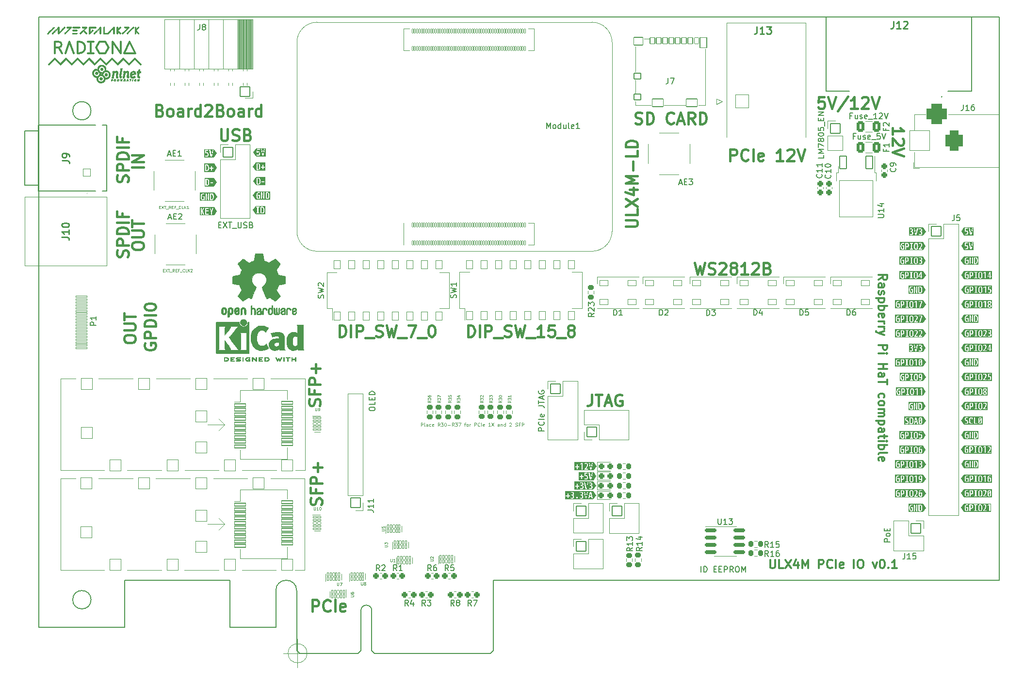
<source format=gto>
G04 #@! TF.GenerationSoftware,KiCad,Pcbnew,8.0.4*
G04 #@! TF.CreationDate,2024-08-19T13:54:33+02:00*
G04 #@! TF.ProjectId,ULX4M-PCIe-IO_x4_half,554c5834-4d2d-4504-9349-652d494f5f78,rev?*
G04 #@! TF.SameCoordinates,Original*
G04 #@! TF.FileFunction,Legend,Top*
G04 #@! TF.FilePolarity,Positive*
%FSLAX46Y46*%
G04 Gerber Fmt 4.6, Leading zero omitted, Abs format (unit mm)*
G04 Created by KiCad (PCBNEW 8.0.4) date 2024-08-19 13:54:33*
%MOMM*%
%LPD*%
G01*
G04 APERTURE LIST*
G04 Aperture macros list*
%AMRoundRect*
0 Rectangle with rounded corners*
0 $1 Rounding radius*
0 $2 $3 $4 $5 $6 $7 $8 $9 X,Y pos of 4 corners*
0 Add a 4 corners polygon primitive as box body*
4,1,4,$2,$3,$4,$5,$6,$7,$8,$9,$2,$3,0*
0 Add four circle primitives for the rounded corners*
1,1,$1+$1,$2,$3*
1,1,$1+$1,$4,$5*
1,1,$1+$1,$6,$7*
1,1,$1+$1,$8,$9*
0 Add four rect primitives between the rounded corners*
20,1,$1+$1,$2,$3,$4,$5,0*
20,1,$1+$1,$4,$5,$6,$7,0*
20,1,$1+$1,$6,$7,$8,$9,0*
20,1,$1+$1,$8,$9,$2,$3,0*%
G04 Aperture macros list end*
%ADD10C,0.400000*%
%ADD11C,0.200000*%
%ADD12C,0.120000*%
%ADD13C,0.150000*%
%ADD14C,0.300000*%
%ADD15C,0.125000*%
%ADD16C,0.100000*%
%ADD17C,0.254000*%
%ADD18C,0.000000*%
%ADD19C,0.010000*%
%ADD20RoundRect,0.244250X-0.244250X-0.281750X0.244250X-0.281750X0.244250X0.281750X-0.244250X0.281750X0*%
%ADD21RoundRect,0.244250X0.244250X0.281750X-0.244250X0.281750X-0.244250X-0.281750X0.244250X-0.281750X0*%
%ADD22RoundRect,0.051000X0.550000X-0.750000X0.550000X0.750000X-0.550000X0.750000X-0.550000X-0.750000X0*%
%ADD23C,2.152000*%
%ADD24C,2.352000*%
%ADD25RoundRect,0.051000X-0.850000X0.850000X-0.850000X-0.850000X0.850000X-0.850000X0.850000X0.850000X0*%
%ADD26O,1.802000X1.802000*%
%ADD27C,2.102000*%
%ADD28RoundRect,0.051000X-1.000000X-0.250000X1.000000X-0.250000X1.000000X0.250000X-1.000000X0.250000X0*%
%ADD29RoundRect,0.051000X-1.000000X-1.000000X1.000000X-1.000000X1.000000X1.000000X-1.000000X1.000000X0*%
%ADD30C,1.602000*%
%ADD31RoundRect,0.051000X-0.850000X-0.850000X0.850000X-0.850000X0.850000X0.850000X-0.850000X0.850000X0*%
%ADD32RoundRect,0.051000X-0.425000X-0.550000X0.425000X-0.550000X0.425000X0.550000X-0.425000X0.550000X0*%
%ADD33RoundRect,0.051000X-0.375000X-0.550000X0.375000X-0.550000X0.375000X0.550000X-0.375000X0.550000X0*%
%ADD34RoundRect,0.051000X-0.600000X-0.500000X0.600000X-0.500000X0.600000X0.500000X-0.600000X0.500000X0*%
%ADD35RoundRect,0.051000X-0.775000X-0.675000X0.775000X-0.675000X0.775000X0.675000X-0.775000X0.675000X0*%
%ADD36RoundRect,0.051000X-0.950000X-0.675000X0.950000X-0.675000X0.950000X0.675000X-0.950000X0.675000X0*%
%ADD37RoundRect,0.051000X-0.585000X-0.900000X0.585000X-0.900000X0.585000X0.900000X-0.585000X0.900000X0*%
%ADD38RoundRect,0.051000X0.750000X0.450000X-0.750000X0.450000X-0.750000X-0.450000X0.750000X-0.450000X0*%
%ADD39C,3.302000*%
%ADD40RoundRect,0.051000X-0.150000X-0.275000X0.150000X-0.275000X0.150000X0.275000X-0.150000X0.275000X0*%
%ADD41RoundRect,0.051000X-0.200000X-0.275000X0.200000X-0.275000X0.200000X0.275000X-0.200000X0.275000X0*%
%ADD42RoundRect,0.225500X0.300500X-0.225500X0.300500X0.225500X-0.300500X0.225500X-0.300500X-0.225500X0*%
%ADD43RoundRect,0.250500X-0.275500X0.250500X-0.275500X-0.250500X0.275500X-0.250500X0.275500X0.250500X0*%
%ADD44C,1.452000*%
%ADD45RoundRect,0.225500X0.225500X0.300500X-0.225500X0.300500X-0.225500X-0.300500X0.225500X-0.300500X0*%
%ADD46RoundRect,0.051000X-0.275000X0.150000X-0.275000X-0.150000X0.275000X-0.150000X0.275000X0.150000X0*%
%ADD47RoundRect,0.051000X-0.275000X0.200000X-0.275000X-0.200000X0.275000X-0.200000X0.275000X0.200000X0*%
%ADD48RoundRect,0.051000X0.150000X0.275000X-0.150000X0.275000X-0.150000X-0.275000X0.150000X-0.275000X0*%
%ADD49RoundRect,0.051000X0.200000X0.275000X-0.200000X0.275000X-0.200000X-0.275000X0.200000X-0.275000X0*%
%ADD50RoundRect,0.051000X-0.950000X0.150000X-0.950000X-0.150000X0.950000X-0.150000X0.950000X0.150000X0*%
%ADD51RoundRect,0.051000X0.850000X-0.850000X0.850000X0.850000X-0.850000X0.850000X-0.850000X-0.850000X0*%
%ADD52C,6.100000*%
%ADD53RoundRect,0.051000X-0.100000X-0.350000X0.100000X-0.350000X0.100000X0.350000X-0.100000X0.350000X0*%
%ADD54RoundRect,0.175500X-0.850500X-0.175500X0.850500X-0.175500X0.850500X0.175500X-0.850500X0.175500X0*%
%ADD55RoundRect,0.051000X-0.650000X0.650000X-0.650000X-0.650000X0.650000X-0.650000X0.650000X0.650000X0*%
%ADD56C,1.402000*%
%ADD57RoundRect,0.270400X0.405600X0.655600X-0.405600X0.655600X-0.405600X-0.655600X0.405600X-0.655600X0*%
%ADD58RoundRect,0.051000X1.150000X1.150000X-1.150000X1.150000X-1.150000X-1.150000X1.150000X-1.150000X0*%
%ADD59C,2.402000*%
%ADD60RoundRect,0.051000X1.750000X1.750000X-1.750000X1.750000X-1.750000X-1.750000X1.750000X-1.750000X0*%
%ADD61RoundRect,0.775500X0.775500X1.025500X-0.775500X1.025500X-0.775500X-1.025500X0.775500X-1.025500X0*%
%ADD62RoundRect,0.900500X0.900500X0.900500X-0.900500X0.900500X-0.900500X-0.900500X0.900500X-0.900500X0*%
%ADD63RoundRect,0.051000X-0.600000X1.100000X-0.600000X-1.100000X0.600000X-1.100000X0.600000X1.100000X0*%
%ADD64RoundRect,0.051000X-2.900000X3.200000X-2.900000X-3.200000X2.900000X-3.200000X2.900000X3.200000X0*%
%ADD65C,2.502000*%
%ADD66RoundRect,0.051000X0.850000X0.850000X-0.850000X0.850000X-0.850000X-0.850000X0.850000X-0.850000X0*%
G04 #@! TA.AperFunction,Profile*
%ADD67C,0.150000*%
G04 #@! TD*
G04 #@! TA.AperFunction,Profile*
%ADD68C,0.050000*%
G04 #@! TD*
G04 APERTURE END LIST*
D10*
X116939285Y-138839438D02*
X116939285Y-136839438D01*
X116939285Y-136839438D02*
X117415475Y-136839438D01*
X117415475Y-136839438D02*
X117701190Y-136934676D01*
X117701190Y-136934676D02*
X117891666Y-137125152D01*
X117891666Y-137125152D02*
X117986904Y-137315628D01*
X117986904Y-137315628D02*
X118082142Y-137696580D01*
X118082142Y-137696580D02*
X118082142Y-137982295D01*
X118082142Y-137982295D02*
X117986904Y-138363247D01*
X117986904Y-138363247D02*
X117891666Y-138553723D01*
X117891666Y-138553723D02*
X117701190Y-138744200D01*
X117701190Y-138744200D02*
X117415475Y-138839438D01*
X117415475Y-138839438D02*
X116939285Y-138839438D01*
X118939285Y-138839438D02*
X118939285Y-136839438D01*
X119891666Y-138839438D02*
X119891666Y-136839438D01*
X119891666Y-136839438D02*
X120653571Y-136839438D01*
X120653571Y-136839438D02*
X120844047Y-136934676D01*
X120844047Y-136934676D02*
X120939285Y-137029914D01*
X120939285Y-137029914D02*
X121034523Y-137220390D01*
X121034523Y-137220390D02*
X121034523Y-137506104D01*
X121034523Y-137506104D02*
X120939285Y-137696580D01*
X120939285Y-137696580D02*
X120844047Y-137791819D01*
X120844047Y-137791819D02*
X120653571Y-137887057D01*
X120653571Y-137887057D02*
X119891666Y-137887057D01*
X121415476Y-139029914D02*
X122939285Y-139029914D01*
X123320238Y-138744200D02*
X123605952Y-138839438D01*
X123605952Y-138839438D02*
X124082143Y-138839438D01*
X124082143Y-138839438D02*
X124272619Y-138744200D01*
X124272619Y-138744200D02*
X124367857Y-138648961D01*
X124367857Y-138648961D02*
X124463095Y-138458485D01*
X124463095Y-138458485D02*
X124463095Y-138268009D01*
X124463095Y-138268009D02*
X124367857Y-138077533D01*
X124367857Y-138077533D02*
X124272619Y-137982295D01*
X124272619Y-137982295D02*
X124082143Y-137887057D01*
X124082143Y-137887057D02*
X123701190Y-137791819D01*
X123701190Y-137791819D02*
X123510714Y-137696580D01*
X123510714Y-137696580D02*
X123415476Y-137601342D01*
X123415476Y-137601342D02*
X123320238Y-137410866D01*
X123320238Y-137410866D02*
X123320238Y-137220390D01*
X123320238Y-137220390D02*
X123415476Y-137029914D01*
X123415476Y-137029914D02*
X123510714Y-136934676D01*
X123510714Y-136934676D02*
X123701190Y-136839438D01*
X123701190Y-136839438D02*
X124177381Y-136839438D01*
X124177381Y-136839438D02*
X124463095Y-136934676D01*
X125129762Y-136839438D02*
X125605952Y-138839438D01*
X125605952Y-138839438D02*
X125986905Y-137410866D01*
X125986905Y-137410866D02*
X126367857Y-138839438D01*
X126367857Y-138839438D02*
X126844048Y-136839438D01*
X127129762Y-139029914D02*
X128653571Y-139029914D01*
X128939286Y-136839438D02*
X130272619Y-136839438D01*
X130272619Y-136839438D02*
X129415476Y-138839438D01*
X130558334Y-139029914D02*
X132082143Y-139029914D01*
X132939286Y-136839438D02*
X133129763Y-136839438D01*
X133129763Y-136839438D02*
X133320239Y-136934676D01*
X133320239Y-136934676D02*
X133415477Y-137029914D01*
X133415477Y-137029914D02*
X133510715Y-137220390D01*
X133510715Y-137220390D02*
X133605953Y-137601342D01*
X133605953Y-137601342D02*
X133605953Y-138077533D01*
X133605953Y-138077533D02*
X133510715Y-138458485D01*
X133510715Y-138458485D02*
X133415477Y-138648961D01*
X133415477Y-138648961D02*
X133320239Y-138744200D01*
X133320239Y-138744200D02*
X133129763Y-138839438D01*
X133129763Y-138839438D02*
X132939286Y-138839438D01*
X132939286Y-138839438D02*
X132748810Y-138744200D01*
X132748810Y-138744200D02*
X132653572Y-138648961D01*
X132653572Y-138648961D02*
X132558334Y-138458485D01*
X132558334Y-138458485D02*
X132463096Y-138077533D01*
X132463096Y-138077533D02*
X132463096Y-137601342D01*
X132463096Y-137601342D02*
X132558334Y-137220390D01*
X132558334Y-137220390D02*
X132653572Y-137029914D01*
X132653572Y-137029914D02*
X132748810Y-136934676D01*
X132748810Y-136934676D02*
X132939286Y-136839438D01*
X201554523Y-96969438D02*
X200602142Y-96969438D01*
X200602142Y-96969438D02*
X200506904Y-97921819D01*
X200506904Y-97921819D02*
X200602142Y-97826580D01*
X200602142Y-97826580D02*
X200792618Y-97731342D01*
X200792618Y-97731342D02*
X201268809Y-97731342D01*
X201268809Y-97731342D02*
X201459285Y-97826580D01*
X201459285Y-97826580D02*
X201554523Y-97921819D01*
X201554523Y-97921819D02*
X201649761Y-98112295D01*
X201649761Y-98112295D02*
X201649761Y-98588485D01*
X201649761Y-98588485D02*
X201554523Y-98778961D01*
X201554523Y-98778961D02*
X201459285Y-98874200D01*
X201459285Y-98874200D02*
X201268809Y-98969438D01*
X201268809Y-98969438D02*
X200792618Y-98969438D01*
X200792618Y-98969438D02*
X200602142Y-98874200D01*
X200602142Y-98874200D02*
X200506904Y-98778961D01*
X202221190Y-96969438D02*
X202887856Y-98969438D01*
X202887856Y-98969438D02*
X203554523Y-96969438D01*
X205649761Y-96874200D02*
X203935476Y-99445628D01*
X207364047Y-98969438D02*
X206221190Y-98969438D01*
X206792618Y-98969438D02*
X206792618Y-96969438D01*
X206792618Y-96969438D02*
X206602142Y-97255152D01*
X206602142Y-97255152D02*
X206411666Y-97445628D01*
X206411666Y-97445628D02*
X206221190Y-97540866D01*
X208125952Y-97159914D02*
X208221190Y-97064676D01*
X208221190Y-97064676D02*
X208411666Y-96969438D01*
X208411666Y-96969438D02*
X208887857Y-96969438D01*
X208887857Y-96969438D02*
X209078333Y-97064676D01*
X209078333Y-97064676D02*
X209173571Y-97159914D01*
X209173571Y-97159914D02*
X209268809Y-97350390D01*
X209268809Y-97350390D02*
X209268809Y-97540866D01*
X209268809Y-97540866D02*
X209173571Y-97826580D01*
X209173571Y-97826580D02*
X208030714Y-98969438D01*
X208030714Y-98969438D02*
X209268809Y-98969438D01*
X209840238Y-96969438D02*
X210506904Y-98969438D01*
X210506904Y-98969438D02*
X211173571Y-96969438D01*
X166929438Y-119591190D02*
X168548485Y-119591190D01*
X168548485Y-119591190D02*
X168738961Y-119495952D01*
X168738961Y-119495952D02*
X168834200Y-119400714D01*
X168834200Y-119400714D02*
X168929438Y-119210238D01*
X168929438Y-119210238D02*
X168929438Y-118829285D01*
X168929438Y-118829285D02*
X168834200Y-118638809D01*
X168834200Y-118638809D02*
X168738961Y-118543571D01*
X168738961Y-118543571D02*
X168548485Y-118448333D01*
X168548485Y-118448333D02*
X166929438Y-118448333D01*
X168929438Y-116543571D02*
X168929438Y-117495952D01*
X168929438Y-117495952D02*
X166929438Y-117495952D01*
X166929438Y-116067380D02*
X168929438Y-114734047D01*
X166929438Y-114734047D02*
X168929438Y-116067380D01*
X167596104Y-113114999D02*
X168929438Y-113114999D01*
X166834200Y-113591190D02*
X168262771Y-114067380D01*
X168262771Y-114067380D02*
X168262771Y-112829285D01*
X168929438Y-112067380D02*
X166929438Y-112067380D01*
X166929438Y-112067380D02*
X168358009Y-111400713D01*
X168358009Y-111400713D02*
X166929438Y-110734047D01*
X166929438Y-110734047D02*
X168929438Y-110734047D01*
X168167533Y-109781666D02*
X168167533Y-108257857D01*
X168929438Y-106353095D02*
X168929438Y-107305476D01*
X168929438Y-107305476D02*
X166929438Y-107305476D01*
X168929438Y-105686428D02*
X166929438Y-105686428D01*
X166929438Y-105686428D02*
X166929438Y-105210238D01*
X166929438Y-105210238D02*
X167024676Y-104924523D01*
X167024676Y-104924523D02*
X167215152Y-104734047D01*
X167215152Y-104734047D02*
X167405628Y-104638809D01*
X167405628Y-104638809D02*
X167786580Y-104543571D01*
X167786580Y-104543571D02*
X168072295Y-104543571D01*
X168072295Y-104543571D02*
X168453247Y-104638809D01*
X168453247Y-104638809D02*
X168643723Y-104734047D01*
X168643723Y-104734047D02*
X168834200Y-104924523D01*
X168834200Y-104924523D02*
X168929438Y-105210238D01*
X168929438Y-105210238D02*
X168929438Y-105686428D01*
X82999676Y-140004761D02*
X82904438Y-140195237D01*
X82904438Y-140195237D02*
X82904438Y-140480951D01*
X82904438Y-140480951D02*
X82999676Y-140766666D01*
X82999676Y-140766666D02*
X83190152Y-140957142D01*
X83190152Y-140957142D02*
X83380628Y-141052380D01*
X83380628Y-141052380D02*
X83761580Y-141147618D01*
X83761580Y-141147618D02*
X84047295Y-141147618D01*
X84047295Y-141147618D02*
X84428247Y-141052380D01*
X84428247Y-141052380D02*
X84618723Y-140957142D01*
X84618723Y-140957142D02*
X84809200Y-140766666D01*
X84809200Y-140766666D02*
X84904438Y-140480951D01*
X84904438Y-140480951D02*
X84904438Y-140290475D01*
X84904438Y-140290475D02*
X84809200Y-140004761D01*
X84809200Y-140004761D02*
X84713961Y-139909523D01*
X84713961Y-139909523D02*
X84047295Y-139909523D01*
X84047295Y-139909523D02*
X84047295Y-140290475D01*
X84904438Y-139052380D02*
X82904438Y-139052380D01*
X82904438Y-139052380D02*
X82904438Y-138290475D01*
X82904438Y-138290475D02*
X82999676Y-138099999D01*
X82999676Y-138099999D02*
X83094914Y-138004761D01*
X83094914Y-138004761D02*
X83285390Y-137909523D01*
X83285390Y-137909523D02*
X83571104Y-137909523D01*
X83571104Y-137909523D02*
X83761580Y-138004761D01*
X83761580Y-138004761D02*
X83856819Y-138099999D01*
X83856819Y-138099999D02*
X83952057Y-138290475D01*
X83952057Y-138290475D02*
X83952057Y-139052380D01*
X84904438Y-137052380D02*
X82904438Y-137052380D01*
X82904438Y-137052380D02*
X82904438Y-136576190D01*
X82904438Y-136576190D02*
X82999676Y-136290475D01*
X82999676Y-136290475D02*
X83190152Y-136099999D01*
X83190152Y-136099999D02*
X83380628Y-136004761D01*
X83380628Y-136004761D02*
X83761580Y-135909523D01*
X83761580Y-135909523D02*
X84047295Y-135909523D01*
X84047295Y-135909523D02*
X84428247Y-136004761D01*
X84428247Y-136004761D02*
X84618723Y-136099999D01*
X84618723Y-136099999D02*
X84809200Y-136290475D01*
X84809200Y-136290475D02*
X84904438Y-136576190D01*
X84904438Y-136576190D02*
X84904438Y-137052380D01*
X84904438Y-135052380D02*
X82904438Y-135052380D01*
X82904438Y-133719047D02*
X82904438Y-133528570D01*
X82904438Y-133528570D02*
X82999676Y-133338094D01*
X82999676Y-133338094D02*
X83094914Y-133242856D01*
X83094914Y-133242856D02*
X83285390Y-133147618D01*
X83285390Y-133147618D02*
X83666342Y-133052380D01*
X83666342Y-133052380D02*
X84142533Y-133052380D01*
X84142533Y-133052380D02*
X84523485Y-133147618D01*
X84523485Y-133147618D02*
X84713961Y-133242856D01*
X84713961Y-133242856D02*
X84809200Y-133338094D01*
X84809200Y-133338094D02*
X84904438Y-133528570D01*
X84904438Y-133528570D02*
X84904438Y-133719047D01*
X84904438Y-133719047D02*
X84809200Y-133909523D01*
X84809200Y-133909523D02*
X84713961Y-134004761D01*
X84713961Y-134004761D02*
X84523485Y-134099999D01*
X84523485Y-134099999D02*
X84142533Y-134195237D01*
X84142533Y-134195237D02*
X83666342Y-134195237D01*
X83666342Y-134195237D02*
X83285390Y-134099999D01*
X83285390Y-134099999D02*
X83094914Y-134004761D01*
X83094914Y-134004761D02*
X82999676Y-133909523D01*
X82999676Y-133909523D02*
X82904438Y-133719047D01*
X112177857Y-186804438D02*
X112177857Y-184804438D01*
X112177857Y-184804438D02*
X112939762Y-184804438D01*
X112939762Y-184804438D02*
X113130238Y-184899676D01*
X113130238Y-184899676D02*
X113225476Y-184994914D01*
X113225476Y-184994914D02*
X113320714Y-185185390D01*
X113320714Y-185185390D02*
X113320714Y-185471104D01*
X113320714Y-185471104D02*
X113225476Y-185661580D01*
X113225476Y-185661580D02*
X113130238Y-185756819D01*
X113130238Y-185756819D02*
X112939762Y-185852057D01*
X112939762Y-185852057D02*
X112177857Y-185852057D01*
X115320714Y-186613961D02*
X115225476Y-186709200D01*
X115225476Y-186709200D02*
X114939762Y-186804438D01*
X114939762Y-186804438D02*
X114749286Y-186804438D01*
X114749286Y-186804438D02*
X114463571Y-186709200D01*
X114463571Y-186709200D02*
X114273095Y-186518723D01*
X114273095Y-186518723D02*
X114177857Y-186328247D01*
X114177857Y-186328247D02*
X114082619Y-185947295D01*
X114082619Y-185947295D02*
X114082619Y-185661580D01*
X114082619Y-185661580D02*
X114177857Y-185280628D01*
X114177857Y-185280628D02*
X114273095Y-185090152D01*
X114273095Y-185090152D02*
X114463571Y-184899676D01*
X114463571Y-184899676D02*
X114749286Y-184804438D01*
X114749286Y-184804438D02*
X114939762Y-184804438D01*
X114939762Y-184804438D02*
X115225476Y-184899676D01*
X115225476Y-184899676D02*
X115320714Y-184994914D01*
X116177857Y-186804438D02*
X116177857Y-184804438D01*
X117892143Y-186709200D02*
X117701667Y-186804438D01*
X117701667Y-186804438D02*
X117320714Y-186804438D01*
X117320714Y-186804438D02*
X117130238Y-186709200D01*
X117130238Y-186709200D02*
X117035000Y-186518723D01*
X117035000Y-186518723D02*
X117035000Y-185756819D01*
X117035000Y-185756819D02*
X117130238Y-185566342D01*
X117130238Y-185566342D02*
X117320714Y-185471104D01*
X117320714Y-185471104D02*
X117701667Y-185471104D01*
X117701667Y-185471104D02*
X117892143Y-185566342D01*
X117892143Y-185566342D02*
X117987381Y-185756819D01*
X117987381Y-185756819D02*
X117987381Y-185947295D01*
X117987381Y-185947295D02*
X117035000Y-186137771D01*
X113509200Y-150866666D02*
X113604438Y-150580952D01*
X113604438Y-150580952D02*
X113604438Y-150104761D01*
X113604438Y-150104761D02*
X113509200Y-149914285D01*
X113509200Y-149914285D02*
X113413961Y-149819047D01*
X113413961Y-149819047D02*
X113223485Y-149723809D01*
X113223485Y-149723809D02*
X113033009Y-149723809D01*
X113033009Y-149723809D02*
X112842533Y-149819047D01*
X112842533Y-149819047D02*
X112747295Y-149914285D01*
X112747295Y-149914285D02*
X112652057Y-150104761D01*
X112652057Y-150104761D02*
X112556819Y-150485714D01*
X112556819Y-150485714D02*
X112461580Y-150676190D01*
X112461580Y-150676190D02*
X112366342Y-150771428D01*
X112366342Y-150771428D02*
X112175866Y-150866666D01*
X112175866Y-150866666D02*
X111985390Y-150866666D01*
X111985390Y-150866666D02*
X111794914Y-150771428D01*
X111794914Y-150771428D02*
X111699676Y-150676190D01*
X111699676Y-150676190D02*
X111604438Y-150485714D01*
X111604438Y-150485714D02*
X111604438Y-150009523D01*
X111604438Y-150009523D02*
X111699676Y-149723809D01*
X112556819Y-148199999D02*
X112556819Y-148866666D01*
X113604438Y-148866666D02*
X111604438Y-148866666D01*
X111604438Y-148866666D02*
X111604438Y-147914285D01*
X113604438Y-147152380D02*
X111604438Y-147152380D01*
X111604438Y-147152380D02*
X111604438Y-146390475D01*
X111604438Y-146390475D02*
X111699676Y-146199999D01*
X111699676Y-146199999D02*
X111794914Y-146104761D01*
X111794914Y-146104761D02*
X111985390Y-146009523D01*
X111985390Y-146009523D02*
X112271104Y-146009523D01*
X112271104Y-146009523D02*
X112461580Y-146104761D01*
X112461580Y-146104761D02*
X112556819Y-146199999D01*
X112556819Y-146199999D02*
X112652057Y-146390475D01*
X112652057Y-146390475D02*
X112652057Y-147152380D01*
X112842533Y-145152380D02*
X112842533Y-143628571D01*
X113604438Y-144390475D02*
X112080628Y-144390475D01*
X113774200Y-168166666D02*
X113869438Y-167880952D01*
X113869438Y-167880952D02*
X113869438Y-167404761D01*
X113869438Y-167404761D02*
X113774200Y-167214285D01*
X113774200Y-167214285D02*
X113678961Y-167119047D01*
X113678961Y-167119047D02*
X113488485Y-167023809D01*
X113488485Y-167023809D02*
X113298009Y-167023809D01*
X113298009Y-167023809D02*
X113107533Y-167119047D01*
X113107533Y-167119047D02*
X113012295Y-167214285D01*
X113012295Y-167214285D02*
X112917057Y-167404761D01*
X112917057Y-167404761D02*
X112821819Y-167785714D01*
X112821819Y-167785714D02*
X112726580Y-167976190D01*
X112726580Y-167976190D02*
X112631342Y-168071428D01*
X112631342Y-168071428D02*
X112440866Y-168166666D01*
X112440866Y-168166666D02*
X112250390Y-168166666D01*
X112250390Y-168166666D02*
X112059914Y-168071428D01*
X112059914Y-168071428D02*
X111964676Y-167976190D01*
X111964676Y-167976190D02*
X111869438Y-167785714D01*
X111869438Y-167785714D02*
X111869438Y-167309523D01*
X111869438Y-167309523D02*
X111964676Y-167023809D01*
X112821819Y-165499999D02*
X112821819Y-166166666D01*
X113869438Y-166166666D02*
X111869438Y-166166666D01*
X111869438Y-166166666D02*
X111869438Y-165214285D01*
X113869438Y-164452380D02*
X111869438Y-164452380D01*
X111869438Y-164452380D02*
X111869438Y-163690475D01*
X111869438Y-163690475D02*
X111964676Y-163499999D01*
X111964676Y-163499999D02*
X112059914Y-163404761D01*
X112059914Y-163404761D02*
X112250390Y-163309523D01*
X112250390Y-163309523D02*
X112536104Y-163309523D01*
X112536104Y-163309523D02*
X112726580Y-163404761D01*
X112726580Y-163404761D02*
X112821819Y-163499999D01*
X112821819Y-163499999D02*
X112917057Y-163690475D01*
X112917057Y-163690475D02*
X112917057Y-164452380D01*
X113107533Y-162452380D02*
X113107533Y-160928571D01*
X113869438Y-161690475D02*
X112345628Y-161690475D01*
X85598809Y-99291819D02*
X85884523Y-99387057D01*
X85884523Y-99387057D02*
X85979761Y-99482295D01*
X85979761Y-99482295D02*
X86074999Y-99672771D01*
X86074999Y-99672771D02*
X86074999Y-99958485D01*
X86074999Y-99958485D02*
X85979761Y-100148961D01*
X85979761Y-100148961D02*
X85884523Y-100244200D01*
X85884523Y-100244200D02*
X85694047Y-100339438D01*
X85694047Y-100339438D02*
X84932142Y-100339438D01*
X84932142Y-100339438D02*
X84932142Y-98339438D01*
X84932142Y-98339438D02*
X85598809Y-98339438D01*
X85598809Y-98339438D02*
X85789285Y-98434676D01*
X85789285Y-98434676D02*
X85884523Y-98529914D01*
X85884523Y-98529914D02*
X85979761Y-98720390D01*
X85979761Y-98720390D02*
X85979761Y-98910866D01*
X85979761Y-98910866D02*
X85884523Y-99101342D01*
X85884523Y-99101342D02*
X85789285Y-99196580D01*
X85789285Y-99196580D02*
X85598809Y-99291819D01*
X85598809Y-99291819D02*
X84932142Y-99291819D01*
X87217856Y-100339438D02*
X87027380Y-100244200D01*
X87027380Y-100244200D02*
X86932142Y-100148961D01*
X86932142Y-100148961D02*
X86836904Y-99958485D01*
X86836904Y-99958485D02*
X86836904Y-99387057D01*
X86836904Y-99387057D02*
X86932142Y-99196580D01*
X86932142Y-99196580D02*
X87027380Y-99101342D01*
X87027380Y-99101342D02*
X87217856Y-99006104D01*
X87217856Y-99006104D02*
X87503571Y-99006104D01*
X87503571Y-99006104D02*
X87694047Y-99101342D01*
X87694047Y-99101342D02*
X87789285Y-99196580D01*
X87789285Y-99196580D02*
X87884523Y-99387057D01*
X87884523Y-99387057D02*
X87884523Y-99958485D01*
X87884523Y-99958485D02*
X87789285Y-100148961D01*
X87789285Y-100148961D02*
X87694047Y-100244200D01*
X87694047Y-100244200D02*
X87503571Y-100339438D01*
X87503571Y-100339438D02*
X87217856Y-100339438D01*
X89598809Y-100339438D02*
X89598809Y-99291819D01*
X89598809Y-99291819D02*
X89503571Y-99101342D01*
X89503571Y-99101342D02*
X89313095Y-99006104D01*
X89313095Y-99006104D02*
X88932142Y-99006104D01*
X88932142Y-99006104D02*
X88741666Y-99101342D01*
X89598809Y-100244200D02*
X89408333Y-100339438D01*
X89408333Y-100339438D02*
X88932142Y-100339438D01*
X88932142Y-100339438D02*
X88741666Y-100244200D01*
X88741666Y-100244200D02*
X88646428Y-100053723D01*
X88646428Y-100053723D02*
X88646428Y-99863247D01*
X88646428Y-99863247D02*
X88741666Y-99672771D01*
X88741666Y-99672771D02*
X88932142Y-99577533D01*
X88932142Y-99577533D02*
X89408333Y-99577533D01*
X89408333Y-99577533D02*
X89598809Y-99482295D01*
X90551190Y-100339438D02*
X90551190Y-99006104D01*
X90551190Y-99387057D02*
X90646428Y-99196580D01*
X90646428Y-99196580D02*
X90741666Y-99101342D01*
X90741666Y-99101342D02*
X90932142Y-99006104D01*
X90932142Y-99006104D02*
X91122619Y-99006104D01*
X92646428Y-100339438D02*
X92646428Y-98339438D01*
X92646428Y-100244200D02*
X92455952Y-100339438D01*
X92455952Y-100339438D02*
X92074999Y-100339438D01*
X92074999Y-100339438D02*
X91884523Y-100244200D01*
X91884523Y-100244200D02*
X91789285Y-100148961D01*
X91789285Y-100148961D02*
X91694047Y-99958485D01*
X91694047Y-99958485D02*
X91694047Y-99387057D01*
X91694047Y-99387057D02*
X91789285Y-99196580D01*
X91789285Y-99196580D02*
X91884523Y-99101342D01*
X91884523Y-99101342D02*
X92074999Y-99006104D01*
X92074999Y-99006104D02*
X92455952Y-99006104D01*
X92455952Y-99006104D02*
X92646428Y-99101342D01*
X93503571Y-98529914D02*
X93598809Y-98434676D01*
X93598809Y-98434676D02*
X93789285Y-98339438D01*
X93789285Y-98339438D02*
X94265476Y-98339438D01*
X94265476Y-98339438D02*
X94455952Y-98434676D01*
X94455952Y-98434676D02*
X94551190Y-98529914D01*
X94551190Y-98529914D02*
X94646428Y-98720390D01*
X94646428Y-98720390D02*
X94646428Y-98910866D01*
X94646428Y-98910866D02*
X94551190Y-99196580D01*
X94551190Y-99196580D02*
X93408333Y-100339438D01*
X93408333Y-100339438D02*
X94646428Y-100339438D01*
X96170238Y-99291819D02*
X96455952Y-99387057D01*
X96455952Y-99387057D02*
X96551190Y-99482295D01*
X96551190Y-99482295D02*
X96646428Y-99672771D01*
X96646428Y-99672771D02*
X96646428Y-99958485D01*
X96646428Y-99958485D02*
X96551190Y-100148961D01*
X96551190Y-100148961D02*
X96455952Y-100244200D01*
X96455952Y-100244200D02*
X96265476Y-100339438D01*
X96265476Y-100339438D02*
X95503571Y-100339438D01*
X95503571Y-100339438D02*
X95503571Y-98339438D01*
X95503571Y-98339438D02*
X96170238Y-98339438D01*
X96170238Y-98339438D02*
X96360714Y-98434676D01*
X96360714Y-98434676D02*
X96455952Y-98529914D01*
X96455952Y-98529914D02*
X96551190Y-98720390D01*
X96551190Y-98720390D02*
X96551190Y-98910866D01*
X96551190Y-98910866D02*
X96455952Y-99101342D01*
X96455952Y-99101342D02*
X96360714Y-99196580D01*
X96360714Y-99196580D02*
X96170238Y-99291819D01*
X96170238Y-99291819D02*
X95503571Y-99291819D01*
X97789285Y-100339438D02*
X97598809Y-100244200D01*
X97598809Y-100244200D02*
X97503571Y-100148961D01*
X97503571Y-100148961D02*
X97408333Y-99958485D01*
X97408333Y-99958485D02*
X97408333Y-99387057D01*
X97408333Y-99387057D02*
X97503571Y-99196580D01*
X97503571Y-99196580D02*
X97598809Y-99101342D01*
X97598809Y-99101342D02*
X97789285Y-99006104D01*
X97789285Y-99006104D02*
X98075000Y-99006104D01*
X98075000Y-99006104D02*
X98265476Y-99101342D01*
X98265476Y-99101342D02*
X98360714Y-99196580D01*
X98360714Y-99196580D02*
X98455952Y-99387057D01*
X98455952Y-99387057D02*
X98455952Y-99958485D01*
X98455952Y-99958485D02*
X98360714Y-100148961D01*
X98360714Y-100148961D02*
X98265476Y-100244200D01*
X98265476Y-100244200D02*
X98075000Y-100339438D01*
X98075000Y-100339438D02*
X97789285Y-100339438D01*
X100170238Y-100339438D02*
X100170238Y-99291819D01*
X100170238Y-99291819D02*
X100075000Y-99101342D01*
X100075000Y-99101342D02*
X99884524Y-99006104D01*
X99884524Y-99006104D02*
X99503571Y-99006104D01*
X99503571Y-99006104D02*
X99313095Y-99101342D01*
X100170238Y-100244200D02*
X99979762Y-100339438D01*
X99979762Y-100339438D02*
X99503571Y-100339438D01*
X99503571Y-100339438D02*
X99313095Y-100244200D01*
X99313095Y-100244200D02*
X99217857Y-100053723D01*
X99217857Y-100053723D02*
X99217857Y-99863247D01*
X99217857Y-99863247D02*
X99313095Y-99672771D01*
X99313095Y-99672771D02*
X99503571Y-99577533D01*
X99503571Y-99577533D02*
X99979762Y-99577533D01*
X99979762Y-99577533D02*
X100170238Y-99482295D01*
X101122619Y-100339438D02*
X101122619Y-99006104D01*
X101122619Y-99387057D02*
X101217857Y-99196580D01*
X101217857Y-99196580D02*
X101313095Y-99101342D01*
X101313095Y-99101342D02*
X101503571Y-99006104D01*
X101503571Y-99006104D02*
X101694048Y-99006104D01*
X103217857Y-100339438D02*
X103217857Y-98339438D01*
X103217857Y-100244200D02*
X103027381Y-100339438D01*
X103027381Y-100339438D02*
X102646428Y-100339438D01*
X102646428Y-100339438D02*
X102455952Y-100244200D01*
X102455952Y-100244200D02*
X102360714Y-100148961D01*
X102360714Y-100148961D02*
X102265476Y-99958485D01*
X102265476Y-99958485D02*
X102265476Y-99387057D01*
X102265476Y-99387057D02*
X102360714Y-99196580D01*
X102360714Y-99196580D02*
X102455952Y-99101342D01*
X102455952Y-99101342D02*
X102646428Y-99006104D01*
X102646428Y-99006104D02*
X103027381Y-99006104D01*
X103027381Y-99006104D02*
X103217857Y-99101342D01*
X139396904Y-138839438D02*
X139396904Y-136839438D01*
X139396904Y-136839438D02*
X139873094Y-136839438D01*
X139873094Y-136839438D02*
X140158809Y-136934676D01*
X140158809Y-136934676D02*
X140349285Y-137125152D01*
X140349285Y-137125152D02*
X140444523Y-137315628D01*
X140444523Y-137315628D02*
X140539761Y-137696580D01*
X140539761Y-137696580D02*
X140539761Y-137982295D01*
X140539761Y-137982295D02*
X140444523Y-138363247D01*
X140444523Y-138363247D02*
X140349285Y-138553723D01*
X140349285Y-138553723D02*
X140158809Y-138744200D01*
X140158809Y-138744200D02*
X139873094Y-138839438D01*
X139873094Y-138839438D02*
X139396904Y-138839438D01*
X141396904Y-138839438D02*
X141396904Y-136839438D01*
X142349285Y-138839438D02*
X142349285Y-136839438D01*
X142349285Y-136839438D02*
X143111190Y-136839438D01*
X143111190Y-136839438D02*
X143301666Y-136934676D01*
X143301666Y-136934676D02*
X143396904Y-137029914D01*
X143396904Y-137029914D02*
X143492142Y-137220390D01*
X143492142Y-137220390D02*
X143492142Y-137506104D01*
X143492142Y-137506104D02*
X143396904Y-137696580D01*
X143396904Y-137696580D02*
X143301666Y-137791819D01*
X143301666Y-137791819D02*
X143111190Y-137887057D01*
X143111190Y-137887057D02*
X142349285Y-137887057D01*
X143873095Y-139029914D02*
X145396904Y-139029914D01*
X145777857Y-138744200D02*
X146063571Y-138839438D01*
X146063571Y-138839438D02*
X146539762Y-138839438D01*
X146539762Y-138839438D02*
X146730238Y-138744200D01*
X146730238Y-138744200D02*
X146825476Y-138648961D01*
X146825476Y-138648961D02*
X146920714Y-138458485D01*
X146920714Y-138458485D02*
X146920714Y-138268009D01*
X146920714Y-138268009D02*
X146825476Y-138077533D01*
X146825476Y-138077533D02*
X146730238Y-137982295D01*
X146730238Y-137982295D02*
X146539762Y-137887057D01*
X146539762Y-137887057D02*
X146158809Y-137791819D01*
X146158809Y-137791819D02*
X145968333Y-137696580D01*
X145968333Y-137696580D02*
X145873095Y-137601342D01*
X145873095Y-137601342D02*
X145777857Y-137410866D01*
X145777857Y-137410866D02*
X145777857Y-137220390D01*
X145777857Y-137220390D02*
X145873095Y-137029914D01*
X145873095Y-137029914D02*
X145968333Y-136934676D01*
X145968333Y-136934676D02*
X146158809Y-136839438D01*
X146158809Y-136839438D02*
X146635000Y-136839438D01*
X146635000Y-136839438D02*
X146920714Y-136934676D01*
X147587381Y-136839438D02*
X148063571Y-138839438D01*
X148063571Y-138839438D02*
X148444524Y-137410866D01*
X148444524Y-137410866D02*
X148825476Y-138839438D01*
X148825476Y-138839438D02*
X149301667Y-136839438D01*
X149587381Y-139029914D02*
X151111190Y-139029914D01*
X152635000Y-138839438D02*
X151492143Y-138839438D01*
X152063571Y-138839438D02*
X152063571Y-136839438D01*
X152063571Y-136839438D02*
X151873095Y-137125152D01*
X151873095Y-137125152D02*
X151682619Y-137315628D01*
X151682619Y-137315628D02*
X151492143Y-137410866D01*
X154444524Y-136839438D02*
X153492143Y-136839438D01*
X153492143Y-136839438D02*
X153396905Y-137791819D01*
X153396905Y-137791819D02*
X153492143Y-137696580D01*
X153492143Y-137696580D02*
X153682619Y-137601342D01*
X153682619Y-137601342D02*
X154158810Y-137601342D01*
X154158810Y-137601342D02*
X154349286Y-137696580D01*
X154349286Y-137696580D02*
X154444524Y-137791819D01*
X154444524Y-137791819D02*
X154539762Y-137982295D01*
X154539762Y-137982295D02*
X154539762Y-138458485D01*
X154539762Y-138458485D02*
X154444524Y-138648961D01*
X154444524Y-138648961D02*
X154349286Y-138744200D01*
X154349286Y-138744200D02*
X154158810Y-138839438D01*
X154158810Y-138839438D02*
X153682619Y-138839438D01*
X153682619Y-138839438D02*
X153492143Y-138744200D01*
X153492143Y-138744200D02*
X153396905Y-138648961D01*
X154920715Y-139029914D02*
X156444524Y-139029914D01*
X157206429Y-137696580D02*
X157015953Y-137601342D01*
X157015953Y-137601342D02*
X156920715Y-137506104D01*
X156920715Y-137506104D02*
X156825477Y-137315628D01*
X156825477Y-137315628D02*
X156825477Y-137220390D01*
X156825477Y-137220390D02*
X156920715Y-137029914D01*
X156920715Y-137029914D02*
X157015953Y-136934676D01*
X157015953Y-136934676D02*
X157206429Y-136839438D01*
X157206429Y-136839438D02*
X157587382Y-136839438D01*
X157587382Y-136839438D02*
X157777858Y-136934676D01*
X157777858Y-136934676D02*
X157873096Y-137029914D01*
X157873096Y-137029914D02*
X157968334Y-137220390D01*
X157968334Y-137220390D02*
X157968334Y-137315628D01*
X157968334Y-137315628D02*
X157873096Y-137506104D01*
X157873096Y-137506104D02*
X157777858Y-137601342D01*
X157777858Y-137601342D02*
X157587382Y-137696580D01*
X157587382Y-137696580D02*
X157206429Y-137696580D01*
X157206429Y-137696580D02*
X157015953Y-137791819D01*
X157015953Y-137791819D02*
X156920715Y-137887057D01*
X156920715Y-137887057D02*
X156825477Y-138077533D01*
X156825477Y-138077533D02*
X156825477Y-138458485D01*
X156825477Y-138458485D02*
X156920715Y-138648961D01*
X156920715Y-138648961D02*
X157015953Y-138744200D01*
X157015953Y-138744200D02*
X157206429Y-138839438D01*
X157206429Y-138839438D02*
X157587382Y-138839438D01*
X157587382Y-138839438D02*
X157777858Y-138744200D01*
X157777858Y-138744200D02*
X157873096Y-138648961D01*
X157873096Y-138648961D02*
X157968334Y-138458485D01*
X157968334Y-138458485D02*
X157968334Y-138077533D01*
X157968334Y-138077533D02*
X157873096Y-137887057D01*
X157873096Y-137887057D02*
X157777858Y-137791819D01*
X157777858Y-137791819D02*
X157587382Y-137696580D01*
X168594523Y-101574200D02*
X168880237Y-101669438D01*
X168880237Y-101669438D02*
X169356428Y-101669438D01*
X169356428Y-101669438D02*
X169546904Y-101574200D01*
X169546904Y-101574200D02*
X169642142Y-101478961D01*
X169642142Y-101478961D02*
X169737380Y-101288485D01*
X169737380Y-101288485D02*
X169737380Y-101098009D01*
X169737380Y-101098009D02*
X169642142Y-100907533D01*
X169642142Y-100907533D02*
X169546904Y-100812295D01*
X169546904Y-100812295D02*
X169356428Y-100717057D01*
X169356428Y-100717057D02*
X168975475Y-100621819D01*
X168975475Y-100621819D02*
X168784999Y-100526580D01*
X168784999Y-100526580D02*
X168689761Y-100431342D01*
X168689761Y-100431342D02*
X168594523Y-100240866D01*
X168594523Y-100240866D02*
X168594523Y-100050390D01*
X168594523Y-100050390D02*
X168689761Y-99859914D01*
X168689761Y-99859914D02*
X168784999Y-99764676D01*
X168784999Y-99764676D02*
X168975475Y-99669438D01*
X168975475Y-99669438D02*
X169451666Y-99669438D01*
X169451666Y-99669438D02*
X169737380Y-99764676D01*
X170594523Y-101669438D02*
X170594523Y-99669438D01*
X170594523Y-99669438D02*
X171070713Y-99669438D01*
X171070713Y-99669438D02*
X171356428Y-99764676D01*
X171356428Y-99764676D02*
X171546904Y-99955152D01*
X171546904Y-99955152D02*
X171642142Y-100145628D01*
X171642142Y-100145628D02*
X171737380Y-100526580D01*
X171737380Y-100526580D02*
X171737380Y-100812295D01*
X171737380Y-100812295D02*
X171642142Y-101193247D01*
X171642142Y-101193247D02*
X171546904Y-101383723D01*
X171546904Y-101383723D02*
X171356428Y-101574200D01*
X171356428Y-101574200D02*
X171070713Y-101669438D01*
X171070713Y-101669438D02*
X170594523Y-101669438D01*
X175261190Y-101478961D02*
X175165952Y-101574200D01*
X175165952Y-101574200D02*
X174880238Y-101669438D01*
X174880238Y-101669438D02*
X174689762Y-101669438D01*
X174689762Y-101669438D02*
X174404047Y-101574200D01*
X174404047Y-101574200D02*
X174213571Y-101383723D01*
X174213571Y-101383723D02*
X174118333Y-101193247D01*
X174118333Y-101193247D02*
X174023095Y-100812295D01*
X174023095Y-100812295D02*
X174023095Y-100526580D01*
X174023095Y-100526580D02*
X174118333Y-100145628D01*
X174118333Y-100145628D02*
X174213571Y-99955152D01*
X174213571Y-99955152D02*
X174404047Y-99764676D01*
X174404047Y-99764676D02*
X174689762Y-99669438D01*
X174689762Y-99669438D02*
X174880238Y-99669438D01*
X174880238Y-99669438D02*
X175165952Y-99764676D01*
X175165952Y-99764676D02*
X175261190Y-99859914D01*
X176023095Y-101098009D02*
X176975476Y-101098009D01*
X175832619Y-101669438D02*
X176499285Y-99669438D01*
X176499285Y-99669438D02*
X177165952Y-101669438D01*
X178975476Y-101669438D02*
X178308809Y-100717057D01*
X177832619Y-101669438D02*
X177832619Y-99669438D01*
X177832619Y-99669438D02*
X178594524Y-99669438D01*
X178594524Y-99669438D02*
X178785000Y-99764676D01*
X178785000Y-99764676D02*
X178880238Y-99859914D01*
X178880238Y-99859914D02*
X178975476Y-100050390D01*
X178975476Y-100050390D02*
X178975476Y-100336104D01*
X178975476Y-100336104D02*
X178880238Y-100526580D01*
X178880238Y-100526580D02*
X178785000Y-100621819D01*
X178785000Y-100621819D02*
X178594524Y-100717057D01*
X178594524Y-100717057D02*
X177832619Y-100717057D01*
X179832619Y-101669438D02*
X179832619Y-99669438D01*
X179832619Y-99669438D02*
X180308809Y-99669438D01*
X180308809Y-99669438D02*
X180594524Y-99764676D01*
X180594524Y-99764676D02*
X180785000Y-99955152D01*
X180785000Y-99955152D02*
X180880238Y-100145628D01*
X180880238Y-100145628D02*
X180975476Y-100526580D01*
X180975476Y-100526580D02*
X180975476Y-100812295D01*
X180975476Y-100812295D02*
X180880238Y-101193247D01*
X180880238Y-101193247D02*
X180785000Y-101383723D01*
X180785000Y-101383723D02*
X180594524Y-101574200D01*
X180594524Y-101574200D02*
X180308809Y-101669438D01*
X180308809Y-101669438D02*
X179832619Y-101669438D01*
X79329438Y-139395000D02*
X79329438Y-139014047D01*
X79329438Y-139014047D02*
X79424676Y-138823571D01*
X79424676Y-138823571D02*
X79615152Y-138633095D01*
X79615152Y-138633095D02*
X79996104Y-138537857D01*
X79996104Y-138537857D02*
X80662771Y-138537857D01*
X80662771Y-138537857D02*
X81043723Y-138633095D01*
X81043723Y-138633095D02*
X81234200Y-138823571D01*
X81234200Y-138823571D02*
X81329438Y-139014047D01*
X81329438Y-139014047D02*
X81329438Y-139395000D01*
X81329438Y-139395000D02*
X81234200Y-139585476D01*
X81234200Y-139585476D02*
X81043723Y-139775952D01*
X81043723Y-139775952D02*
X80662771Y-139871190D01*
X80662771Y-139871190D02*
X79996104Y-139871190D01*
X79996104Y-139871190D02*
X79615152Y-139775952D01*
X79615152Y-139775952D02*
X79424676Y-139585476D01*
X79424676Y-139585476D02*
X79329438Y-139395000D01*
X79329438Y-137680714D02*
X80948485Y-137680714D01*
X80948485Y-137680714D02*
X81138961Y-137585476D01*
X81138961Y-137585476D02*
X81234200Y-137490238D01*
X81234200Y-137490238D02*
X81329438Y-137299762D01*
X81329438Y-137299762D02*
X81329438Y-136918809D01*
X81329438Y-136918809D02*
X81234200Y-136728333D01*
X81234200Y-136728333D02*
X81138961Y-136633095D01*
X81138961Y-136633095D02*
X80948485Y-136537857D01*
X80948485Y-136537857D02*
X79329438Y-136537857D01*
X79329438Y-135871190D02*
X79329438Y-134728333D01*
X81329438Y-135299762D02*
X79329438Y-135299762D01*
D11*
X152667219Y-155274999D02*
X151667219Y-155274999D01*
X151667219Y-155274999D02*
X151667219Y-154894047D01*
X151667219Y-154894047D02*
X151714838Y-154798809D01*
X151714838Y-154798809D02*
X151762457Y-154751190D01*
X151762457Y-154751190D02*
X151857695Y-154703571D01*
X151857695Y-154703571D02*
X152000552Y-154703571D01*
X152000552Y-154703571D02*
X152095790Y-154751190D01*
X152095790Y-154751190D02*
X152143409Y-154798809D01*
X152143409Y-154798809D02*
X152191028Y-154894047D01*
X152191028Y-154894047D02*
X152191028Y-155274999D01*
X152571980Y-153703571D02*
X152619600Y-153751190D01*
X152619600Y-153751190D02*
X152667219Y-153894047D01*
X152667219Y-153894047D02*
X152667219Y-153989285D01*
X152667219Y-153989285D02*
X152619600Y-154132142D01*
X152619600Y-154132142D02*
X152524361Y-154227380D01*
X152524361Y-154227380D02*
X152429123Y-154274999D01*
X152429123Y-154274999D02*
X152238647Y-154322618D01*
X152238647Y-154322618D02*
X152095790Y-154322618D01*
X152095790Y-154322618D02*
X151905314Y-154274999D01*
X151905314Y-154274999D02*
X151810076Y-154227380D01*
X151810076Y-154227380D02*
X151714838Y-154132142D01*
X151714838Y-154132142D02*
X151667219Y-153989285D01*
X151667219Y-153989285D02*
X151667219Y-153894047D01*
X151667219Y-153894047D02*
X151714838Y-153751190D01*
X151714838Y-153751190D02*
X151762457Y-153703571D01*
X152667219Y-153274999D02*
X151667219Y-153274999D01*
X152619600Y-152417857D02*
X152667219Y-152513095D01*
X152667219Y-152513095D02*
X152667219Y-152703571D01*
X152667219Y-152703571D02*
X152619600Y-152798809D01*
X152619600Y-152798809D02*
X152524361Y-152846428D01*
X152524361Y-152846428D02*
X152143409Y-152846428D01*
X152143409Y-152846428D02*
X152048171Y-152798809D01*
X152048171Y-152798809D02*
X152000552Y-152703571D01*
X152000552Y-152703571D02*
X152000552Y-152513095D01*
X152000552Y-152513095D02*
X152048171Y-152417857D01*
X152048171Y-152417857D02*
X152143409Y-152370238D01*
X152143409Y-152370238D02*
X152238647Y-152370238D01*
X152238647Y-152370238D02*
X152333885Y-152846428D01*
X151667219Y-150894047D02*
X152381504Y-150894047D01*
X152381504Y-150894047D02*
X152524361Y-150941666D01*
X152524361Y-150941666D02*
X152619600Y-151036904D01*
X152619600Y-151036904D02*
X152667219Y-151179761D01*
X152667219Y-151179761D02*
X152667219Y-151274999D01*
X151667219Y-150560713D02*
X151667219Y-149989285D01*
X152667219Y-150274999D02*
X151667219Y-150274999D01*
X152381504Y-149703570D02*
X152381504Y-149227380D01*
X152667219Y-149798808D02*
X151667219Y-149465475D01*
X151667219Y-149465475D02*
X152667219Y-149132142D01*
X151714838Y-148274999D02*
X151667219Y-148370237D01*
X151667219Y-148370237D02*
X151667219Y-148513094D01*
X151667219Y-148513094D02*
X151714838Y-148655951D01*
X151714838Y-148655951D02*
X151810076Y-148751189D01*
X151810076Y-148751189D02*
X151905314Y-148798808D01*
X151905314Y-148798808D02*
X152095790Y-148846427D01*
X152095790Y-148846427D02*
X152238647Y-148846427D01*
X152238647Y-148846427D02*
X152429123Y-148798808D01*
X152429123Y-148798808D02*
X152524361Y-148751189D01*
X152524361Y-148751189D02*
X152619600Y-148655951D01*
X152619600Y-148655951D02*
X152667219Y-148513094D01*
X152667219Y-148513094D02*
X152667219Y-148417856D01*
X152667219Y-148417856D02*
X152619600Y-148274999D01*
X152619600Y-148274999D02*
X152571980Y-148227380D01*
X152571980Y-148227380D02*
X152238647Y-148227380D01*
X152238647Y-148227380D02*
X152238647Y-148417856D01*
D12*
X131156804Y-154475331D02*
X131156804Y-153875331D01*
X131156804Y-153875331D02*
X131385375Y-153875331D01*
X131385375Y-153875331D02*
X131442518Y-153903902D01*
X131442518Y-153903902D02*
X131471089Y-153932474D01*
X131471089Y-153932474D02*
X131499661Y-153989617D01*
X131499661Y-153989617D02*
X131499661Y-154075331D01*
X131499661Y-154075331D02*
X131471089Y-154132474D01*
X131471089Y-154132474D02*
X131442518Y-154161045D01*
X131442518Y-154161045D02*
X131385375Y-154189617D01*
X131385375Y-154189617D02*
X131156804Y-154189617D01*
X131842518Y-154475331D02*
X131785375Y-154446760D01*
X131785375Y-154446760D02*
X131756804Y-154389617D01*
X131756804Y-154389617D02*
X131756804Y-153875331D01*
X132328233Y-154475331D02*
X132328233Y-154161045D01*
X132328233Y-154161045D02*
X132299661Y-154103902D01*
X132299661Y-154103902D02*
X132242518Y-154075331D01*
X132242518Y-154075331D02*
X132128233Y-154075331D01*
X132128233Y-154075331D02*
X132071090Y-154103902D01*
X132328233Y-154446760D02*
X132271090Y-154475331D01*
X132271090Y-154475331D02*
X132128233Y-154475331D01*
X132128233Y-154475331D02*
X132071090Y-154446760D01*
X132071090Y-154446760D02*
X132042518Y-154389617D01*
X132042518Y-154389617D02*
X132042518Y-154332474D01*
X132042518Y-154332474D02*
X132071090Y-154275331D01*
X132071090Y-154275331D02*
X132128233Y-154246760D01*
X132128233Y-154246760D02*
X132271090Y-154246760D01*
X132271090Y-154246760D02*
X132328233Y-154218188D01*
X132871090Y-154446760D02*
X132813947Y-154475331D01*
X132813947Y-154475331D02*
X132699661Y-154475331D01*
X132699661Y-154475331D02*
X132642518Y-154446760D01*
X132642518Y-154446760D02*
X132613947Y-154418188D01*
X132613947Y-154418188D02*
X132585375Y-154361045D01*
X132585375Y-154361045D02*
X132585375Y-154189617D01*
X132585375Y-154189617D02*
X132613947Y-154132474D01*
X132613947Y-154132474D02*
X132642518Y-154103902D01*
X132642518Y-154103902D02*
X132699661Y-154075331D01*
X132699661Y-154075331D02*
X132813947Y-154075331D01*
X132813947Y-154075331D02*
X132871090Y-154103902D01*
X133356804Y-154446760D02*
X133299661Y-154475331D01*
X133299661Y-154475331D02*
X133185376Y-154475331D01*
X133185376Y-154475331D02*
X133128233Y-154446760D01*
X133128233Y-154446760D02*
X133099661Y-154389617D01*
X133099661Y-154389617D02*
X133099661Y-154161045D01*
X133099661Y-154161045D02*
X133128233Y-154103902D01*
X133128233Y-154103902D02*
X133185376Y-154075331D01*
X133185376Y-154075331D02*
X133299661Y-154075331D01*
X133299661Y-154075331D02*
X133356804Y-154103902D01*
X133356804Y-154103902D02*
X133385376Y-154161045D01*
X133385376Y-154161045D02*
X133385376Y-154218188D01*
X133385376Y-154218188D02*
X133099661Y-154275331D01*
X134442519Y-154475331D02*
X134242519Y-154189617D01*
X134099662Y-154475331D02*
X134099662Y-153875331D01*
X134099662Y-153875331D02*
X134328233Y-153875331D01*
X134328233Y-153875331D02*
X134385376Y-153903902D01*
X134385376Y-153903902D02*
X134413947Y-153932474D01*
X134413947Y-153932474D02*
X134442519Y-153989617D01*
X134442519Y-153989617D02*
X134442519Y-154075331D01*
X134442519Y-154075331D02*
X134413947Y-154132474D01*
X134413947Y-154132474D02*
X134385376Y-154161045D01*
X134385376Y-154161045D02*
X134328233Y-154189617D01*
X134328233Y-154189617D02*
X134099662Y-154189617D01*
X134642519Y-153875331D02*
X135013947Y-153875331D01*
X135013947Y-153875331D02*
X134813947Y-154103902D01*
X134813947Y-154103902D02*
X134899662Y-154103902D01*
X134899662Y-154103902D02*
X134956805Y-154132474D01*
X134956805Y-154132474D02*
X134985376Y-154161045D01*
X134985376Y-154161045D02*
X135013947Y-154218188D01*
X135013947Y-154218188D02*
X135013947Y-154361045D01*
X135013947Y-154361045D02*
X134985376Y-154418188D01*
X134985376Y-154418188D02*
X134956805Y-154446760D01*
X134956805Y-154446760D02*
X134899662Y-154475331D01*
X134899662Y-154475331D02*
X134728233Y-154475331D01*
X134728233Y-154475331D02*
X134671090Y-154446760D01*
X134671090Y-154446760D02*
X134642519Y-154418188D01*
X135385376Y-153875331D02*
X135442519Y-153875331D01*
X135442519Y-153875331D02*
X135499662Y-153903902D01*
X135499662Y-153903902D02*
X135528234Y-153932474D01*
X135528234Y-153932474D02*
X135556805Y-153989617D01*
X135556805Y-153989617D02*
X135585376Y-154103902D01*
X135585376Y-154103902D02*
X135585376Y-154246760D01*
X135585376Y-154246760D02*
X135556805Y-154361045D01*
X135556805Y-154361045D02*
X135528234Y-154418188D01*
X135528234Y-154418188D02*
X135499662Y-154446760D01*
X135499662Y-154446760D02*
X135442519Y-154475331D01*
X135442519Y-154475331D02*
X135385376Y-154475331D01*
X135385376Y-154475331D02*
X135328234Y-154446760D01*
X135328234Y-154446760D02*
X135299662Y-154418188D01*
X135299662Y-154418188D02*
X135271091Y-154361045D01*
X135271091Y-154361045D02*
X135242519Y-154246760D01*
X135242519Y-154246760D02*
X135242519Y-154103902D01*
X135242519Y-154103902D02*
X135271091Y-153989617D01*
X135271091Y-153989617D02*
X135299662Y-153932474D01*
X135299662Y-153932474D02*
X135328234Y-153903902D01*
X135328234Y-153903902D02*
X135385376Y-153875331D01*
X135842520Y-154246760D02*
X136299663Y-154246760D01*
X136928234Y-154475331D02*
X136728234Y-154189617D01*
X136585377Y-154475331D02*
X136585377Y-153875331D01*
X136585377Y-153875331D02*
X136813948Y-153875331D01*
X136813948Y-153875331D02*
X136871091Y-153903902D01*
X136871091Y-153903902D02*
X136899662Y-153932474D01*
X136899662Y-153932474D02*
X136928234Y-153989617D01*
X136928234Y-153989617D02*
X136928234Y-154075331D01*
X136928234Y-154075331D02*
X136899662Y-154132474D01*
X136899662Y-154132474D02*
X136871091Y-154161045D01*
X136871091Y-154161045D02*
X136813948Y-154189617D01*
X136813948Y-154189617D02*
X136585377Y-154189617D01*
X137128234Y-153875331D02*
X137499662Y-153875331D01*
X137499662Y-153875331D02*
X137299662Y-154103902D01*
X137299662Y-154103902D02*
X137385377Y-154103902D01*
X137385377Y-154103902D02*
X137442520Y-154132474D01*
X137442520Y-154132474D02*
X137471091Y-154161045D01*
X137471091Y-154161045D02*
X137499662Y-154218188D01*
X137499662Y-154218188D02*
X137499662Y-154361045D01*
X137499662Y-154361045D02*
X137471091Y-154418188D01*
X137471091Y-154418188D02*
X137442520Y-154446760D01*
X137442520Y-154446760D02*
X137385377Y-154475331D01*
X137385377Y-154475331D02*
X137213948Y-154475331D01*
X137213948Y-154475331D02*
X137156805Y-154446760D01*
X137156805Y-154446760D02*
X137128234Y-154418188D01*
X137699663Y-153875331D02*
X138099663Y-153875331D01*
X138099663Y-153875331D02*
X137842520Y-154475331D01*
X138699663Y-154075331D02*
X138928235Y-154075331D01*
X138785378Y-154475331D02*
X138785378Y-153961045D01*
X138785378Y-153961045D02*
X138813949Y-153903902D01*
X138813949Y-153903902D02*
X138871092Y-153875331D01*
X138871092Y-153875331D02*
X138928235Y-153875331D01*
X139213949Y-154475331D02*
X139156806Y-154446760D01*
X139156806Y-154446760D02*
X139128235Y-154418188D01*
X139128235Y-154418188D02*
X139099663Y-154361045D01*
X139099663Y-154361045D02*
X139099663Y-154189617D01*
X139099663Y-154189617D02*
X139128235Y-154132474D01*
X139128235Y-154132474D02*
X139156806Y-154103902D01*
X139156806Y-154103902D02*
X139213949Y-154075331D01*
X139213949Y-154075331D02*
X139299663Y-154075331D01*
X139299663Y-154075331D02*
X139356806Y-154103902D01*
X139356806Y-154103902D02*
X139385378Y-154132474D01*
X139385378Y-154132474D02*
X139413949Y-154189617D01*
X139413949Y-154189617D02*
X139413949Y-154361045D01*
X139413949Y-154361045D02*
X139385378Y-154418188D01*
X139385378Y-154418188D02*
X139356806Y-154446760D01*
X139356806Y-154446760D02*
X139299663Y-154475331D01*
X139299663Y-154475331D02*
X139213949Y-154475331D01*
X139671092Y-154475331D02*
X139671092Y-154075331D01*
X139671092Y-154189617D02*
X139699663Y-154132474D01*
X139699663Y-154132474D02*
X139728235Y-154103902D01*
X139728235Y-154103902D02*
X139785377Y-154075331D01*
X139785377Y-154075331D02*
X139842520Y-154075331D01*
X140499664Y-154475331D02*
X140499664Y-153875331D01*
X140499664Y-153875331D02*
X140728235Y-153875331D01*
X140728235Y-153875331D02*
X140785378Y-153903902D01*
X140785378Y-153903902D02*
X140813949Y-153932474D01*
X140813949Y-153932474D02*
X140842521Y-153989617D01*
X140842521Y-153989617D02*
X140842521Y-154075331D01*
X140842521Y-154075331D02*
X140813949Y-154132474D01*
X140813949Y-154132474D02*
X140785378Y-154161045D01*
X140785378Y-154161045D02*
X140728235Y-154189617D01*
X140728235Y-154189617D02*
X140499664Y-154189617D01*
X141442521Y-154418188D02*
X141413949Y-154446760D01*
X141413949Y-154446760D02*
X141328235Y-154475331D01*
X141328235Y-154475331D02*
X141271092Y-154475331D01*
X141271092Y-154475331D02*
X141185378Y-154446760D01*
X141185378Y-154446760D02*
X141128235Y-154389617D01*
X141128235Y-154389617D02*
X141099664Y-154332474D01*
X141099664Y-154332474D02*
X141071092Y-154218188D01*
X141071092Y-154218188D02*
X141071092Y-154132474D01*
X141071092Y-154132474D02*
X141099664Y-154018188D01*
X141099664Y-154018188D02*
X141128235Y-153961045D01*
X141128235Y-153961045D02*
X141185378Y-153903902D01*
X141185378Y-153903902D02*
X141271092Y-153875331D01*
X141271092Y-153875331D02*
X141328235Y-153875331D01*
X141328235Y-153875331D02*
X141413949Y-153903902D01*
X141413949Y-153903902D02*
X141442521Y-153932474D01*
X141699664Y-154475331D02*
X141699664Y-153875331D01*
X142213949Y-154446760D02*
X142156806Y-154475331D01*
X142156806Y-154475331D02*
X142042521Y-154475331D01*
X142042521Y-154475331D02*
X141985378Y-154446760D01*
X141985378Y-154446760D02*
X141956806Y-154389617D01*
X141956806Y-154389617D02*
X141956806Y-154161045D01*
X141956806Y-154161045D02*
X141985378Y-154103902D01*
X141985378Y-154103902D02*
X142042521Y-154075331D01*
X142042521Y-154075331D02*
X142156806Y-154075331D01*
X142156806Y-154075331D02*
X142213949Y-154103902D01*
X142213949Y-154103902D02*
X142242521Y-154161045D01*
X142242521Y-154161045D02*
X142242521Y-154218188D01*
X142242521Y-154218188D02*
X141956806Y-154275331D01*
X143271092Y-154475331D02*
X142928235Y-154475331D01*
X143099664Y-154475331D02*
X143099664Y-153875331D01*
X143099664Y-153875331D02*
X143042521Y-153961045D01*
X143042521Y-153961045D02*
X142985378Y-154018188D01*
X142985378Y-154018188D02*
X142928235Y-154046760D01*
X143471093Y-153875331D02*
X143871093Y-154475331D01*
X143871093Y-153875331D02*
X143471093Y-154475331D01*
X144813951Y-154475331D02*
X144813951Y-154161045D01*
X144813951Y-154161045D02*
X144785379Y-154103902D01*
X144785379Y-154103902D02*
X144728236Y-154075331D01*
X144728236Y-154075331D02*
X144613951Y-154075331D01*
X144613951Y-154075331D02*
X144556808Y-154103902D01*
X144813951Y-154446760D02*
X144756808Y-154475331D01*
X144756808Y-154475331D02*
X144613951Y-154475331D01*
X144613951Y-154475331D02*
X144556808Y-154446760D01*
X144556808Y-154446760D02*
X144528236Y-154389617D01*
X144528236Y-154389617D02*
X144528236Y-154332474D01*
X144528236Y-154332474D02*
X144556808Y-154275331D01*
X144556808Y-154275331D02*
X144613951Y-154246760D01*
X144613951Y-154246760D02*
X144756808Y-154246760D01*
X144756808Y-154246760D02*
X144813951Y-154218188D01*
X145099665Y-154075331D02*
X145099665Y-154475331D01*
X145099665Y-154132474D02*
X145128236Y-154103902D01*
X145128236Y-154103902D02*
X145185379Y-154075331D01*
X145185379Y-154075331D02*
X145271093Y-154075331D01*
X145271093Y-154075331D02*
X145328236Y-154103902D01*
X145328236Y-154103902D02*
X145356808Y-154161045D01*
X145356808Y-154161045D02*
X145356808Y-154475331D01*
X145899665Y-154475331D02*
X145899665Y-153875331D01*
X145899665Y-154446760D02*
X145842522Y-154475331D01*
X145842522Y-154475331D02*
X145728236Y-154475331D01*
X145728236Y-154475331D02*
X145671093Y-154446760D01*
X145671093Y-154446760D02*
X145642522Y-154418188D01*
X145642522Y-154418188D02*
X145613950Y-154361045D01*
X145613950Y-154361045D02*
X145613950Y-154189617D01*
X145613950Y-154189617D02*
X145642522Y-154132474D01*
X145642522Y-154132474D02*
X145671093Y-154103902D01*
X145671093Y-154103902D02*
X145728236Y-154075331D01*
X145728236Y-154075331D02*
X145842522Y-154075331D01*
X145842522Y-154075331D02*
X145899665Y-154103902D01*
X146613950Y-153932474D02*
X146642522Y-153903902D01*
X146642522Y-153903902D02*
X146699665Y-153875331D01*
X146699665Y-153875331D02*
X146842522Y-153875331D01*
X146842522Y-153875331D02*
X146899665Y-153903902D01*
X146899665Y-153903902D02*
X146928236Y-153932474D01*
X146928236Y-153932474D02*
X146956807Y-153989617D01*
X146956807Y-153989617D02*
X146956807Y-154046760D01*
X146956807Y-154046760D02*
X146928236Y-154132474D01*
X146928236Y-154132474D02*
X146585379Y-154475331D01*
X146585379Y-154475331D02*
X146956807Y-154475331D01*
X147642522Y-154446760D02*
X147728237Y-154475331D01*
X147728237Y-154475331D02*
X147871094Y-154475331D01*
X147871094Y-154475331D02*
X147928237Y-154446760D01*
X147928237Y-154446760D02*
X147956808Y-154418188D01*
X147956808Y-154418188D02*
X147985379Y-154361045D01*
X147985379Y-154361045D02*
X147985379Y-154303902D01*
X147985379Y-154303902D02*
X147956808Y-154246760D01*
X147956808Y-154246760D02*
X147928237Y-154218188D01*
X147928237Y-154218188D02*
X147871094Y-154189617D01*
X147871094Y-154189617D02*
X147756808Y-154161045D01*
X147756808Y-154161045D02*
X147699665Y-154132474D01*
X147699665Y-154132474D02*
X147671094Y-154103902D01*
X147671094Y-154103902D02*
X147642522Y-154046760D01*
X147642522Y-154046760D02*
X147642522Y-153989617D01*
X147642522Y-153989617D02*
X147671094Y-153932474D01*
X147671094Y-153932474D02*
X147699665Y-153903902D01*
X147699665Y-153903902D02*
X147756808Y-153875331D01*
X147756808Y-153875331D02*
X147899665Y-153875331D01*
X147899665Y-153875331D02*
X147985379Y-153903902D01*
X148442523Y-154161045D02*
X148242523Y-154161045D01*
X148242523Y-154475331D02*
X148242523Y-153875331D01*
X148242523Y-153875331D02*
X148528237Y-153875331D01*
X148756809Y-154475331D02*
X148756809Y-153875331D01*
X148756809Y-153875331D02*
X148985380Y-153875331D01*
X148985380Y-153875331D02*
X149042523Y-153903902D01*
X149042523Y-153903902D02*
X149071094Y-153932474D01*
X149071094Y-153932474D02*
X149099666Y-153989617D01*
X149099666Y-153989617D02*
X149099666Y-154075331D01*
X149099666Y-154075331D02*
X149071094Y-154132474D01*
X149071094Y-154132474D02*
X149042523Y-154161045D01*
X149042523Y-154161045D02*
X148985380Y-154189617D01*
X148985380Y-154189617D02*
X148756809Y-154189617D01*
D13*
X95836779Y-119326009D02*
X96170112Y-119326009D01*
X96312969Y-119849819D02*
X95836779Y-119849819D01*
X95836779Y-119849819D02*
X95836779Y-118849819D01*
X95836779Y-118849819D02*
X96312969Y-118849819D01*
X96646303Y-118849819D02*
X97312969Y-119849819D01*
X97312969Y-118849819D02*
X96646303Y-119849819D01*
X97551065Y-118849819D02*
X98122493Y-118849819D01*
X97836779Y-119849819D02*
X97836779Y-118849819D01*
X98217732Y-119945057D02*
X98979636Y-119945057D01*
X99217732Y-118849819D02*
X99217732Y-119659342D01*
X99217732Y-119659342D02*
X99265351Y-119754580D01*
X99265351Y-119754580D02*
X99312970Y-119802200D01*
X99312970Y-119802200D02*
X99408208Y-119849819D01*
X99408208Y-119849819D02*
X99598684Y-119849819D01*
X99598684Y-119849819D02*
X99693922Y-119802200D01*
X99693922Y-119802200D02*
X99741541Y-119754580D01*
X99741541Y-119754580D02*
X99789160Y-119659342D01*
X99789160Y-119659342D02*
X99789160Y-118849819D01*
X100217732Y-119802200D02*
X100360589Y-119849819D01*
X100360589Y-119849819D02*
X100598684Y-119849819D01*
X100598684Y-119849819D02*
X100693922Y-119802200D01*
X100693922Y-119802200D02*
X100741541Y-119754580D01*
X100741541Y-119754580D02*
X100789160Y-119659342D01*
X100789160Y-119659342D02*
X100789160Y-119564104D01*
X100789160Y-119564104D02*
X100741541Y-119468866D01*
X100741541Y-119468866D02*
X100693922Y-119421247D01*
X100693922Y-119421247D02*
X100598684Y-119373628D01*
X100598684Y-119373628D02*
X100408208Y-119326009D01*
X100408208Y-119326009D02*
X100312970Y-119278390D01*
X100312970Y-119278390D02*
X100265351Y-119230771D01*
X100265351Y-119230771D02*
X100217732Y-119135533D01*
X100217732Y-119135533D02*
X100217732Y-119040295D01*
X100217732Y-119040295D02*
X100265351Y-118945057D01*
X100265351Y-118945057D02*
X100312970Y-118897438D01*
X100312970Y-118897438D02*
X100408208Y-118849819D01*
X100408208Y-118849819D02*
X100646303Y-118849819D01*
X100646303Y-118849819D02*
X100789160Y-118897438D01*
X101551065Y-119326009D02*
X101693922Y-119373628D01*
X101693922Y-119373628D02*
X101741541Y-119421247D01*
X101741541Y-119421247D02*
X101789160Y-119516485D01*
X101789160Y-119516485D02*
X101789160Y-119659342D01*
X101789160Y-119659342D02*
X101741541Y-119754580D01*
X101741541Y-119754580D02*
X101693922Y-119802200D01*
X101693922Y-119802200D02*
X101598684Y-119849819D01*
X101598684Y-119849819D02*
X101217732Y-119849819D01*
X101217732Y-119849819D02*
X101217732Y-118849819D01*
X101217732Y-118849819D02*
X101551065Y-118849819D01*
X101551065Y-118849819D02*
X101646303Y-118897438D01*
X101646303Y-118897438D02*
X101693922Y-118945057D01*
X101693922Y-118945057D02*
X101741541Y-119040295D01*
X101741541Y-119040295D02*
X101741541Y-119135533D01*
X101741541Y-119135533D02*
X101693922Y-119230771D01*
X101693922Y-119230771D02*
X101646303Y-119278390D01*
X101646303Y-119278390D02*
X101551065Y-119326009D01*
X101551065Y-119326009D02*
X101217732Y-119326009D01*
D10*
X79994200Y-124869761D02*
X80089438Y-124584047D01*
X80089438Y-124584047D02*
X80089438Y-124107856D01*
X80089438Y-124107856D02*
X79994200Y-123917380D01*
X79994200Y-123917380D02*
X79898961Y-123822142D01*
X79898961Y-123822142D02*
X79708485Y-123726904D01*
X79708485Y-123726904D02*
X79518009Y-123726904D01*
X79518009Y-123726904D02*
X79327533Y-123822142D01*
X79327533Y-123822142D02*
X79232295Y-123917380D01*
X79232295Y-123917380D02*
X79137057Y-124107856D01*
X79137057Y-124107856D02*
X79041819Y-124488809D01*
X79041819Y-124488809D02*
X78946580Y-124679285D01*
X78946580Y-124679285D02*
X78851342Y-124774523D01*
X78851342Y-124774523D02*
X78660866Y-124869761D01*
X78660866Y-124869761D02*
X78470390Y-124869761D01*
X78470390Y-124869761D02*
X78279914Y-124774523D01*
X78279914Y-124774523D02*
X78184676Y-124679285D01*
X78184676Y-124679285D02*
X78089438Y-124488809D01*
X78089438Y-124488809D02*
X78089438Y-124012618D01*
X78089438Y-124012618D02*
X78184676Y-123726904D01*
X80089438Y-122869761D02*
X78089438Y-122869761D01*
X78089438Y-122869761D02*
X78089438Y-122107856D01*
X78089438Y-122107856D02*
X78184676Y-121917380D01*
X78184676Y-121917380D02*
X78279914Y-121822142D01*
X78279914Y-121822142D02*
X78470390Y-121726904D01*
X78470390Y-121726904D02*
X78756104Y-121726904D01*
X78756104Y-121726904D02*
X78946580Y-121822142D01*
X78946580Y-121822142D02*
X79041819Y-121917380D01*
X79041819Y-121917380D02*
X79137057Y-122107856D01*
X79137057Y-122107856D02*
X79137057Y-122869761D01*
X80089438Y-120869761D02*
X78089438Y-120869761D01*
X78089438Y-120869761D02*
X78089438Y-120393571D01*
X78089438Y-120393571D02*
X78184676Y-120107856D01*
X78184676Y-120107856D02*
X78375152Y-119917380D01*
X78375152Y-119917380D02*
X78565628Y-119822142D01*
X78565628Y-119822142D02*
X78946580Y-119726904D01*
X78946580Y-119726904D02*
X79232295Y-119726904D01*
X79232295Y-119726904D02*
X79613247Y-119822142D01*
X79613247Y-119822142D02*
X79803723Y-119917380D01*
X79803723Y-119917380D02*
X79994200Y-120107856D01*
X79994200Y-120107856D02*
X80089438Y-120393571D01*
X80089438Y-120393571D02*
X80089438Y-120869761D01*
X80089438Y-118869761D02*
X78089438Y-118869761D01*
X79041819Y-117250713D02*
X79041819Y-117917380D01*
X80089438Y-117917380D02*
X78089438Y-117917380D01*
X78089438Y-117917380D02*
X78089438Y-116964999D01*
D13*
X213034819Y-174658220D02*
X212034819Y-174658220D01*
X212034819Y-174658220D02*
X212034819Y-174277268D01*
X212034819Y-174277268D02*
X212082438Y-174182030D01*
X212082438Y-174182030D02*
X212130057Y-174134411D01*
X212130057Y-174134411D02*
X212225295Y-174086792D01*
X212225295Y-174086792D02*
X212368152Y-174086792D01*
X212368152Y-174086792D02*
X212463390Y-174134411D01*
X212463390Y-174134411D02*
X212511009Y-174182030D01*
X212511009Y-174182030D02*
X212558628Y-174277268D01*
X212558628Y-174277268D02*
X212558628Y-174658220D01*
X213034819Y-173515363D02*
X212987200Y-173610601D01*
X212987200Y-173610601D02*
X212939580Y-173658220D01*
X212939580Y-173658220D02*
X212844342Y-173705839D01*
X212844342Y-173705839D02*
X212558628Y-173705839D01*
X212558628Y-173705839D02*
X212463390Y-173658220D01*
X212463390Y-173658220D02*
X212415771Y-173610601D01*
X212415771Y-173610601D02*
X212368152Y-173515363D01*
X212368152Y-173515363D02*
X212368152Y-173372506D01*
X212368152Y-173372506D02*
X212415771Y-173277268D01*
X212415771Y-173277268D02*
X212463390Y-173229649D01*
X212463390Y-173229649D02*
X212558628Y-173182030D01*
X212558628Y-173182030D02*
X212844342Y-173182030D01*
X212844342Y-173182030D02*
X212939580Y-173229649D01*
X212939580Y-173229649D02*
X212987200Y-173277268D01*
X212987200Y-173277268D02*
X213034819Y-173372506D01*
X213034819Y-173372506D02*
X213034819Y-173515363D01*
X212511009Y-172753458D02*
X212511009Y-172420125D01*
X213034819Y-172277268D02*
X213034819Y-172753458D01*
X213034819Y-172753458D02*
X212034819Y-172753458D01*
X212034819Y-172753458D02*
X212034819Y-172277268D01*
D10*
X82729438Y-109222618D02*
X80729438Y-109222618D01*
X82729438Y-108270237D02*
X80729438Y-108270237D01*
X80729438Y-108270237D02*
X82729438Y-107127380D01*
X82729438Y-107127380D02*
X80729438Y-107127380D01*
X79994200Y-111779761D02*
X80089438Y-111494047D01*
X80089438Y-111494047D02*
X80089438Y-111017856D01*
X80089438Y-111017856D02*
X79994200Y-110827380D01*
X79994200Y-110827380D02*
X79898961Y-110732142D01*
X79898961Y-110732142D02*
X79708485Y-110636904D01*
X79708485Y-110636904D02*
X79518009Y-110636904D01*
X79518009Y-110636904D02*
X79327533Y-110732142D01*
X79327533Y-110732142D02*
X79232295Y-110827380D01*
X79232295Y-110827380D02*
X79137057Y-111017856D01*
X79137057Y-111017856D02*
X79041819Y-111398809D01*
X79041819Y-111398809D02*
X78946580Y-111589285D01*
X78946580Y-111589285D02*
X78851342Y-111684523D01*
X78851342Y-111684523D02*
X78660866Y-111779761D01*
X78660866Y-111779761D02*
X78470390Y-111779761D01*
X78470390Y-111779761D02*
X78279914Y-111684523D01*
X78279914Y-111684523D02*
X78184676Y-111589285D01*
X78184676Y-111589285D02*
X78089438Y-111398809D01*
X78089438Y-111398809D02*
X78089438Y-110922618D01*
X78089438Y-110922618D02*
X78184676Y-110636904D01*
X80089438Y-109779761D02*
X78089438Y-109779761D01*
X78089438Y-109779761D02*
X78089438Y-109017856D01*
X78089438Y-109017856D02*
X78184676Y-108827380D01*
X78184676Y-108827380D02*
X78279914Y-108732142D01*
X78279914Y-108732142D02*
X78470390Y-108636904D01*
X78470390Y-108636904D02*
X78756104Y-108636904D01*
X78756104Y-108636904D02*
X78946580Y-108732142D01*
X78946580Y-108732142D02*
X79041819Y-108827380D01*
X79041819Y-108827380D02*
X79137057Y-109017856D01*
X79137057Y-109017856D02*
X79137057Y-109779761D01*
X80089438Y-107779761D02*
X78089438Y-107779761D01*
X78089438Y-107779761D02*
X78089438Y-107303571D01*
X78089438Y-107303571D02*
X78184676Y-107017856D01*
X78184676Y-107017856D02*
X78375152Y-106827380D01*
X78375152Y-106827380D02*
X78565628Y-106732142D01*
X78565628Y-106732142D02*
X78946580Y-106636904D01*
X78946580Y-106636904D02*
X79232295Y-106636904D01*
X79232295Y-106636904D02*
X79613247Y-106732142D01*
X79613247Y-106732142D02*
X79803723Y-106827380D01*
X79803723Y-106827380D02*
X79994200Y-107017856D01*
X79994200Y-107017856D02*
X80089438Y-107303571D01*
X80089438Y-107303571D02*
X80089438Y-107779761D01*
X80089438Y-105779761D02*
X78089438Y-105779761D01*
X79041819Y-104160713D02*
X79041819Y-104827380D01*
X80089438Y-104827380D02*
X78089438Y-104827380D01*
X78089438Y-104827380D02*
X78089438Y-103874999D01*
X178965952Y-125929438D02*
X179442142Y-127929438D01*
X179442142Y-127929438D02*
X179823095Y-126500866D01*
X179823095Y-126500866D02*
X180204047Y-127929438D01*
X180204047Y-127929438D02*
X180680238Y-125929438D01*
X181346904Y-127834200D02*
X181632618Y-127929438D01*
X181632618Y-127929438D02*
X182108809Y-127929438D01*
X182108809Y-127929438D02*
X182299285Y-127834200D01*
X182299285Y-127834200D02*
X182394523Y-127738961D01*
X182394523Y-127738961D02*
X182489761Y-127548485D01*
X182489761Y-127548485D02*
X182489761Y-127358009D01*
X182489761Y-127358009D02*
X182394523Y-127167533D01*
X182394523Y-127167533D02*
X182299285Y-127072295D01*
X182299285Y-127072295D02*
X182108809Y-126977057D01*
X182108809Y-126977057D02*
X181727856Y-126881819D01*
X181727856Y-126881819D02*
X181537380Y-126786580D01*
X181537380Y-126786580D02*
X181442142Y-126691342D01*
X181442142Y-126691342D02*
X181346904Y-126500866D01*
X181346904Y-126500866D02*
X181346904Y-126310390D01*
X181346904Y-126310390D02*
X181442142Y-126119914D01*
X181442142Y-126119914D02*
X181537380Y-126024676D01*
X181537380Y-126024676D02*
X181727856Y-125929438D01*
X181727856Y-125929438D02*
X182204047Y-125929438D01*
X182204047Y-125929438D02*
X182489761Y-126024676D01*
X183251666Y-126119914D02*
X183346904Y-126024676D01*
X183346904Y-126024676D02*
X183537380Y-125929438D01*
X183537380Y-125929438D02*
X184013571Y-125929438D01*
X184013571Y-125929438D02*
X184204047Y-126024676D01*
X184204047Y-126024676D02*
X184299285Y-126119914D01*
X184299285Y-126119914D02*
X184394523Y-126310390D01*
X184394523Y-126310390D02*
X184394523Y-126500866D01*
X184394523Y-126500866D02*
X184299285Y-126786580D01*
X184299285Y-126786580D02*
X183156428Y-127929438D01*
X183156428Y-127929438D02*
X184394523Y-127929438D01*
X185537380Y-126786580D02*
X185346904Y-126691342D01*
X185346904Y-126691342D02*
X185251666Y-126596104D01*
X185251666Y-126596104D02*
X185156428Y-126405628D01*
X185156428Y-126405628D02*
X185156428Y-126310390D01*
X185156428Y-126310390D02*
X185251666Y-126119914D01*
X185251666Y-126119914D02*
X185346904Y-126024676D01*
X185346904Y-126024676D02*
X185537380Y-125929438D01*
X185537380Y-125929438D02*
X185918333Y-125929438D01*
X185918333Y-125929438D02*
X186108809Y-126024676D01*
X186108809Y-126024676D02*
X186204047Y-126119914D01*
X186204047Y-126119914D02*
X186299285Y-126310390D01*
X186299285Y-126310390D02*
X186299285Y-126405628D01*
X186299285Y-126405628D02*
X186204047Y-126596104D01*
X186204047Y-126596104D02*
X186108809Y-126691342D01*
X186108809Y-126691342D02*
X185918333Y-126786580D01*
X185918333Y-126786580D02*
X185537380Y-126786580D01*
X185537380Y-126786580D02*
X185346904Y-126881819D01*
X185346904Y-126881819D02*
X185251666Y-126977057D01*
X185251666Y-126977057D02*
X185156428Y-127167533D01*
X185156428Y-127167533D02*
X185156428Y-127548485D01*
X185156428Y-127548485D02*
X185251666Y-127738961D01*
X185251666Y-127738961D02*
X185346904Y-127834200D01*
X185346904Y-127834200D02*
X185537380Y-127929438D01*
X185537380Y-127929438D02*
X185918333Y-127929438D01*
X185918333Y-127929438D02*
X186108809Y-127834200D01*
X186108809Y-127834200D02*
X186204047Y-127738961D01*
X186204047Y-127738961D02*
X186299285Y-127548485D01*
X186299285Y-127548485D02*
X186299285Y-127167533D01*
X186299285Y-127167533D02*
X186204047Y-126977057D01*
X186204047Y-126977057D02*
X186108809Y-126881819D01*
X186108809Y-126881819D02*
X185918333Y-126786580D01*
X188204047Y-127929438D02*
X187061190Y-127929438D01*
X187632618Y-127929438D02*
X187632618Y-125929438D01*
X187632618Y-125929438D02*
X187442142Y-126215152D01*
X187442142Y-126215152D02*
X187251666Y-126405628D01*
X187251666Y-126405628D02*
X187061190Y-126500866D01*
X188965952Y-126119914D02*
X189061190Y-126024676D01*
X189061190Y-126024676D02*
X189251666Y-125929438D01*
X189251666Y-125929438D02*
X189727857Y-125929438D01*
X189727857Y-125929438D02*
X189918333Y-126024676D01*
X189918333Y-126024676D02*
X190013571Y-126119914D01*
X190013571Y-126119914D02*
X190108809Y-126310390D01*
X190108809Y-126310390D02*
X190108809Y-126500866D01*
X190108809Y-126500866D02*
X190013571Y-126786580D01*
X190013571Y-126786580D02*
X188870714Y-127929438D01*
X188870714Y-127929438D02*
X190108809Y-127929438D01*
X191632619Y-126881819D02*
X191918333Y-126977057D01*
X191918333Y-126977057D02*
X192013571Y-127072295D01*
X192013571Y-127072295D02*
X192108809Y-127262771D01*
X192108809Y-127262771D02*
X192108809Y-127548485D01*
X192108809Y-127548485D02*
X192013571Y-127738961D01*
X192013571Y-127738961D02*
X191918333Y-127834200D01*
X191918333Y-127834200D02*
X191727857Y-127929438D01*
X191727857Y-127929438D02*
X190965952Y-127929438D01*
X190965952Y-127929438D02*
X190965952Y-125929438D01*
X190965952Y-125929438D02*
X191632619Y-125929438D01*
X191632619Y-125929438D02*
X191823095Y-126024676D01*
X191823095Y-126024676D02*
X191918333Y-126119914D01*
X191918333Y-126119914D02*
X192013571Y-126310390D01*
X192013571Y-126310390D02*
X192013571Y-126500866D01*
X192013571Y-126500866D02*
X191918333Y-126691342D01*
X191918333Y-126691342D02*
X191823095Y-126786580D01*
X191823095Y-126786580D02*
X191632619Y-126881819D01*
X191632619Y-126881819D02*
X190965952Y-126881819D01*
D14*
X211054171Y-128916653D02*
X211768457Y-128416653D01*
X211054171Y-128059510D02*
X212554171Y-128059510D01*
X212554171Y-128059510D02*
X212554171Y-128630939D01*
X212554171Y-128630939D02*
X212482742Y-128773796D01*
X212482742Y-128773796D02*
X212411314Y-128845225D01*
X212411314Y-128845225D02*
X212268457Y-128916653D01*
X212268457Y-128916653D02*
X212054171Y-128916653D01*
X212054171Y-128916653D02*
X211911314Y-128845225D01*
X211911314Y-128845225D02*
X211839885Y-128773796D01*
X211839885Y-128773796D02*
X211768457Y-128630939D01*
X211768457Y-128630939D02*
X211768457Y-128059510D01*
X211054171Y-130202368D02*
X211839885Y-130202368D01*
X211839885Y-130202368D02*
X211982742Y-130130939D01*
X211982742Y-130130939D02*
X212054171Y-129988082D01*
X212054171Y-129988082D02*
X212054171Y-129702368D01*
X212054171Y-129702368D02*
X211982742Y-129559510D01*
X211125600Y-130202368D02*
X211054171Y-130059510D01*
X211054171Y-130059510D02*
X211054171Y-129702368D01*
X211054171Y-129702368D02*
X211125600Y-129559510D01*
X211125600Y-129559510D02*
X211268457Y-129488082D01*
X211268457Y-129488082D02*
X211411314Y-129488082D01*
X211411314Y-129488082D02*
X211554171Y-129559510D01*
X211554171Y-129559510D02*
X211625600Y-129702368D01*
X211625600Y-129702368D02*
X211625600Y-130059510D01*
X211625600Y-130059510D02*
X211697028Y-130202368D01*
X211125600Y-130845225D02*
X211054171Y-130988082D01*
X211054171Y-130988082D02*
X211054171Y-131273796D01*
X211054171Y-131273796D02*
X211125600Y-131416653D01*
X211125600Y-131416653D02*
X211268457Y-131488082D01*
X211268457Y-131488082D02*
X211339885Y-131488082D01*
X211339885Y-131488082D02*
X211482742Y-131416653D01*
X211482742Y-131416653D02*
X211554171Y-131273796D01*
X211554171Y-131273796D02*
X211554171Y-131059511D01*
X211554171Y-131059511D02*
X211625600Y-130916653D01*
X211625600Y-130916653D02*
X211768457Y-130845225D01*
X211768457Y-130845225D02*
X211839885Y-130845225D01*
X211839885Y-130845225D02*
X211982742Y-130916653D01*
X211982742Y-130916653D02*
X212054171Y-131059511D01*
X212054171Y-131059511D02*
X212054171Y-131273796D01*
X212054171Y-131273796D02*
X211982742Y-131416653D01*
X212054171Y-132130939D02*
X210554171Y-132130939D01*
X211982742Y-132130939D02*
X212054171Y-132273797D01*
X212054171Y-132273797D02*
X212054171Y-132559511D01*
X212054171Y-132559511D02*
X211982742Y-132702368D01*
X211982742Y-132702368D02*
X211911314Y-132773797D01*
X211911314Y-132773797D02*
X211768457Y-132845225D01*
X211768457Y-132845225D02*
X211339885Y-132845225D01*
X211339885Y-132845225D02*
X211197028Y-132773797D01*
X211197028Y-132773797D02*
X211125600Y-132702368D01*
X211125600Y-132702368D02*
X211054171Y-132559511D01*
X211054171Y-132559511D02*
X211054171Y-132273797D01*
X211054171Y-132273797D02*
X211125600Y-132130939D01*
X211054171Y-133488082D02*
X212554171Y-133488082D01*
X211982742Y-133488082D02*
X212054171Y-133630940D01*
X212054171Y-133630940D02*
X212054171Y-133916654D01*
X212054171Y-133916654D02*
X211982742Y-134059511D01*
X211982742Y-134059511D02*
X211911314Y-134130940D01*
X211911314Y-134130940D02*
X211768457Y-134202368D01*
X211768457Y-134202368D02*
X211339885Y-134202368D01*
X211339885Y-134202368D02*
X211197028Y-134130940D01*
X211197028Y-134130940D02*
X211125600Y-134059511D01*
X211125600Y-134059511D02*
X211054171Y-133916654D01*
X211054171Y-133916654D02*
X211054171Y-133630940D01*
X211054171Y-133630940D02*
X211125600Y-133488082D01*
X211125600Y-135416654D02*
X211054171Y-135273797D01*
X211054171Y-135273797D02*
X211054171Y-134988083D01*
X211054171Y-134988083D02*
X211125600Y-134845225D01*
X211125600Y-134845225D02*
X211268457Y-134773797D01*
X211268457Y-134773797D02*
X211839885Y-134773797D01*
X211839885Y-134773797D02*
X211982742Y-134845225D01*
X211982742Y-134845225D02*
X212054171Y-134988083D01*
X212054171Y-134988083D02*
X212054171Y-135273797D01*
X212054171Y-135273797D02*
X211982742Y-135416654D01*
X211982742Y-135416654D02*
X211839885Y-135488083D01*
X211839885Y-135488083D02*
X211697028Y-135488083D01*
X211697028Y-135488083D02*
X211554171Y-134773797D01*
X211054171Y-136130939D02*
X212054171Y-136130939D01*
X211768457Y-136130939D02*
X211911314Y-136202368D01*
X211911314Y-136202368D02*
X211982742Y-136273797D01*
X211982742Y-136273797D02*
X212054171Y-136416654D01*
X212054171Y-136416654D02*
X212054171Y-136559511D01*
X211054171Y-137059510D02*
X212054171Y-137059510D01*
X211768457Y-137059510D02*
X211911314Y-137130939D01*
X211911314Y-137130939D02*
X211982742Y-137202368D01*
X211982742Y-137202368D02*
X212054171Y-137345225D01*
X212054171Y-137345225D02*
X212054171Y-137488082D01*
X212054171Y-137845224D02*
X211054171Y-138202367D01*
X212054171Y-138559510D02*
X211054171Y-138202367D01*
X211054171Y-138202367D02*
X210697028Y-138059510D01*
X210697028Y-138059510D02*
X210625600Y-137988081D01*
X210625600Y-137988081D02*
X210554171Y-137845224D01*
X211054171Y-140273795D02*
X212554171Y-140273795D01*
X212554171Y-140273795D02*
X212554171Y-140845224D01*
X212554171Y-140845224D02*
X212482742Y-140988081D01*
X212482742Y-140988081D02*
X212411314Y-141059510D01*
X212411314Y-141059510D02*
X212268457Y-141130938D01*
X212268457Y-141130938D02*
X212054171Y-141130938D01*
X212054171Y-141130938D02*
X211911314Y-141059510D01*
X211911314Y-141059510D02*
X211839885Y-140988081D01*
X211839885Y-140988081D02*
X211768457Y-140845224D01*
X211768457Y-140845224D02*
X211768457Y-140273795D01*
X211054171Y-141773795D02*
X212054171Y-141773795D01*
X212554171Y-141773795D02*
X212482742Y-141702367D01*
X212482742Y-141702367D02*
X212411314Y-141773795D01*
X212411314Y-141773795D02*
X212482742Y-141845224D01*
X212482742Y-141845224D02*
X212554171Y-141773795D01*
X212554171Y-141773795D02*
X212411314Y-141773795D01*
X211054171Y-143630938D02*
X212554171Y-143630938D01*
X211839885Y-143630938D02*
X211839885Y-144488081D01*
X211054171Y-144488081D02*
X212554171Y-144488081D01*
X211054171Y-145845225D02*
X211839885Y-145845225D01*
X211839885Y-145845225D02*
X211982742Y-145773796D01*
X211982742Y-145773796D02*
X212054171Y-145630939D01*
X212054171Y-145630939D02*
X212054171Y-145345225D01*
X212054171Y-145345225D02*
X211982742Y-145202367D01*
X211125600Y-145845225D02*
X211054171Y-145702367D01*
X211054171Y-145702367D02*
X211054171Y-145345225D01*
X211054171Y-145345225D02*
X211125600Y-145202367D01*
X211125600Y-145202367D02*
X211268457Y-145130939D01*
X211268457Y-145130939D02*
X211411314Y-145130939D01*
X211411314Y-145130939D02*
X211554171Y-145202367D01*
X211554171Y-145202367D02*
X211625600Y-145345225D01*
X211625600Y-145345225D02*
X211625600Y-145702367D01*
X211625600Y-145702367D02*
X211697028Y-145845225D01*
X212554171Y-146345225D02*
X212554171Y-147202368D01*
X211054171Y-146773796D02*
X212554171Y-146773796D01*
X211125600Y-149488082D02*
X211054171Y-149345224D01*
X211054171Y-149345224D02*
X211054171Y-149059510D01*
X211054171Y-149059510D02*
X211125600Y-148916653D01*
X211125600Y-148916653D02*
X211197028Y-148845224D01*
X211197028Y-148845224D02*
X211339885Y-148773796D01*
X211339885Y-148773796D02*
X211768457Y-148773796D01*
X211768457Y-148773796D02*
X211911314Y-148845224D01*
X211911314Y-148845224D02*
X211982742Y-148916653D01*
X211982742Y-148916653D02*
X212054171Y-149059510D01*
X212054171Y-149059510D02*
X212054171Y-149345224D01*
X212054171Y-149345224D02*
X211982742Y-149488082D01*
X211054171Y-150345224D02*
X211125600Y-150202367D01*
X211125600Y-150202367D02*
X211197028Y-150130938D01*
X211197028Y-150130938D02*
X211339885Y-150059510D01*
X211339885Y-150059510D02*
X211768457Y-150059510D01*
X211768457Y-150059510D02*
X211911314Y-150130938D01*
X211911314Y-150130938D02*
X211982742Y-150202367D01*
X211982742Y-150202367D02*
X212054171Y-150345224D01*
X212054171Y-150345224D02*
X212054171Y-150559510D01*
X212054171Y-150559510D02*
X211982742Y-150702367D01*
X211982742Y-150702367D02*
X211911314Y-150773796D01*
X211911314Y-150773796D02*
X211768457Y-150845224D01*
X211768457Y-150845224D02*
X211339885Y-150845224D01*
X211339885Y-150845224D02*
X211197028Y-150773796D01*
X211197028Y-150773796D02*
X211125600Y-150702367D01*
X211125600Y-150702367D02*
X211054171Y-150559510D01*
X211054171Y-150559510D02*
X211054171Y-150345224D01*
X211054171Y-151488081D02*
X212054171Y-151488081D01*
X211911314Y-151488081D02*
X211982742Y-151559510D01*
X211982742Y-151559510D02*
X212054171Y-151702367D01*
X212054171Y-151702367D02*
X212054171Y-151916653D01*
X212054171Y-151916653D02*
X211982742Y-152059510D01*
X211982742Y-152059510D02*
X211839885Y-152130939D01*
X211839885Y-152130939D02*
X211054171Y-152130939D01*
X211839885Y-152130939D02*
X211982742Y-152202367D01*
X211982742Y-152202367D02*
X212054171Y-152345224D01*
X212054171Y-152345224D02*
X212054171Y-152559510D01*
X212054171Y-152559510D02*
X211982742Y-152702367D01*
X211982742Y-152702367D02*
X211839885Y-152773796D01*
X211839885Y-152773796D02*
X211054171Y-152773796D01*
X212054171Y-153488081D02*
X210554171Y-153488081D01*
X211982742Y-153488081D02*
X212054171Y-153630939D01*
X212054171Y-153630939D02*
X212054171Y-153916653D01*
X212054171Y-153916653D02*
X211982742Y-154059510D01*
X211982742Y-154059510D02*
X211911314Y-154130939D01*
X211911314Y-154130939D02*
X211768457Y-154202367D01*
X211768457Y-154202367D02*
X211339885Y-154202367D01*
X211339885Y-154202367D02*
X211197028Y-154130939D01*
X211197028Y-154130939D02*
X211125600Y-154059510D01*
X211125600Y-154059510D02*
X211054171Y-153916653D01*
X211054171Y-153916653D02*
X211054171Y-153630939D01*
X211054171Y-153630939D02*
X211125600Y-153488081D01*
X211054171Y-155488082D02*
X211839885Y-155488082D01*
X211839885Y-155488082D02*
X211982742Y-155416653D01*
X211982742Y-155416653D02*
X212054171Y-155273796D01*
X212054171Y-155273796D02*
X212054171Y-154988082D01*
X212054171Y-154988082D02*
X211982742Y-154845224D01*
X211125600Y-155488082D02*
X211054171Y-155345224D01*
X211054171Y-155345224D02*
X211054171Y-154988082D01*
X211054171Y-154988082D02*
X211125600Y-154845224D01*
X211125600Y-154845224D02*
X211268457Y-154773796D01*
X211268457Y-154773796D02*
X211411314Y-154773796D01*
X211411314Y-154773796D02*
X211554171Y-154845224D01*
X211554171Y-154845224D02*
X211625600Y-154988082D01*
X211625600Y-154988082D02*
X211625600Y-155345224D01*
X211625600Y-155345224D02*
X211697028Y-155488082D01*
X212054171Y-155988082D02*
X212054171Y-156559510D01*
X212554171Y-156202367D02*
X211268457Y-156202367D01*
X211268457Y-156202367D02*
X211125600Y-156273796D01*
X211125600Y-156273796D02*
X211054171Y-156416653D01*
X211054171Y-156416653D02*
X211054171Y-156559510D01*
X211054171Y-157059510D02*
X212054171Y-157059510D01*
X212554171Y-157059510D02*
X212482742Y-156988082D01*
X212482742Y-156988082D02*
X212411314Y-157059510D01*
X212411314Y-157059510D02*
X212482742Y-157130939D01*
X212482742Y-157130939D02*
X212554171Y-157059510D01*
X212554171Y-157059510D02*
X212411314Y-157059510D01*
X211054171Y-157773796D02*
X212554171Y-157773796D01*
X211982742Y-157773796D02*
X212054171Y-157916654D01*
X212054171Y-157916654D02*
X212054171Y-158202368D01*
X212054171Y-158202368D02*
X211982742Y-158345225D01*
X211982742Y-158345225D02*
X211911314Y-158416654D01*
X211911314Y-158416654D02*
X211768457Y-158488082D01*
X211768457Y-158488082D02*
X211339885Y-158488082D01*
X211339885Y-158488082D02*
X211197028Y-158416654D01*
X211197028Y-158416654D02*
X211125600Y-158345225D01*
X211125600Y-158345225D02*
X211054171Y-158202368D01*
X211054171Y-158202368D02*
X211054171Y-157916654D01*
X211054171Y-157916654D02*
X211125600Y-157773796D01*
X211054171Y-159345225D02*
X211125600Y-159202368D01*
X211125600Y-159202368D02*
X211268457Y-159130939D01*
X211268457Y-159130939D02*
X212554171Y-159130939D01*
X211125600Y-160488082D02*
X211054171Y-160345225D01*
X211054171Y-160345225D02*
X211054171Y-160059511D01*
X211054171Y-160059511D02*
X211125600Y-159916653D01*
X211125600Y-159916653D02*
X211268457Y-159845225D01*
X211268457Y-159845225D02*
X211839885Y-159845225D01*
X211839885Y-159845225D02*
X211982742Y-159916653D01*
X211982742Y-159916653D02*
X212054171Y-160059511D01*
X212054171Y-160059511D02*
X212054171Y-160345225D01*
X212054171Y-160345225D02*
X211982742Y-160488082D01*
X211982742Y-160488082D02*
X211839885Y-160559511D01*
X211839885Y-160559511D02*
X211697028Y-160559511D01*
X211697028Y-160559511D02*
X211554171Y-159845225D01*
D10*
X160961666Y-148909438D02*
X160961666Y-150338009D01*
X160961666Y-150338009D02*
X160866427Y-150623723D01*
X160866427Y-150623723D02*
X160675951Y-150814200D01*
X160675951Y-150814200D02*
X160390237Y-150909438D01*
X160390237Y-150909438D02*
X160199761Y-150909438D01*
X161628333Y-148909438D02*
X162771190Y-148909438D01*
X162199761Y-150909438D02*
X162199761Y-148909438D01*
X163342619Y-150338009D02*
X164295000Y-150338009D01*
X163152143Y-150909438D02*
X163818809Y-148909438D01*
X163818809Y-148909438D02*
X164485476Y-150909438D01*
X166199762Y-149004676D02*
X166009286Y-148909438D01*
X166009286Y-148909438D02*
X165723572Y-148909438D01*
X165723572Y-148909438D02*
X165437857Y-149004676D01*
X165437857Y-149004676D02*
X165247381Y-149195152D01*
X165247381Y-149195152D02*
X165152143Y-149385628D01*
X165152143Y-149385628D02*
X165056905Y-149766580D01*
X165056905Y-149766580D02*
X165056905Y-150052295D01*
X165056905Y-150052295D02*
X165152143Y-150433247D01*
X165152143Y-150433247D02*
X165247381Y-150623723D01*
X165247381Y-150623723D02*
X165437857Y-150814200D01*
X165437857Y-150814200D02*
X165723572Y-150909438D01*
X165723572Y-150909438D02*
X165914048Y-150909438D01*
X165914048Y-150909438D02*
X166199762Y-150814200D01*
X166199762Y-150814200D02*
X166295000Y-150718961D01*
X166295000Y-150718961D02*
X166295000Y-150052295D01*
X166295000Y-150052295D02*
X165914048Y-150052295D01*
D15*
X86126283Y-127255404D02*
X86292950Y-127255404D01*
X86364378Y-127517309D02*
X86126283Y-127517309D01*
X86126283Y-127517309D02*
X86126283Y-127017309D01*
X86126283Y-127017309D02*
X86364378Y-127017309D01*
X86531045Y-127017309D02*
X86864378Y-127517309D01*
X86864378Y-127017309D02*
X86531045Y-127517309D01*
X86983426Y-127017309D02*
X87269140Y-127017309D01*
X87126283Y-127517309D02*
X87126283Y-127017309D01*
X87316759Y-127564928D02*
X87697711Y-127564928D01*
X88102472Y-127517309D02*
X87935806Y-127279214D01*
X87816758Y-127517309D02*
X87816758Y-127017309D01*
X87816758Y-127017309D02*
X88007234Y-127017309D01*
X88007234Y-127017309D02*
X88054853Y-127041119D01*
X88054853Y-127041119D02*
X88078663Y-127064928D01*
X88078663Y-127064928D02*
X88102472Y-127112547D01*
X88102472Y-127112547D02*
X88102472Y-127183976D01*
X88102472Y-127183976D02*
X88078663Y-127231595D01*
X88078663Y-127231595D02*
X88054853Y-127255404D01*
X88054853Y-127255404D02*
X88007234Y-127279214D01*
X88007234Y-127279214D02*
X87816758Y-127279214D01*
X88316758Y-127255404D02*
X88483425Y-127255404D01*
X88554853Y-127517309D02*
X88316758Y-127517309D01*
X88316758Y-127517309D02*
X88316758Y-127017309D01*
X88316758Y-127017309D02*
X88554853Y-127017309D01*
X88935806Y-127255404D02*
X88769139Y-127255404D01*
X88769139Y-127517309D02*
X88769139Y-127017309D01*
X88769139Y-127017309D02*
X89007234Y-127017309D01*
X89078663Y-127564928D02*
X89459615Y-127564928D01*
X89864376Y-127469690D02*
X89840567Y-127493500D01*
X89840567Y-127493500D02*
X89769138Y-127517309D01*
X89769138Y-127517309D02*
X89721519Y-127517309D01*
X89721519Y-127517309D02*
X89650091Y-127493500D01*
X89650091Y-127493500D02*
X89602472Y-127445880D01*
X89602472Y-127445880D02*
X89578662Y-127398261D01*
X89578662Y-127398261D02*
X89554853Y-127303023D01*
X89554853Y-127303023D02*
X89554853Y-127231595D01*
X89554853Y-127231595D02*
X89578662Y-127136357D01*
X89578662Y-127136357D02*
X89602472Y-127088738D01*
X89602472Y-127088738D02*
X89650091Y-127041119D01*
X89650091Y-127041119D02*
X89721519Y-127017309D01*
X89721519Y-127017309D02*
X89769138Y-127017309D01*
X89769138Y-127017309D02*
X89840567Y-127041119D01*
X89840567Y-127041119D02*
X89864376Y-127064928D01*
X90316757Y-127517309D02*
X90078662Y-127517309D01*
X90078662Y-127517309D02*
X90078662Y-127017309D01*
X90483424Y-127517309D02*
X90483424Y-127017309D01*
X90769138Y-127517309D02*
X90554853Y-127231595D01*
X90769138Y-127017309D02*
X90483424Y-127303023D01*
X90959615Y-127064928D02*
X90983424Y-127041119D01*
X90983424Y-127041119D02*
X91031043Y-127017309D01*
X91031043Y-127017309D02*
X91150091Y-127017309D01*
X91150091Y-127017309D02*
X91197710Y-127041119D01*
X91197710Y-127041119D02*
X91221519Y-127064928D01*
X91221519Y-127064928D02*
X91245329Y-127112547D01*
X91245329Y-127112547D02*
X91245329Y-127160166D01*
X91245329Y-127160166D02*
X91221519Y-127231595D01*
X91221519Y-127231595D02*
X90935805Y-127517309D01*
X90935805Y-127517309D02*
X91245329Y-127517309D01*
D10*
X96256190Y-102584438D02*
X96256190Y-104203485D01*
X96256190Y-104203485D02*
X96351428Y-104393961D01*
X96351428Y-104393961D02*
X96446666Y-104489200D01*
X96446666Y-104489200D02*
X96637142Y-104584438D01*
X96637142Y-104584438D02*
X97018095Y-104584438D01*
X97018095Y-104584438D02*
X97208571Y-104489200D01*
X97208571Y-104489200D02*
X97303809Y-104393961D01*
X97303809Y-104393961D02*
X97399047Y-104203485D01*
X97399047Y-104203485D02*
X97399047Y-102584438D01*
X98256190Y-104489200D02*
X98541904Y-104584438D01*
X98541904Y-104584438D02*
X99018095Y-104584438D01*
X99018095Y-104584438D02*
X99208571Y-104489200D01*
X99208571Y-104489200D02*
X99303809Y-104393961D01*
X99303809Y-104393961D02*
X99399047Y-104203485D01*
X99399047Y-104203485D02*
X99399047Y-104013009D01*
X99399047Y-104013009D02*
X99303809Y-103822533D01*
X99303809Y-103822533D02*
X99208571Y-103727295D01*
X99208571Y-103727295D02*
X99018095Y-103632057D01*
X99018095Y-103632057D02*
X98637142Y-103536819D01*
X98637142Y-103536819D02*
X98446666Y-103441580D01*
X98446666Y-103441580D02*
X98351428Y-103346342D01*
X98351428Y-103346342D02*
X98256190Y-103155866D01*
X98256190Y-103155866D02*
X98256190Y-102965390D01*
X98256190Y-102965390D02*
X98351428Y-102774914D01*
X98351428Y-102774914D02*
X98446666Y-102679676D01*
X98446666Y-102679676D02*
X98637142Y-102584438D01*
X98637142Y-102584438D02*
X99113333Y-102584438D01*
X99113333Y-102584438D02*
X99399047Y-102679676D01*
X100922857Y-103536819D02*
X101208571Y-103632057D01*
X101208571Y-103632057D02*
X101303809Y-103727295D01*
X101303809Y-103727295D02*
X101399047Y-103917771D01*
X101399047Y-103917771D02*
X101399047Y-104203485D01*
X101399047Y-104203485D02*
X101303809Y-104393961D01*
X101303809Y-104393961D02*
X101208571Y-104489200D01*
X101208571Y-104489200D02*
X101018095Y-104584438D01*
X101018095Y-104584438D02*
X100256190Y-104584438D01*
X100256190Y-104584438D02*
X100256190Y-102584438D01*
X100256190Y-102584438D02*
X100922857Y-102584438D01*
X100922857Y-102584438D02*
X101113333Y-102679676D01*
X101113333Y-102679676D02*
X101208571Y-102774914D01*
X101208571Y-102774914D02*
X101303809Y-102965390D01*
X101303809Y-102965390D02*
X101303809Y-103155866D01*
X101303809Y-103155866D02*
X101208571Y-103346342D01*
X101208571Y-103346342D02*
X101113333Y-103441580D01*
X101113333Y-103441580D02*
X100922857Y-103536819D01*
X100922857Y-103536819D02*
X100256190Y-103536819D01*
X213440561Y-103496904D02*
X213440561Y-102354047D01*
X213440561Y-102925475D02*
X215440561Y-102925475D01*
X215440561Y-102925475D02*
X215154847Y-102734999D01*
X215154847Y-102734999D02*
X214964371Y-102544523D01*
X214964371Y-102544523D02*
X214869133Y-102354047D01*
X215250085Y-104258809D02*
X215345323Y-104354047D01*
X215345323Y-104354047D02*
X215440561Y-104544523D01*
X215440561Y-104544523D02*
X215440561Y-105020714D01*
X215440561Y-105020714D02*
X215345323Y-105211190D01*
X215345323Y-105211190D02*
X215250085Y-105306428D01*
X215250085Y-105306428D02*
X215059609Y-105401666D01*
X215059609Y-105401666D02*
X214869133Y-105401666D01*
X214869133Y-105401666D02*
X214583419Y-105306428D01*
X214583419Y-105306428D02*
X213440561Y-104163571D01*
X213440561Y-104163571D02*
X213440561Y-105401666D01*
X215440561Y-105973095D02*
X213440561Y-106639761D01*
X213440561Y-106639761D02*
X215440561Y-107306428D01*
X185134047Y-108099438D02*
X185134047Y-106099438D01*
X185134047Y-106099438D02*
X185895952Y-106099438D01*
X185895952Y-106099438D02*
X186086428Y-106194676D01*
X186086428Y-106194676D02*
X186181666Y-106289914D01*
X186181666Y-106289914D02*
X186276904Y-106480390D01*
X186276904Y-106480390D02*
X186276904Y-106766104D01*
X186276904Y-106766104D02*
X186181666Y-106956580D01*
X186181666Y-106956580D02*
X186086428Y-107051819D01*
X186086428Y-107051819D02*
X185895952Y-107147057D01*
X185895952Y-107147057D02*
X185134047Y-107147057D01*
X188276904Y-107908961D02*
X188181666Y-108004200D01*
X188181666Y-108004200D02*
X187895952Y-108099438D01*
X187895952Y-108099438D02*
X187705476Y-108099438D01*
X187705476Y-108099438D02*
X187419761Y-108004200D01*
X187419761Y-108004200D02*
X187229285Y-107813723D01*
X187229285Y-107813723D02*
X187134047Y-107623247D01*
X187134047Y-107623247D02*
X187038809Y-107242295D01*
X187038809Y-107242295D02*
X187038809Y-106956580D01*
X187038809Y-106956580D02*
X187134047Y-106575628D01*
X187134047Y-106575628D02*
X187229285Y-106385152D01*
X187229285Y-106385152D02*
X187419761Y-106194676D01*
X187419761Y-106194676D02*
X187705476Y-106099438D01*
X187705476Y-106099438D02*
X187895952Y-106099438D01*
X187895952Y-106099438D02*
X188181666Y-106194676D01*
X188181666Y-106194676D02*
X188276904Y-106289914D01*
X189134047Y-108099438D02*
X189134047Y-106099438D01*
X190848333Y-108004200D02*
X190657857Y-108099438D01*
X190657857Y-108099438D02*
X190276904Y-108099438D01*
X190276904Y-108099438D02*
X190086428Y-108004200D01*
X190086428Y-108004200D02*
X189991190Y-107813723D01*
X189991190Y-107813723D02*
X189991190Y-107051819D01*
X189991190Y-107051819D02*
X190086428Y-106861342D01*
X190086428Y-106861342D02*
X190276904Y-106766104D01*
X190276904Y-106766104D02*
X190657857Y-106766104D01*
X190657857Y-106766104D02*
X190848333Y-106861342D01*
X190848333Y-106861342D02*
X190943571Y-107051819D01*
X190943571Y-107051819D02*
X190943571Y-107242295D01*
X190943571Y-107242295D02*
X189991190Y-107432771D01*
X194372143Y-108099438D02*
X193229286Y-108099438D01*
X193800714Y-108099438D02*
X193800714Y-106099438D01*
X193800714Y-106099438D02*
X193610238Y-106385152D01*
X193610238Y-106385152D02*
X193419762Y-106575628D01*
X193419762Y-106575628D02*
X193229286Y-106670866D01*
X195134048Y-106289914D02*
X195229286Y-106194676D01*
X195229286Y-106194676D02*
X195419762Y-106099438D01*
X195419762Y-106099438D02*
X195895953Y-106099438D01*
X195895953Y-106099438D02*
X196086429Y-106194676D01*
X196086429Y-106194676D02*
X196181667Y-106289914D01*
X196181667Y-106289914D02*
X196276905Y-106480390D01*
X196276905Y-106480390D02*
X196276905Y-106670866D01*
X196276905Y-106670866D02*
X196181667Y-106956580D01*
X196181667Y-106956580D02*
X195038810Y-108099438D01*
X195038810Y-108099438D02*
X196276905Y-108099438D01*
X196848334Y-106099438D02*
X197515000Y-108099438D01*
X197515000Y-108099438D02*
X198181667Y-106099438D01*
D11*
X180044048Y-179957219D02*
X180044048Y-178957219D01*
X180520238Y-179957219D02*
X180520238Y-178957219D01*
X180520238Y-178957219D02*
X180758333Y-178957219D01*
X180758333Y-178957219D02*
X180901190Y-179004838D01*
X180901190Y-179004838D02*
X180996428Y-179100076D01*
X180996428Y-179100076D02*
X181044047Y-179195314D01*
X181044047Y-179195314D02*
X181091666Y-179385790D01*
X181091666Y-179385790D02*
X181091666Y-179528647D01*
X181091666Y-179528647D02*
X181044047Y-179719123D01*
X181044047Y-179719123D02*
X180996428Y-179814361D01*
X180996428Y-179814361D02*
X180901190Y-179909600D01*
X180901190Y-179909600D02*
X180758333Y-179957219D01*
X180758333Y-179957219D02*
X180520238Y-179957219D01*
X182282143Y-179433409D02*
X182615476Y-179433409D01*
X182758333Y-179957219D02*
X182282143Y-179957219D01*
X182282143Y-179957219D02*
X182282143Y-178957219D01*
X182282143Y-178957219D02*
X182758333Y-178957219D01*
X183186905Y-179433409D02*
X183520238Y-179433409D01*
X183663095Y-179957219D02*
X183186905Y-179957219D01*
X183186905Y-179957219D02*
X183186905Y-178957219D01*
X183186905Y-178957219D02*
X183663095Y-178957219D01*
X184091667Y-179957219D02*
X184091667Y-178957219D01*
X184091667Y-178957219D02*
X184472619Y-178957219D01*
X184472619Y-178957219D02*
X184567857Y-179004838D01*
X184567857Y-179004838D02*
X184615476Y-179052457D01*
X184615476Y-179052457D02*
X184663095Y-179147695D01*
X184663095Y-179147695D02*
X184663095Y-179290552D01*
X184663095Y-179290552D02*
X184615476Y-179385790D01*
X184615476Y-179385790D02*
X184567857Y-179433409D01*
X184567857Y-179433409D02*
X184472619Y-179481028D01*
X184472619Y-179481028D02*
X184091667Y-179481028D01*
X185663095Y-179957219D02*
X185329762Y-179481028D01*
X185091667Y-179957219D02*
X185091667Y-178957219D01*
X185091667Y-178957219D02*
X185472619Y-178957219D01*
X185472619Y-178957219D02*
X185567857Y-179004838D01*
X185567857Y-179004838D02*
X185615476Y-179052457D01*
X185615476Y-179052457D02*
X185663095Y-179147695D01*
X185663095Y-179147695D02*
X185663095Y-179290552D01*
X185663095Y-179290552D02*
X185615476Y-179385790D01*
X185615476Y-179385790D02*
X185567857Y-179433409D01*
X185567857Y-179433409D02*
X185472619Y-179481028D01*
X185472619Y-179481028D02*
X185091667Y-179481028D01*
X186282143Y-178957219D02*
X186472619Y-178957219D01*
X186472619Y-178957219D02*
X186567857Y-179004838D01*
X186567857Y-179004838D02*
X186663095Y-179100076D01*
X186663095Y-179100076D02*
X186710714Y-179290552D01*
X186710714Y-179290552D02*
X186710714Y-179623885D01*
X186710714Y-179623885D02*
X186663095Y-179814361D01*
X186663095Y-179814361D02*
X186567857Y-179909600D01*
X186567857Y-179909600D02*
X186472619Y-179957219D01*
X186472619Y-179957219D02*
X186282143Y-179957219D01*
X186282143Y-179957219D02*
X186186905Y-179909600D01*
X186186905Y-179909600D02*
X186091667Y-179814361D01*
X186091667Y-179814361D02*
X186044048Y-179623885D01*
X186044048Y-179623885D02*
X186044048Y-179290552D01*
X186044048Y-179290552D02*
X186091667Y-179100076D01*
X186091667Y-179100076D02*
X186186905Y-179004838D01*
X186186905Y-179004838D02*
X186282143Y-178957219D01*
X187139286Y-179957219D02*
X187139286Y-178957219D01*
X187139286Y-178957219D02*
X187472619Y-179671504D01*
X187472619Y-179671504D02*
X187805952Y-178957219D01*
X187805952Y-178957219D02*
X187805952Y-179957219D01*
D10*
X80729438Y-123145000D02*
X80729438Y-122764047D01*
X80729438Y-122764047D02*
X80824676Y-122573571D01*
X80824676Y-122573571D02*
X81015152Y-122383095D01*
X81015152Y-122383095D02*
X81396104Y-122287857D01*
X81396104Y-122287857D02*
X82062771Y-122287857D01*
X82062771Y-122287857D02*
X82443723Y-122383095D01*
X82443723Y-122383095D02*
X82634200Y-122573571D01*
X82634200Y-122573571D02*
X82729438Y-122764047D01*
X82729438Y-122764047D02*
X82729438Y-123145000D01*
X82729438Y-123145000D02*
X82634200Y-123335476D01*
X82634200Y-123335476D02*
X82443723Y-123525952D01*
X82443723Y-123525952D02*
X82062771Y-123621190D01*
X82062771Y-123621190D02*
X81396104Y-123621190D01*
X81396104Y-123621190D02*
X81015152Y-123525952D01*
X81015152Y-123525952D02*
X80824676Y-123335476D01*
X80824676Y-123335476D02*
X80729438Y-123145000D01*
X80729438Y-121430714D02*
X82348485Y-121430714D01*
X82348485Y-121430714D02*
X82538961Y-121335476D01*
X82538961Y-121335476D02*
X82634200Y-121240238D01*
X82634200Y-121240238D02*
X82729438Y-121049762D01*
X82729438Y-121049762D02*
X82729438Y-120668809D01*
X82729438Y-120668809D02*
X82634200Y-120478333D01*
X82634200Y-120478333D02*
X82538961Y-120383095D01*
X82538961Y-120383095D02*
X82348485Y-120287857D01*
X82348485Y-120287857D02*
X80729438Y-120287857D01*
X80729438Y-119621190D02*
X80729438Y-118478333D01*
X82729438Y-119049762D02*
X80729438Y-119049762D01*
D14*
X192099510Y-177785828D02*
X192099510Y-179000114D01*
X192099510Y-179000114D02*
X192170939Y-179142971D01*
X192170939Y-179142971D02*
X192242368Y-179214400D01*
X192242368Y-179214400D02*
X192385225Y-179285828D01*
X192385225Y-179285828D02*
X192670939Y-179285828D01*
X192670939Y-179285828D02*
X192813796Y-179214400D01*
X192813796Y-179214400D02*
X192885225Y-179142971D01*
X192885225Y-179142971D02*
X192956653Y-179000114D01*
X192956653Y-179000114D02*
X192956653Y-177785828D01*
X194385225Y-179285828D02*
X193670939Y-179285828D01*
X193670939Y-179285828D02*
X193670939Y-177785828D01*
X194742368Y-177785828D02*
X195742368Y-179285828D01*
X195742368Y-177785828D02*
X194742368Y-179285828D01*
X196956654Y-178285828D02*
X196956654Y-179285828D01*
X196599511Y-177714400D02*
X196242368Y-178785828D01*
X196242368Y-178785828D02*
X197170939Y-178785828D01*
X197742367Y-179285828D02*
X197742367Y-177785828D01*
X197742367Y-177785828D02*
X198242367Y-178857257D01*
X198242367Y-178857257D02*
X198742367Y-177785828D01*
X198742367Y-177785828D02*
X198742367Y-179285828D01*
X200599510Y-179285828D02*
X200599510Y-177785828D01*
X200599510Y-177785828D02*
X201170939Y-177785828D01*
X201170939Y-177785828D02*
X201313796Y-177857257D01*
X201313796Y-177857257D02*
X201385225Y-177928685D01*
X201385225Y-177928685D02*
X201456653Y-178071542D01*
X201456653Y-178071542D02*
X201456653Y-178285828D01*
X201456653Y-178285828D02*
X201385225Y-178428685D01*
X201385225Y-178428685D02*
X201313796Y-178500114D01*
X201313796Y-178500114D02*
X201170939Y-178571542D01*
X201170939Y-178571542D02*
X200599510Y-178571542D01*
X202956653Y-179142971D02*
X202885225Y-179214400D01*
X202885225Y-179214400D02*
X202670939Y-179285828D01*
X202670939Y-179285828D02*
X202528082Y-179285828D01*
X202528082Y-179285828D02*
X202313796Y-179214400D01*
X202313796Y-179214400D02*
X202170939Y-179071542D01*
X202170939Y-179071542D02*
X202099510Y-178928685D01*
X202099510Y-178928685D02*
X202028082Y-178642971D01*
X202028082Y-178642971D02*
X202028082Y-178428685D01*
X202028082Y-178428685D02*
X202099510Y-178142971D01*
X202099510Y-178142971D02*
X202170939Y-178000114D01*
X202170939Y-178000114D02*
X202313796Y-177857257D01*
X202313796Y-177857257D02*
X202528082Y-177785828D01*
X202528082Y-177785828D02*
X202670939Y-177785828D01*
X202670939Y-177785828D02*
X202885225Y-177857257D01*
X202885225Y-177857257D02*
X202956653Y-177928685D01*
X203599510Y-179285828D02*
X203599510Y-177785828D01*
X204885225Y-179214400D02*
X204742368Y-179285828D01*
X204742368Y-179285828D02*
X204456654Y-179285828D01*
X204456654Y-179285828D02*
X204313796Y-179214400D01*
X204313796Y-179214400D02*
X204242368Y-179071542D01*
X204242368Y-179071542D02*
X204242368Y-178500114D01*
X204242368Y-178500114D02*
X204313796Y-178357257D01*
X204313796Y-178357257D02*
X204456654Y-178285828D01*
X204456654Y-178285828D02*
X204742368Y-178285828D01*
X204742368Y-178285828D02*
X204885225Y-178357257D01*
X204885225Y-178357257D02*
X204956654Y-178500114D01*
X204956654Y-178500114D02*
X204956654Y-178642971D01*
X204956654Y-178642971D02*
X204242368Y-178785828D01*
X206742367Y-179285828D02*
X206742367Y-177785828D01*
X207742368Y-177785828D02*
X208028082Y-177785828D01*
X208028082Y-177785828D02*
X208170939Y-177857257D01*
X208170939Y-177857257D02*
X208313796Y-178000114D01*
X208313796Y-178000114D02*
X208385225Y-178285828D01*
X208385225Y-178285828D02*
X208385225Y-178785828D01*
X208385225Y-178785828D02*
X208313796Y-179071542D01*
X208313796Y-179071542D02*
X208170939Y-179214400D01*
X208170939Y-179214400D02*
X208028082Y-179285828D01*
X208028082Y-179285828D02*
X207742368Y-179285828D01*
X207742368Y-179285828D02*
X207599511Y-179214400D01*
X207599511Y-179214400D02*
X207456653Y-179071542D01*
X207456653Y-179071542D02*
X207385225Y-178785828D01*
X207385225Y-178785828D02*
X207385225Y-178285828D01*
X207385225Y-178285828D02*
X207456653Y-178000114D01*
X207456653Y-178000114D02*
X207599511Y-177857257D01*
X207599511Y-177857257D02*
X207742368Y-177785828D01*
X210028082Y-178285828D02*
X210385225Y-179285828D01*
X210385225Y-179285828D02*
X210742368Y-178285828D01*
X211599511Y-177785828D02*
X211742368Y-177785828D01*
X211742368Y-177785828D02*
X211885225Y-177857257D01*
X211885225Y-177857257D02*
X211956654Y-177928685D01*
X211956654Y-177928685D02*
X212028082Y-178071542D01*
X212028082Y-178071542D02*
X212099511Y-178357257D01*
X212099511Y-178357257D02*
X212099511Y-178714400D01*
X212099511Y-178714400D02*
X212028082Y-179000114D01*
X212028082Y-179000114D02*
X211956654Y-179142971D01*
X211956654Y-179142971D02*
X211885225Y-179214400D01*
X211885225Y-179214400D02*
X211742368Y-179285828D01*
X211742368Y-179285828D02*
X211599511Y-179285828D01*
X211599511Y-179285828D02*
X211456654Y-179214400D01*
X211456654Y-179214400D02*
X211385225Y-179142971D01*
X211385225Y-179142971D02*
X211313796Y-179000114D01*
X211313796Y-179000114D02*
X211242368Y-178714400D01*
X211242368Y-178714400D02*
X211242368Y-178357257D01*
X211242368Y-178357257D02*
X211313796Y-178071542D01*
X211313796Y-178071542D02*
X211385225Y-177928685D01*
X211385225Y-177928685D02*
X211456654Y-177857257D01*
X211456654Y-177857257D02*
X211599511Y-177785828D01*
X212742367Y-179142971D02*
X212813796Y-179214400D01*
X212813796Y-179214400D02*
X212742367Y-179285828D01*
X212742367Y-179285828D02*
X212670939Y-179214400D01*
X212670939Y-179214400D02*
X212742367Y-179142971D01*
X212742367Y-179142971D02*
X212742367Y-179285828D01*
X214242368Y-179285828D02*
X213385225Y-179285828D01*
X213813796Y-179285828D02*
X213813796Y-177785828D01*
X213813796Y-177785828D02*
X213670939Y-178000114D01*
X213670939Y-178000114D02*
X213528082Y-178142971D01*
X213528082Y-178142971D02*
X213385225Y-178214400D01*
D11*
X122117219Y-151537380D02*
X122117219Y-151346904D01*
X122117219Y-151346904D02*
X122164838Y-151251666D01*
X122164838Y-151251666D02*
X122260076Y-151156428D01*
X122260076Y-151156428D02*
X122450552Y-151108809D01*
X122450552Y-151108809D02*
X122783885Y-151108809D01*
X122783885Y-151108809D02*
X122974361Y-151156428D01*
X122974361Y-151156428D02*
X123069600Y-151251666D01*
X123069600Y-151251666D02*
X123117219Y-151346904D01*
X123117219Y-151346904D02*
X123117219Y-151537380D01*
X123117219Y-151537380D02*
X123069600Y-151632618D01*
X123069600Y-151632618D02*
X122974361Y-151727856D01*
X122974361Y-151727856D02*
X122783885Y-151775475D01*
X122783885Y-151775475D02*
X122450552Y-151775475D01*
X122450552Y-151775475D02*
X122260076Y-151727856D01*
X122260076Y-151727856D02*
X122164838Y-151632618D01*
X122164838Y-151632618D02*
X122117219Y-151537380D01*
X123117219Y-150204047D02*
X123117219Y-150680237D01*
X123117219Y-150680237D02*
X122117219Y-150680237D01*
X122593409Y-149870713D02*
X122593409Y-149537380D01*
X123117219Y-149394523D02*
X123117219Y-149870713D01*
X123117219Y-149870713D02*
X122117219Y-149870713D01*
X122117219Y-149870713D02*
X122117219Y-149394523D01*
X123117219Y-148965951D02*
X122117219Y-148965951D01*
X122117219Y-148965951D02*
X122117219Y-148727856D01*
X122117219Y-148727856D02*
X122164838Y-148584999D01*
X122164838Y-148584999D02*
X122260076Y-148489761D01*
X122260076Y-148489761D02*
X122355314Y-148442142D01*
X122355314Y-148442142D02*
X122545790Y-148394523D01*
X122545790Y-148394523D02*
X122688647Y-148394523D01*
X122688647Y-148394523D02*
X122879123Y-148442142D01*
X122879123Y-148442142D02*
X122974361Y-148489761D01*
X122974361Y-148489761D02*
X123069600Y-148584999D01*
X123069600Y-148584999D02*
X123117219Y-148727856D01*
X123117219Y-148727856D02*
X123117219Y-148965951D01*
D15*
X85486283Y-116215404D02*
X85652950Y-116215404D01*
X85724378Y-116477309D02*
X85486283Y-116477309D01*
X85486283Y-116477309D02*
X85486283Y-115977309D01*
X85486283Y-115977309D02*
X85724378Y-115977309D01*
X85891045Y-115977309D02*
X86224378Y-116477309D01*
X86224378Y-115977309D02*
X85891045Y-116477309D01*
X86343426Y-115977309D02*
X86629140Y-115977309D01*
X86486283Y-116477309D02*
X86486283Y-115977309D01*
X86676759Y-116524928D02*
X87057711Y-116524928D01*
X87462472Y-116477309D02*
X87295806Y-116239214D01*
X87176758Y-116477309D02*
X87176758Y-115977309D01*
X87176758Y-115977309D02*
X87367234Y-115977309D01*
X87367234Y-115977309D02*
X87414853Y-116001119D01*
X87414853Y-116001119D02*
X87438663Y-116024928D01*
X87438663Y-116024928D02*
X87462472Y-116072547D01*
X87462472Y-116072547D02*
X87462472Y-116143976D01*
X87462472Y-116143976D02*
X87438663Y-116191595D01*
X87438663Y-116191595D02*
X87414853Y-116215404D01*
X87414853Y-116215404D02*
X87367234Y-116239214D01*
X87367234Y-116239214D02*
X87176758Y-116239214D01*
X87676758Y-116215404D02*
X87843425Y-116215404D01*
X87914853Y-116477309D02*
X87676758Y-116477309D01*
X87676758Y-116477309D02*
X87676758Y-115977309D01*
X87676758Y-115977309D02*
X87914853Y-115977309D01*
X88295806Y-116215404D02*
X88129139Y-116215404D01*
X88129139Y-116477309D02*
X88129139Y-115977309D01*
X88129139Y-115977309D02*
X88367234Y-115977309D01*
X88438663Y-116524928D02*
X88819615Y-116524928D01*
X89224376Y-116429690D02*
X89200567Y-116453500D01*
X89200567Y-116453500D02*
X89129138Y-116477309D01*
X89129138Y-116477309D02*
X89081519Y-116477309D01*
X89081519Y-116477309D02*
X89010091Y-116453500D01*
X89010091Y-116453500D02*
X88962472Y-116405880D01*
X88962472Y-116405880D02*
X88938662Y-116358261D01*
X88938662Y-116358261D02*
X88914853Y-116263023D01*
X88914853Y-116263023D02*
X88914853Y-116191595D01*
X88914853Y-116191595D02*
X88938662Y-116096357D01*
X88938662Y-116096357D02*
X88962472Y-116048738D01*
X88962472Y-116048738D02*
X89010091Y-116001119D01*
X89010091Y-116001119D02*
X89081519Y-115977309D01*
X89081519Y-115977309D02*
X89129138Y-115977309D01*
X89129138Y-115977309D02*
X89200567Y-116001119D01*
X89200567Y-116001119D02*
X89224376Y-116024928D01*
X89676757Y-116477309D02*
X89438662Y-116477309D01*
X89438662Y-116477309D02*
X89438662Y-115977309D01*
X89843424Y-116477309D02*
X89843424Y-115977309D01*
X90129138Y-116477309D02*
X89914853Y-116191595D01*
X90129138Y-115977309D02*
X89843424Y-116263023D01*
X90605329Y-116477309D02*
X90319615Y-116477309D01*
X90462472Y-116477309D02*
X90462472Y-115977309D01*
X90462472Y-115977309D02*
X90414853Y-116048738D01*
X90414853Y-116048738D02*
X90367234Y-116096357D01*
X90367234Y-116096357D02*
X90319615Y-116120166D01*
D13*
X126958333Y-179704819D02*
X126625000Y-179228628D01*
X126386905Y-179704819D02*
X126386905Y-178704819D01*
X126386905Y-178704819D02*
X126767857Y-178704819D01*
X126767857Y-178704819D02*
X126863095Y-178752438D01*
X126863095Y-178752438D02*
X126910714Y-178800057D01*
X126910714Y-178800057D02*
X126958333Y-178895295D01*
X126958333Y-178895295D02*
X126958333Y-179038152D01*
X126958333Y-179038152D02*
X126910714Y-179133390D01*
X126910714Y-179133390D02*
X126863095Y-179181009D01*
X126863095Y-179181009D02*
X126767857Y-179228628D01*
X126767857Y-179228628D02*
X126386905Y-179228628D01*
X127910714Y-179704819D02*
X127339286Y-179704819D01*
X127625000Y-179704819D02*
X127625000Y-178704819D01*
X127625000Y-178704819D02*
X127529762Y-178847676D01*
X127529762Y-178847676D02*
X127434524Y-178942914D01*
X127434524Y-178942914D02*
X127339286Y-178990533D01*
X123958333Y-179704819D02*
X123625000Y-179228628D01*
X123386905Y-179704819D02*
X123386905Y-178704819D01*
X123386905Y-178704819D02*
X123767857Y-178704819D01*
X123767857Y-178704819D02*
X123863095Y-178752438D01*
X123863095Y-178752438D02*
X123910714Y-178800057D01*
X123910714Y-178800057D02*
X123958333Y-178895295D01*
X123958333Y-178895295D02*
X123958333Y-179038152D01*
X123958333Y-179038152D02*
X123910714Y-179133390D01*
X123910714Y-179133390D02*
X123863095Y-179181009D01*
X123863095Y-179181009D02*
X123767857Y-179228628D01*
X123767857Y-179228628D02*
X123386905Y-179228628D01*
X124339286Y-178800057D02*
X124386905Y-178752438D01*
X124386905Y-178752438D02*
X124482143Y-178704819D01*
X124482143Y-178704819D02*
X124720238Y-178704819D01*
X124720238Y-178704819D02*
X124815476Y-178752438D01*
X124815476Y-178752438D02*
X124863095Y-178800057D01*
X124863095Y-178800057D02*
X124910714Y-178895295D01*
X124910714Y-178895295D02*
X124910714Y-178990533D01*
X124910714Y-178990533D02*
X124863095Y-179133390D01*
X124863095Y-179133390D02*
X124291667Y-179704819D01*
X124291667Y-179704819D02*
X124910714Y-179704819D01*
X135958333Y-179704819D02*
X135625000Y-179228628D01*
X135386905Y-179704819D02*
X135386905Y-178704819D01*
X135386905Y-178704819D02*
X135767857Y-178704819D01*
X135767857Y-178704819D02*
X135863095Y-178752438D01*
X135863095Y-178752438D02*
X135910714Y-178800057D01*
X135910714Y-178800057D02*
X135958333Y-178895295D01*
X135958333Y-178895295D02*
X135958333Y-179038152D01*
X135958333Y-179038152D02*
X135910714Y-179133390D01*
X135910714Y-179133390D02*
X135863095Y-179181009D01*
X135863095Y-179181009D02*
X135767857Y-179228628D01*
X135767857Y-179228628D02*
X135386905Y-179228628D01*
X136863095Y-178704819D02*
X136386905Y-178704819D01*
X136386905Y-178704819D02*
X136339286Y-179181009D01*
X136339286Y-179181009D02*
X136386905Y-179133390D01*
X136386905Y-179133390D02*
X136482143Y-179085771D01*
X136482143Y-179085771D02*
X136720238Y-179085771D01*
X136720238Y-179085771D02*
X136815476Y-179133390D01*
X136815476Y-179133390D02*
X136863095Y-179181009D01*
X136863095Y-179181009D02*
X136910714Y-179276247D01*
X136910714Y-179276247D02*
X136910714Y-179514342D01*
X136910714Y-179514342D02*
X136863095Y-179609580D01*
X136863095Y-179609580D02*
X136815476Y-179657200D01*
X136815476Y-179657200D02*
X136720238Y-179704819D01*
X136720238Y-179704819D02*
X136482143Y-179704819D01*
X136482143Y-179704819D02*
X136386905Y-179657200D01*
X136386905Y-179657200D02*
X136339286Y-179609580D01*
X132958333Y-179704819D02*
X132625000Y-179228628D01*
X132386905Y-179704819D02*
X132386905Y-178704819D01*
X132386905Y-178704819D02*
X132767857Y-178704819D01*
X132767857Y-178704819D02*
X132863095Y-178752438D01*
X132863095Y-178752438D02*
X132910714Y-178800057D01*
X132910714Y-178800057D02*
X132958333Y-178895295D01*
X132958333Y-178895295D02*
X132958333Y-179038152D01*
X132958333Y-179038152D02*
X132910714Y-179133390D01*
X132910714Y-179133390D02*
X132863095Y-179181009D01*
X132863095Y-179181009D02*
X132767857Y-179228628D01*
X132767857Y-179228628D02*
X132386905Y-179228628D01*
X133815476Y-178704819D02*
X133625000Y-178704819D01*
X133625000Y-178704819D02*
X133529762Y-178752438D01*
X133529762Y-178752438D02*
X133482143Y-178800057D01*
X133482143Y-178800057D02*
X133386905Y-178942914D01*
X133386905Y-178942914D02*
X133339286Y-179133390D01*
X133339286Y-179133390D02*
X133339286Y-179514342D01*
X133339286Y-179514342D02*
X133386905Y-179609580D01*
X133386905Y-179609580D02*
X133434524Y-179657200D01*
X133434524Y-179657200D02*
X133529762Y-179704819D01*
X133529762Y-179704819D02*
X133720238Y-179704819D01*
X133720238Y-179704819D02*
X133815476Y-179657200D01*
X133815476Y-179657200D02*
X133863095Y-179609580D01*
X133863095Y-179609580D02*
X133910714Y-179514342D01*
X133910714Y-179514342D02*
X133910714Y-179276247D01*
X133910714Y-179276247D02*
X133863095Y-179181009D01*
X133863095Y-179181009D02*
X133815476Y-179133390D01*
X133815476Y-179133390D02*
X133720238Y-179085771D01*
X133720238Y-179085771D02*
X133529762Y-179085771D01*
X133529762Y-179085771D02*
X133434524Y-179133390D01*
X133434524Y-179133390D02*
X133386905Y-179181009D01*
X133386905Y-179181009D02*
X133339286Y-179276247D01*
X139958333Y-185829819D02*
X139625000Y-185353628D01*
X139386905Y-185829819D02*
X139386905Y-184829819D01*
X139386905Y-184829819D02*
X139767857Y-184829819D01*
X139767857Y-184829819D02*
X139863095Y-184877438D01*
X139863095Y-184877438D02*
X139910714Y-184925057D01*
X139910714Y-184925057D02*
X139958333Y-185020295D01*
X139958333Y-185020295D02*
X139958333Y-185163152D01*
X139958333Y-185163152D02*
X139910714Y-185258390D01*
X139910714Y-185258390D02*
X139863095Y-185306009D01*
X139863095Y-185306009D02*
X139767857Y-185353628D01*
X139767857Y-185353628D02*
X139386905Y-185353628D01*
X140291667Y-184829819D02*
X140958333Y-184829819D01*
X140958333Y-184829819D02*
X140529762Y-185829819D01*
X136958333Y-185829819D02*
X136625000Y-185353628D01*
X136386905Y-185829819D02*
X136386905Y-184829819D01*
X136386905Y-184829819D02*
X136767857Y-184829819D01*
X136767857Y-184829819D02*
X136863095Y-184877438D01*
X136863095Y-184877438D02*
X136910714Y-184925057D01*
X136910714Y-184925057D02*
X136958333Y-185020295D01*
X136958333Y-185020295D02*
X136958333Y-185163152D01*
X136958333Y-185163152D02*
X136910714Y-185258390D01*
X136910714Y-185258390D02*
X136863095Y-185306009D01*
X136863095Y-185306009D02*
X136767857Y-185353628D01*
X136767857Y-185353628D02*
X136386905Y-185353628D01*
X137529762Y-185258390D02*
X137434524Y-185210771D01*
X137434524Y-185210771D02*
X137386905Y-185163152D01*
X137386905Y-185163152D02*
X137339286Y-185067914D01*
X137339286Y-185067914D02*
X137339286Y-185020295D01*
X137339286Y-185020295D02*
X137386905Y-184925057D01*
X137386905Y-184925057D02*
X137434524Y-184877438D01*
X137434524Y-184877438D02*
X137529762Y-184829819D01*
X137529762Y-184829819D02*
X137720238Y-184829819D01*
X137720238Y-184829819D02*
X137815476Y-184877438D01*
X137815476Y-184877438D02*
X137863095Y-184925057D01*
X137863095Y-184925057D02*
X137910714Y-185020295D01*
X137910714Y-185020295D02*
X137910714Y-185067914D01*
X137910714Y-185067914D02*
X137863095Y-185163152D01*
X137863095Y-185163152D02*
X137815476Y-185210771D01*
X137815476Y-185210771D02*
X137720238Y-185258390D01*
X137720238Y-185258390D02*
X137529762Y-185258390D01*
X137529762Y-185258390D02*
X137434524Y-185306009D01*
X137434524Y-185306009D02*
X137386905Y-185353628D01*
X137386905Y-185353628D02*
X137339286Y-185448866D01*
X137339286Y-185448866D02*
X137339286Y-185639342D01*
X137339286Y-185639342D02*
X137386905Y-185734580D01*
X137386905Y-185734580D02*
X137434524Y-185782200D01*
X137434524Y-185782200D02*
X137529762Y-185829819D01*
X137529762Y-185829819D02*
X137720238Y-185829819D01*
X137720238Y-185829819D02*
X137815476Y-185782200D01*
X137815476Y-185782200D02*
X137863095Y-185734580D01*
X137863095Y-185734580D02*
X137910714Y-185639342D01*
X137910714Y-185639342D02*
X137910714Y-185448866D01*
X137910714Y-185448866D02*
X137863095Y-185353628D01*
X137863095Y-185353628D02*
X137815476Y-185306009D01*
X137815476Y-185306009D02*
X137720238Y-185258390D01*
X128958333Y-185829819D02*
X128625000Y-185353628D01*
X128386905Y-185829819D02*
X128386905Y-184829819D01*
X128386905Y-184829819D02*
X128767857Y-184829819D01*
X128767857Y-184829819D02*
X128863095Y-184877438D01*
X128863095Y-184877438D02*
X128910714Y-184925057D01*
X128910714Y-184925057D02*
X128958333Y-185020295D01*
X128958333Y-185020295D02*
X128958333Y-185163152D01*
X128958333Y-185163152D02*
X128910714Y-185258390D01*
X128910714Y-185258390D02*
X128863095Y-185306009D01*
X128863095Y-185306009D02*
X128767857Y-185353628D01*
X128767857Y-185353628D02*
X128386905Y-185353628D01*
X129815476Y-185163152D02*
X129815476Y-185829819D01*
X129577381Y-184782200D02*
X129339286Y-185496485D01*
X129339286Y-185496485D02*
X129958333Y-185496485D01*
X131958333Y-185829819D02*
X131625000Y-185353628D01*
X131386905Y-185829819D02*
X131386905Y-184829819D01*
X131386905Y-184829819D02*
X131767857Y-184829819D01*
X131767857Y-184829819D02*
X131863095Y-184877438D01*
X131863095Y-184877438D02*
X131910714Y-184925057D01*
X131910714Y-184925057D02*
X131958333Y-185020295D01*
X131958333Y-185020295D02*
X131958333Y-185163152D01*
X131958333Y-185163152D02*
X131910714Y-185258390D01*
X131910714Y-185258390D02*
X131863095Y-185306009D01*
X131863095Y-185306009D02*
X131767857Y-185353628D01*
X131767857Y-185353628D02*
X131386905Y-185353628D01*
X132291667Y-184829819D02*
X132910714Y-184829819D01*
X132910714Y-184829819D02*
X132577381Y-185210771D01*
X132577381Y-185210771D02*
X132720238Y-185210771D01*
X132720238Y-185210771D02*
X132815476Y-185258390D01*
X132815476Y-185258390D02*
X132863095Y-185306009D01*
X132863095Y-185306009D02*
X132910714Y-185401247D01*
X132910714Y-185401247D02*
X132910714Y-185639342D01*
X132910714Y-185639342D02*
X132863095Y-185734580D01*
X132863095Y-185734580D02*
X132815476Y-185782200D01*
X132815476Y-185782200D02*
X132720238Y-185829819D01*
X132720238Y-185829819D02*
X132434524Y-185829819D01*
X132434524Y-185829819D02*
X132339286Y-185782200D01*
X132339286Y-185782200D02*
X132291667Y-185734580D01*
X137282200Y-132048332D02*
X137329819Y-131905475D01*
X137329819Y-131905475D02*
X137329819Y-131667380D01*
X137329819Y-131667380D02*
X137282200Y-131572142D01*
X137282200Y-131572142D02*
X137234580Y-131524523D01*
X137234580Y-131524523D02*
X137139342Y-131476904D01*
X137139342Y-131476904D02*
X137044104Y-131476904D01*
X137044104Y-131476904D02*
X136948866Y-131524523D01*
X136948866Y-131524523D02*
X136901247Y-131572142D01*
X136901247Y-131572142D02*
X136853628Y-131667380D01*
X136853628Y-131667380D02*
X136806009Y-131857856D01*
X136806009Y-131857856D02*
X136758390Y-131953094D01*
X136758390Y-131953094D02*
X136710771Y-132000713D01*
X136710771Y-132000713D02*
X136615533Y-132048332D01*
X136615533Y-132048332D02*
X136520295Y-132048332D01*
X136520295Y-132048332D02*
X136425057Y-132000713D01*
X136425057Y-132000713D02*
X136377438Y-131953094D01*
X136377438Y-131953094D02*
X136329819Y-131857856D01*
X136329819Y-131857856D02*
X136329819Y-131619761D01*
X136329819Y-131619761D02*
X136377438Y-131476904D01*
X136329819Y-131143570D02*
X137329819Y-130905475D01*
X137329819Y-130905475D02*
X136615533Y-130714999D01*
X136615533Y-130714999D02*
X137329819Y-130524523D01*
X137329819Y-130524523D02*
X136329819Y-130286428D01*
X137329819Y-129381666D02*
X137329819Y-129953094D01*
X137329819Y-129667380D02*
X136329819Y-129667380D01*
X136329819Y-129667380D02*
X136472676Y-129762618D01*
X136472676Y-129762618D02*
X136567914Y-129857856D01*
X136567914Y-129857856D02*
X136615533Y-129953094D01*
X114142200Y-132078332D02*
X114189819Y-131935475D01*
X114189819Y-131935475D02*
X114189819Y-131697380D01*
X114189819Y-131697380D02*
X114142200Y-131602142D01*
X114142200Y-131602142D02*
X114094580Y-131554523D01*
X114094580Y-131554523D02*
X113999342Y-131506904D01*
X113999342Y-131506904D02*
X113904104Y-131506904D01*
X113904104Y-131506904D02*
X113808866Y-131554523D01*
X113808866Y-131554523D02*
X113761247Y-131602142D01*
X113761247Y-131602142D02*
X113713628Y-131697380D01*
X113713628Y-131697380D02*
X113666009Y-131887856D01*
X113666009Y-131887856D02*
X113618390Y-131983094D01*
X113618390Y-131983094D02*
X113570771Y-132030713D01*
X113570771Y-132030713D02*
X113475533Y-132078332D01*
X113475533Y-132078332D02*
X113380295Y-132078332D01*
X113380295Y-132078332D02*
X113285057Y-132030713D01*
X113285057Y-132030713D02*
X113237438Y-131983094D01*
X113237438Y-131983094D02*
X113189819Y-131887856D01*
X113189819Y-131887856D02*
X113189819Y-131649761D01*
X113189819Y-131649761D02*
X113237438Y-131506904D01*
X113189819Y-131173570D02*
X114189819Y-130935475D01*
X114189819Y-130935475D02*
X113475533Y-130744999D01*
X113475533Y-130744999D02*
X114189819Y-130554523D01*
X114189819Y-130554523D02*
X113189819Y-130316428D01*
X113285057Y-129983094D02*
X113237438Y-129935475D01*
X113237438Y-129935475D02*
X113189819Y-129840237D01*
X113189819Y-129840237D02*
X113189819Y-129602142D01*
X113189819Y-129602142D02*
X113237438Y-129506904D01*
X113237438Y-129506904D02*
X113285057Y-129459285D01*
X113285057Y-129459285D02*
X113380295Y-129411666D01*
X113380295Y-129411666D02*
X113475533Y-129411666D01*
X113475533Y-129411666D02*
X113618390Y-129459285D01*
X113618390Y-129459285D02*
X114189819Y-130030713D01*
X114189819Y-130030713D02*
X114189819Y-129411666D01*
X86988333Y-107004104D02*
X87464523Y-107004104D01*
X86893095Y-107289819D02*
X87226428Y-106289819D01*
X87226428Y-106289819D02*
X87559761Y-107289819D01*
X87893095Y-106766009D02*
X88226428Y-106766009D01*
X88369285Y-107289819D02*
X87893095Y-107289819D01*
X87893095Y-107289819D02*
X87893095Y-106289819D01*
X87893095Y-106289819D02*
X88369285Y-106289819D01*
X89321666Y-107289819D02*
X88750238Y-107289819D01*
X89035952Y-107289819D02*
X89035952Y-106289819D01*
X89035952Y-106289819D02*
X88940714Y-106432676D01*
X88940714Y-106432676D02*
X88845476Y-106527914D01*
X88845476Y-106527914D02*
X88750238Y-106575533D01*
X87108333Y-118054104D02*
X87584523Y-118054104D01*
X87013095Y-118339819D02*
X87346428Y-117339819D01*
X87346428Y-117339819D02*
X87679761Y-118339819D01*
X88013095Y-117816009D02*
X88346428Y-117816009D01*
X88489285Y-118339819D02*
X88013095Y-118339819D01*
X88013095Y-118339819D02*
X88013095Y-117339819D01*
X88013095Y-117339819D02*
X88489285Y-117339819D01*
X88870238Y-117435057D02*
X88917857Y-117387438D01*
X88917857Y-117387438D02*
X89013095Y-117339819D01*
X89013095Y-117339819D02*
X89251190Y-117339819D01*
X89251190Y-117339819D02*
X89346428Y-117387438D01*
X89346428Y-117387438D02*
X89394047Y-117435057D01*
X89394047Y-117435057D02*
X89441666Y-117530295D01*
X89441666Y-117530295D02*
X89441666Y-117625533D01*
X89441666Y-117625533D02*
X89394047Y-117768390D01*
X89394047Y-117768390D02*
X88822619Y-118339819D01*
X88822619Y-118339819D02*
X89441666Y-118339819D01*
X92551666Y-84279819D02*
X92551666Y-84994104D01*
X92551666Y-84994104D02*
X92504047Y-85136961D01*
X92504047Y-85136961D02*
X92408809Y-85232200D01*
X92408809Y-85232200D02*
X92265952Y-85279819D01*
X92265952Y-85279819D02*
X92170714Y-85279819D01*
X93170714Y-84708390D02*
X93075476Y-84660771D01*
X93075476Y-84660771D02*
X93027857Y-84613152D01*
X93027857Y-84613152D02*
X92980238Y-84517914D01*
X92980238Y-84517914D02*
X92980238Y-84470295D01*
X92980238Y-84470295D02*
X93027857Y-84375057D01*
X93027857Y-84375057D02*
X93075476Y-84327438D01*
X93075476Y-84327438D02*
X93170714Y-84279819D01*
X93170714Y-84279819D02*
X93361190Y-84279819D01*
X93361190Y-84279819D02*
X93456428Y-84327438D01*
X93456428Y-84327438D02*
X93504047Y-84375057D01*
X93504047Y-84375057D02*
X93551666Y-84470295D01*
X93551666Y-84470295D02*
X93551666Y-84517914D01*
X93551666Y-84517914D02*
X93504047Y-84613152D01*
X93504047Y-84613152D02*
X93456428Y-84660771D01*
X93456428Y-84660771D02*
X93361190Y-84708390D01*
X93361190Y-84708390D02*
X93170714Y-84708390D01*
X93170714Y-84708390D02*
X93075476Y-84756009D01*
X93075476Y-84756009D02*
X93027857Y-84803628D01*
X93027857Y-84803628D02*
X92980238Y-84898866D01*
X92980238Y-84898866D02*
X92980238Y-85089342D01*
X92980238Y-85089342D02*
X93027857Y-85184580D01*
X93027857Y-85184580D02*
X93075476Y-85232200D01*
X93075476Y-85232200D02*
X93170714Y-85279819D01*
X93170714Y-85279819D02*
X93361190Y-85279819D01*
X93361190Y-85279819D02*
X93456428Y-85232200D01*
X93456428Y-85232200D02*
X93504047Y-85184580D01*
X93504047Y-85184580D02*
X93551666Y-85089342D01*
X93551666Y-85089342D02*
X93551666Y-84898866D01*
X93551666Y-84898866D02*
X93504047Y-84803628D01*
X93504047Y-84803628D02*
X93456428Y-84756009D01*
X93456428Y-84756009D02*
X93361190Y-84708390D01*
X224241666Y-117579819D02*
X224241666Y-118294104D01*
X224241666Y-118294104D02*
X224194047Y-118436961D01*
X224194047Y-118436961D02*
X224098809Y-118532200D01*
X224098809Y-118532200D02*
X223955952Y-118579819D01*
X223955952Y-118579819D02*
X223860714Y-118579819D01*
X225194047Y-117579819D02*
X224717857Y-117579819D01*
X224717857Y-117579819D02*
X224670238Y-118056009D01*
X224670238Y-118056009D02*
X224717857Y-118008390D01*
X224717857Y-118008390D02*
X224813095Y-117960771D01*
X224813095Y-117960771D02*
X225051190Y-117960771D01*
X225051190Y-117960771D02*
X225146428Y-118008390D01*
X225146428Y-118008390D02*
X225194047Y-118056009D01*
X225194047Y-118056009D02*
X225241666Y-118151247D01*
X225241666Y-118151247D02*
X225241666Y-118389342D01*
X225241666Y-118389342D02*
X225194047Y-118484580D01*
X225194047Y-118484580D02*
X225146428Y-118532200D01*
X225146428Y-118532200D02*
X225051190Y-118579819D01*
X225051190Y-118579819D02*
X224813095Y-118579819D01*
X224813095Y-118579819D02*
X224717857Y-118532200D01*
X224717857Y-118532200D02*
X224670238Y-118484580D01*
X174301666Y-93649819D02*
X174301666Y-94364104D01*
X174301666Y-94364104D02*
X174254047Y-94506961D01*
X174254047Y-94506961D02*
X174158809Y-94602200D01*
X174158809Y-94602200D02*
X174015952Y-94649819D01*
X174015952Y-94649819D02*
X173920714Y-94649819D01*
X174682619Y-93649819D02*
X175349285Y-93649819D01*
X175349285Y-93649819D02*
X174920714Y-94649819D01*
X164786905Y-135099819D02*
X164786905Y-134099819D01*
X164786905Y-134099819D02*
X165025000Y-134099819D01*
X165025000Y-134099819D02*
X165167857Y-134147438D01*
X165167857Y-134147438D02*
X165263095Y-134242676D01*
X165263095Y-134242676D02*
X165310714Y-134337914D01*
X165310714Y-134337914D02*
X165358333Y-134528390D01*
X165358333Y-134528390D02*
X165358333Y-134671247D01*
X165358333Y-134671247D02*
X165310714Y-134861723D01*
X165310714Y-134861723D02*
X165263095Y-134956961D01*
X165263095Y-134956961D02*
X165167857Y-135052200D01*
X165167857Y-135052200D02*
X165025000Y-135099819D01*
X165025000Y-135099819D02*
X164786905Y-135099819D01*
X166310714Y-135099819D02*
X165739286Y-135099819D01*
X166025000Y-135099819D02*
X166025000Y-134099819D01*
X166025000Y-134099819D02*
X165929762Y-134242676D01*
X165929762Y-134242676D02*
X165834524Y-134337914D01*
X165834524Y-134337914D02*
X165739286Y-134385533D01*
D16*
X120709047Y-181716109D02*
X120709047Y-182120871D01*
X120709047Y-182120871D02*
X120732857Y-182168490D01*
X120732857Y-182168490D02*
X120756666Y-182192300D01*
X120756666Y-182192300D02*
X120804285Y-182216109D01*
X120804285Y-182216109D02*
X120899523Y-182216109D01*
X120899523Y-182216109D02*
X120947142Y-182192300D01*
X120947142Y-182192300D02*
X120970952Y-182168490D01*
X120970952Y-182168490D02*
X120994761Y-182120871D01*
X120994761Y-182120871D02*
X120994761Y-181716109D01*
X121304286Y-181930395D02*
X121256667Y-181906585D01*
X121256667Y-181906585D02*
X121232857Y-181882776D01*
X121232857Y-181882776D02*
X121209048Y-181835157D01*
X121209048Y-181835157D02*
X121209048Y-181811347D01*
X121209048Y-181811347D02*
X121232857Y-181763728D01*
X121232857Y-181763728D02*
X121256667Y-181739919D01*
X121256667Y-181739919D02*
X121304286Y-181716109D01*
X121304286Y-181716109D02*
X121399524Y-181716109D01*
X121399524Y-181716109D02*
X121447143Y-181739919D01*
X121447143Y-181739919D02*
X121470952Y-181763728D01*
X121470952Y-181763728D02*
X121494762Y-181811347D01*
X121494762Y-181811347D02*
X121494762Y-181835157D01*
X121494762Y-181835157D02*
X121470952Y-181882776D01*
X121470952Y-181882776D02*
X121447143Y-181906585D01*
X121447143Y-181906585D02*
X121399524Y-181930395D01*
X121399524Y-181930395D02*
X121304286Y-181930395D01*
X121304286Y-181930395D02*
X121256667Y-181954204D01*
X121256667Y-181954204D02*
X121232857Y-181978014D01*
X121232857Y-181978014D02*
X121209048Y-182025633D01*
X121209048Y-182025633D02*
X121209048Y-182120871D01*
X121209048Y-182120871D02*
X121232857Y-182168490D01*
X121232857Y-182168490D02*
X121256667Y-182192300D01*
X121256667Y-182192300D02*
X121304286Y-182216109D01*
X121304286Y-182216109D02*
X121399524Y-182216109D01*
X121399524Y-182216109D02*
X121447143Y-182192300D01*
X121447143Y-182192300D02*
X121470952Y-182168490D01*
X121470952Y-182168490D02*
X121494762Y-182120871D01*
X121494762Y-182120871D02*
X121494762Y-182025633D01*
X121494762Y-182025633D02*
X121470952Y-181978014D01*
X121470952Y-181978014D02*
X121447143Y-181954204D01*
X121447143Y-181954204D02*
X121399524Y-181930395D01*
X132839509Y-150016428D02*
X132601414Y-150183094D01*
X132839509Y-150302142D02*
X132339509Y-150302142D01*
X132339509Y-150302142D02*
X132339509Y-150111666D01*
X132339509Y-150111666D02*
X132363319Y-150064047D01*
X132363319Y-150064047D02*
X132387128Y-150040237D01*
X132387128Y-150040237D02*
X132434747Y-150016428D01*
X132434747Y-150016428D02*
X132506176Y-150016428D01*
X132506176Y-150016428D02*
X132553795Y-150040237D01*
X132553795Y-150040237D02*
X132577604Y-150064047D01*
X132577604Y-150064047D02*
X132601414Y-150111666D01*
X132601414Y-150111666D02*
X132601414Y-150302142D01*
X132339509Y-149849761D02*
X132339509Y-149540237D01*
X132339509Y-149540237D02*
X132529985Y-149706904D01*
X132529985Y-149706904D02*
X132529985Y-149635475D01*
X132529985Y-149635475D02*
X132553795Y-149587856D01*
X132553795Y-149587856D02*
X132577604Y-149564047D01*
X132577604Y-149564047D02*
X132625223Y-149540237D01*
X132625223Y-149540237D02*
X132744271Y-149540237D01*
X132744271Y-149540237D02*
X132791890Y-149564047D01*
X132791890Y-149564047D02*
X132815700Y-149587856D01*
X132815700Y-149587856D02*
X132839509Y-149635475D01*
X132839509Y-149635475D02*
X132839509Y-149778332D01*
X132839509Y-149778332D02*
X132815700Y-149825951D01*
X132815700Y-149825951D02*
X132791890Y-149849761D01*
X132339509Y-149111666D02*
X132339509Y-149206904D01*
X132339509Y-149206904D02*
X132363319Y-149254523D01*
X132363319Y-149254523D02*
X132387128Y-149278333D01*
X132387128Y-149278333D02*
X132458557Y-149325952D01*
X132458557Y-149325952D02*
X132553795Y-149349761D01*
X132553795Y-149349761D02*
X132744271Y-149349761D01*
X132744271Y-149349761D02*
X132791890Y-149325952D01*
X132791890Y-149325952D02*
X132815700Y-149302142D01*
X132815700Y-149302142D02*
X132839509Y-149254523D01*
X132839509Y-149254523D02*
X132839509Y-149159285D01*
X132839509Y-149159285D02*
X132815700Y-149111666D01*
X132815700Y-149111666D02*
X132791890Y-149087857D01*
X132791890Y-149087857D02*
X132744271Y-149064047D01*
X132744271Y-149064047D02*
X132625223Y-149064047D01*
X132625223Y-149064047D02*
X132577604Y-149087857D01*
X132577604Y-149087857D02*
X132553795Y-149111666D01*
X132553795Y-149111666D02*
X132529985Y-149159285D01*
X132529985Y-149159285D02*
X132529985Y-149254523D01*
X132529985Y-149254523D02*
X132553795Y-149302142D01*
X132553795Y-149302142D02*
X132577604Y-149325952D01*
X132577604Y-149325952D02*
X132625223Y-149349761D01*
D13*
X213964580Y-109411666D02*
X214012200Y-109459285D01*
X214012200Y-109459285D02*
X214059819Y-109602142D01*
X214059819Y-109602142D02*
X214059819Y-109697380D01*
X214059819Y-109697380D02*
X214012200Y-109840237D01*
X214012200Y-109840237D02*
X213916961Y-109935475D01*
X213916961Y-109935475D02*
X213821723Y-109983094D01*
X213821723Y-109983094D02*
X213631247Y-110030713D01*
X213631247Y-110030713D02*
X213488390Y-110030713D01*
X213488390Y-110030713D02*
X213297914Y-109983094D01*
X213297914Y-109983094D02*
X213202676Y-109935475D01*
X213202676Y-109935475D02*
X213107438Y-109840237D01*
X213107438Y-109840237D02*
X213059819Y-109697380D01*
X213059819Y-109697380D02*
X213059819Y-109602142D01*
X213059819Y-109602142D02*
X213107438Y-109459285D01*
X213107438Y-109459285D02*
X213155057Y-109411666D01*
X214059819Y-108935475D02*
X214059819Y-108744999D01*
X214059819Y-108744999D02*
X214012200Y-108649761D01*
X214012200Y-108649761D02*
X213964580Y-108602142D01*
X213964580Y-108602142D02*
X213821723Y-108506904D01*
X213821723Y-108506904D02*
X213631247Y-108459285D01*
X213631247Y-108459285D02*
X213250295Y-108459285D01*
X213250295Y-108459285D02*
X213155057Y-108506904D01*
X213155057Y-108506904D02*
X213107438Y-108554523D01*
X213107438Y-108554523D02*
X213059819Y-108649761D01*
X213059819Y-108649761D02*
X213059819Y-108840237D01*
X213059819Y-108840237D02*
X213107438Y-108935475D01*
X213107438Y-108935475D02*
X213155057Y-108983094D01*
X213155057Y-108983094D02*
X213250295Y-109030713D01*
X213250295Y-109030713D02*
X213488390Y-109030713D01*
X213488390Y-109030713D02*
X213583628Y-108983094D01*
X213583628Y-108983094D02*
X213631247Y-108935475D01*
X213631247Y-108935475D02*
X213678866Y-108840237D01*
X213678866Y-108840237D02*
X213678866Y-108649761D01*
X213678866Y-108649761D02*
X213631247Y-108554523D01*
X213631247Y-108554523D02*
X213583628Y-108506904D01*
X213583628Y-108506904D02*
X213488390Y-108459285D01*
D17*
X68479318Y-121443094D02*
X69386461Y-121443094D01*
X69386461Y-121443094D02*
X69567889Y-121503571D01*
X69567889Y-121503571D02*
X69688842Y-121624523D01*
X69688842Y-121624523D02*
X69749318Y-121805952D01*
X69749318Y-121805952D02*
X69749318Y-121926904D01*
X69749318Y-120173094D02*
X69749318Y-120898809D01*
X69749318Y-120535952D02*
X68479318Y-120535952D01*
X68479318Y-120535952D02*
X68660746Y-120656904D01*
X68660746Y-120656904D02*
X68781699Y-120777856D01*
X68781699Y-120777856D02*
X68842175Y-120898809D01*
X68479318Y-119386904D02*
X68479318Y-119265951D01*
X68479318Y-119265951D02*
X68539794Y-119144999D01*
X68539794Y-119144999D02*
X68600270Y-119084523D01*
X68600270Y-119084523D02*
X68721222Y-119024047D01*
X68721222Y-119024047D02*
X68963127Y-118963570D01*
X68963127Y-118963570D02*
X69265508Y-118963570D01*
X69265508Y-118963570D02*
X69507413Y-119024047D01*
X69507413Y-119024047D02*
X69628365Y-119084523D01*
X69628365Y-119084523D02*
X69688842Y-119144999D01*
X69688842Y-119144999D02*
X69749318Y-119265951D01*
X69749318Y-119265951D02*
X69749318Y-119386904D01*
X69749318Y-119386904D02*
X69688842Y-119507856D01*
X69688842Y-119507856D02*
X69628365Y-119568332D01*
X69628365Y-119568332D02*
X69507413Y-119628809D01*
X69507413Y-119628809D02*
X69265508Y-119689285D01*
X69265508Y-119689285D02*
X68963127Y-119689285D01*
X68963127Y-119689285D02*
X68721222Y-119628809D01*
X68721222Y-119628809D02*
X68600270Y-119568332D01*
X68600270Y-119568332D02*
X68539794Y-119507856D01*
X68539794Y-119507856D02*
X68479318Y-119386904D01*
D13*
X172776905Y-135099819D02*
X172776905Y-134099819D01*
X172776905Y-134099819D02*
X173015000Y-134099819D01*
X173015000Y-134099819D02*
X173157857Y-134147438D01*
X173157857Y-134147438D02*
X173253095Y-134242676D01*
X173253095Y-134242676D02*
X173300714Y-134337914D01*
X173300714Y-134337914D02*
X173348333Y-134528390D01*
X173348333Y-134528390D02*
X173348333Y-134671247D01*
X173348333Y-134671247D02*
X173300714Y-134861723D01*
X173300714Y-134861723D02*
X173253095Y-134956961D01*
X173253095Y-134956961D02*
X173157857Y-135052200D01*
X173157857Y-135052200D02*
X173015000Y-135099819D01*
X173015000Y-135099819D02*
X172776905Y-135099819D01*
X173729286Y-134195057D02*
X173776905Y-134147438D01*
X173776905Y-134147438D02*
X173872143Y-134099819D01*
X173872143Y-134099819D02*
X174110238Y-134099819D01*
X174110238Y-134099819D02*
X174205476Y-134147438D01*
X174205476Y-134147438D02*
X174253095Y-134195057D01*
X174253095Y-134195057D02*
X174300714Y-134290295D01*
X174300714Y-134290295D02*
X174300714Y-134385533D01*
X174300714Y-134385533D02*
X174253095Y-134528390D01*
X174253095Y-134528390D02*
X173681667Y-135099819D01*
X173681667Y-135099819D02*
X174300714Y-135099819D01*
X205536905Y-135089819D02*
X205536905Y-134089819D01*
X205536905Y-134089819D02*
X205775000Y-134089819D01*
X205775000Y-134089819D02*
X205917857Y-134137438D01*
X205917857Y-134137438D02*
X206013095Y-134232676D01*
X206013095Y-134232676D02*
X206060714Y-134327914D01*
X206060714Y-134327914D02*
X206108333Y-134518390D01*
X206108333Y-134518390D02*
X206108333Y-134661247D01*
X206108333Y-134661247D02*
X206060714Y-134851723D01*
X206060714Y-134851723D02*
X206013095Y-134946961D01*
X206013095Y-134946961D02*
X205917857Y-135042200D01*
X205917857Y-135042200D02*
X205775000Y-135089819D01*
X205775000Y-135089819D02*
X205536905Y-135089819D01*
X206965476Y-134089819D02*
X206775000Y-134089819D01*
X206775000Y-134089819D02*
X206679762Y-134137438D01*
X206679762Y-134137438D02*
X206632143Y-134185057D01*
X206632143Y-134185057D02*
X206536905Y-134327914D01*
X206536905Y-134327914D02*
X206489286Y-134518390D01*
X206489286Y-134518390D02*
X206489286Y-134899342D01*
X206489286Y-134899342D02*
X206536905Y-134994580D01*
X206536905Y-134994580D02*
X206584524Y-135042200D01*
X206584524Y-135042200D02*
X206679762Y-135089819D01*
X206679762Y-135089819D02*
X206870238Y-135089819D01*
X206870238Y-135089819D02*
X206965476Y-135042200D01*
X206965476Y-135042200D02*
X207013095Y-134994580D01*
X207013095Y-134994580D02*
X207060714Y-134899342D01*
X207060714Y-134899342D02*
X207060714Y-134661247D01*
X207060714Y-134661247D02*
X207013095Y-134566009D01*
X207013095Y-134566009D02*
X206965476Y-134518390D01*
X206965476Y-134518390D02*
X206870238Y-134470771D01*
X206870238Y-134470771D02*
X206679762Y-134470771D01*
X206679762Y-134470771D02*
X206584524Y-134518390D01*
X206584524Y-134518390D02*
X206536905Y-134566009D01*
X206536905Y-134566009D02*
X206489286Y-134661247D01*
X189246905Y-135079819D02*
X189246905Y-134079819D01*
X189246905Y-134079819D02*
X189485000Y-134079819D01*
X189485000Y-134079819D02*
X189627857Y-134127438D01*
X189627857Y-134127438D02*
X189723095Y-134222676D01*
X189723095Y-134222676D02*
X189770714Y-134317914D01*
X189770714Y-134317914D02*
X189818333Y-134508390D01*
X189818333Y-134508390D02*
X189818333Y-134651247D01*
X189818333Y-134651247D02*
X189770714Y-134841723D01*
X189770714Y-134841723D02*
X189723095Y-134936961D01*
X189723095Y-134936961D02*
X189627857Y-135032200D01*
X189627857Y-135032200D02*
X189485000Y-135079819D01*
X189485000Y-135079819D02*
X189246905Y-135079819D01*
X190675476Y-134413152D02*
X190675476Y-135079819D01*
X190437381Y-134032200D02*
X190199286Y-134746485D01*
X190199286Y-134746485D02*
X190818333Y-134746485D01*
D16*
X125857047Y-177627709D02*
X125857047Y-178032471D01*
X125857047Y-178032471D02*
X125880857Y-178080090D01*
X125880857Y-178080090D02*
X125904666Y-178103900D01*
X125904666Y-178103900D02*
X125952285Y-178127709D01*
X125952285Y-178127709D02*
X126047523Y-178127709D01*
X126047523Y-178127709D02*
X126095142Y-178103900D01*
X126095142Y-178103900D02*
X126118952Y-178080090D01*
X126118952Y-178080090D02*
X126142761Y-178032471D01*
X126142761Y-178032471D02*
X126142761Y-177627709D01*
X126642762Y-178127709D02*
X126357048Y-178127709D01*
X126499905Y-178127709D02*
X126499905Y-177627709D01*
X126499905Y-177627709D02*
X126452286Y-177699138D01*
X126452286Y-177699138D02*
X126404667Y-177746757D01*
X126404667Y-177746757D02*
X126357048Y-177770566D01*
X142008909Y-150026428D02*
X141770814Y-150193094D01*
X142008909Y-150312142D02*
X141508909Y-150312142D01*
X141508909Y-150312142D02*
X141508909Y-150121666D01*
X141508909Y-150121666D02*
X141532719Y-150074047D01*
X141532719Y-150074047D02*
X141556528Y-150050237D01*
X141556528Y-150050237D02*
X141604147Y-150026428D01*
X141604147Y-150026428D02*
X141675576Y-150026428D01*
X141675576Y-150026428D02*
X141723195Y-150050237D01*
X141723195Y-150050237D02*
X141747004Y-150074047D01*
X141747004Y-150074047D02*
X141770814Y-150121666D01*
X141770814Y-150121666D02*
X141770814Y-150312142D01*
X141508909Y-149859761D02*
X141508909Y-149550237D01*
X141508909Y-149550237D02*
X141699385Y-149716904D01*
X141699385Y-149716904D02*
X141699385Y-149645475D01*
X141699385Y-149645475D02*
X141723195Y-149597856D01*
X141723195Y-149597856D02*
X141747004Y-149574047D01*
X141747004Y-149574047D02*
X141794623Y-149550237D01*
X141794623Y-149550237D02*
X141913671Y-149550237D01*
X141913671Y-149550237D02*
X141961290Y-149574047D01*
X141961290Y-149574047D02*
X141985100Y-149597856D01*
X141985100Y-149597856D02*
X142008909Y-149645475D01*
X142008909Y-149645475D02*
X142008909Y-149788332D01*
X142008909Y-149788332D02*
X141985100Y-149835951D01*
X141985100Y-149835951D02*
X141961290Y-149859761D01*
X141556528Y-149359761D02*
X141532719Y-149335952D01*
X141532719Y-149335952D02*
X141508909Y-149288333D01*
X141508909Y-149288333D02*
X141508909Y-149169285D01*
X141508909Y-149169285D02*
X141532719Y-149121666D01*
X141532719Y-149121666D02*
X141556528Y-149097857D01*
X141556528Y-149097857D02*
X141604147Y-149074047D01*
X141604147Y-149074047D02*
X141651766Y-149074047D01*
X141651766Y-149074047D02*
X141723195Y-149097857D01*
X141723195Y-149097857D02*
X142008909Y-149383571D01*
X142008909Y-149383571D02*
X142008909Y-149074047D01*
X112444242Y-168601109D02*
X112444242Y-169005871D01*
X112444242Y-169005871D02*
X112468052Y-169053490D01*
X112468052Y-169053490D02*
X112491861Y-169077300D01*
X112491861Y-169077300D02*
X112539480Y-169101109D01*
X112539480Y-169101109D02*
X112634718Y-169101109D01*
X112634718Y-169101109D02*
X112682337Y-169077300D01*
X112682337Y-169077300D02*
X112706147Y-169053490D01*
X112706147Y-169053490D02*
X112729956Y-169005871D01*
X112729956Y-169005871D02*
X112729956Y-168601109D01*
X113229957Y-169101109D02*
X112944243Y-169101109D01*
X113087100Y-169101109D02*
X113087100Y-168601109D01*
X113087100Y-168601109D02*
X113039481Y-168672538D01*
X113039481Y-168672538D02*
X112991862Y-168720157D01*
X112991862Y-168720157D02*
X112944243Y-168743966D01*
X113539480Y-168601109D02*
X113587099Y-168601109D01*
X113587099Y-168601109D02*
X113634718Y-168624919D01*
X113634718Y-168624919D02*
X113658528Y-168648728D01*
X113658528Y-168648728D02*
X113682337Y-168696347D01*
X113682337Y-168696347D02*
X113706147Y-168791585D01*
X113706147Y-168791585D02*
X113706147Y-168910633D01*
X113706147Y-168910633D02*
X113682337Y-169005871D01*
X113682337Y-169005871D02*
X113658528Y-169053490D01*
X113658528Y-169053490D02*
X113634718Y-169077300D01*
X113634718Y-169077300D02*
X113587099Y-169101109D01*
X113587099Y-169101109D02*
X113539480Y-169101109D01*
X113539480Y-169101109D02*
X113491861Y-169077300D01*
X113491861Y-169077300D02*
X113468052Y-169053490D01*
X113468052Y-169053490D02*
X113444242Y-169005871D01*
X113444242Y-169005871D02*
X113420433Y-168910633D01*
X113420433Y-168910633D02*
X113420433Y-168791585D01*
X113420433Y-168791585D02*
X113444242Y-168696347D01*
X113444242Y-168696347D02*
X113468052Y-168648728D01*
X113468052Y-168648728D02*
X113491861Y-168624919D01*
X113491861Y-168624919D02*
X113539480Y-168601109D01*
X124306109Y-172760952D02*
X124710871Y-172760952D01*
X124710871Y-172760952D02*
X124758490Y-172737142D01*
X124758490Y-172737142D02*
X124782300Y-172713333D01*
X124782300Y-172713333D02*
X124806109Y-172665714D01*
X124806109Y-172665714D02*
X124806109Y-172570476D01*
X124806109Y-172570476D02*
X124782300Y-172522857D01*
X124782300Y-172522857D02*
X124758490Y-172499047D01*
X124758490Y-172499047D02*
X124710871Y-172475238D01*
X124710871Y-172475238D02*
X124306109Y-172475238D01*
X124306109Y-171999047D02*
X124306109Y-172237142D01*
X124306109Y-172237142D02*
X124544204Y-172260951D01*
X124544204Y-172260951D02*
X124520395Y-172237142D01*
X124520395Y-172237142D02*
X124496585Y-172189523D01*
X124496585Y-172189523D02*
X124496585Y-172070475D01*
X124496585Y-172070475D02*
X124520395Y-172022856D01*
X124520395Y-172022856D02*
X124544204Y-171999047D01*
X124544204Y-171999047D02*
X124591823Y-171975237D01*
X124591823Y-171975237D02*
X124710871Y-171975237D01*
X124710871Y-171975237D02*
X124758490Y-171999047D01*
X124758490Y-171999047D02*
X124782300Y-172022856D01*
X124782300Y-172022856D02*
X124806109Y-172070475D01*
X124806109Y-172070475D02*
X124806109Y-172189523D01*
X124806109Y-172189523D02*
X124782300Y-172237142D01*
X124782300Y-172237142D02*
X124758490Y-172260951D01*
X118906109Y-184219242D02*
X119310871Y-184219242D01*
X119310871Y-184219242D02*
X119358490Y-184195432D01*
X119358490Y-184195432D02*
X119382300Y-184171623D01*
X119382300Y-184171623D02*
X119406109Y-184124004D01*
X119406109Y-184124004D02*
X119406109Y-184028766D01*
X119406109Y-184028766D02*
X119382300Y-183981147D01*
X119382300Y-183981147D02*
X119358490Y-183957337D01*
X119358490Y-183957337D02*
X119310871Y-183933528D01*
X119310871Y-183933528D02*
X118906109Y-183933528D01*
X118906109Y-183481146D02*
X118906109Y-183576384D01*
X118906109Y-183576384D02*
X118929919Y-183624003D01*
X118929919Y-183624003D02*
X118953728Y-183647813D01*
X118953728Y-183647813D02*
X119025157Y-183695432D01*
X119025157Y-183695432D02*
X119120395Y-183719241D01*
X119120395Y-183719241D02*
X119310871Y-183719241D01*
X119310871Y-183719241D02*
X119358490Y-183695432D01*
X119358490Y-183695432D02*
X119382300Y-183671622D01*
X119382300Y-183671622D02*
X119406109Y-183624003D01*
X119406109Y-183624003D02*
X119406109Y-183528765D01*
X119406109Y-183528765D02*
X119382300Y-183481146D01*
X119382300Y-183481146D02*
X119358490Y-183457337D01*
X119358490Y-183457337D02*
X119310871Y-183433527D01*
X119310871Y-183433527D02*
X119191823Y-183433527D01*
X119191823Y-183433527D02*
X119144204Y-183457337D01*
X119144204Y-183457337D02*
X119120395Y-183481146D01*
X119120395Y-183481146D02*
X119096585Y-183528765D01*
X119096585Y-183528765D02*
X119096585Y-183624003D01*
X119096585Y-183624003D02*
X119120395Y-183671622D01*
X119120395Y-183671622D02*
X119144204Y-183695432D01*
X119144204Y-183695432D02*
X119191823Y-183719241D01*
X124806109Y-175542662D02*
X125210871Y-175542662D01*
X125210871Y-175542662D02*
X125258490Y-175518852D01*
X125258490Y-175518852D02*
X125282300Y-175495043D01*
X125282300Y-175495043D02*
X125306109Y-175447424D01*
X125306109Y-175447424D02*
X125306109Y-175352186D01*
X125306109Y-175352186D02*
X125282300Y-175304567D01*
X125282300Y-175304567D02*
X125258490Y-175280757D01*
X125258490Y-175280757D02*
X125210871Y-175256948D01*
X125210871Y-175256948D02*
X124806109Y-175256948D01*
X124806109Y-175066471D02*
X124806109Y-174756947D01*
X124806109Y-174756947D02*
X124996585Y-174923614D01*
X124996585Y-174923614D02*
X124996585Y-174852185D01*
X124996585Y-174852185D02*
X125020395Y-174804566D01*
X125020395Y-174804566D02*
X125044204Y-174780757D01*
X125044204Y-174780757D02*
X125091823Y-174756947D01*
X125091823Y-174756947D02*
X125210871Y-174756947D01*
X125210871Y-174756947D02*
X125258490Y-174780757D01*
X125258490Y-174780757D02*
X125282300Y-174804566D01*
X125282300Y-174804566D02*
X125306109Y-174852185D01*
X125306109Y-174852185D02*
X125306109Y-174995042D01*
X125306109Y-174995042D02*
X125282300Y-175042661D01*
X125282300Y-175042661D02*
X125258490Y-175066471D01*
D13*
X74466319Y-136838094D02*
X73466319Y-136838094D01*
X73466319Y-136838094D02*
X73466319Y-136457142D01*
X73466319Y-136457142D02*
X73513938Y-136361904D01*
X73513938Y-136361904D02*
X73561557Y-136314285D01*
X73561557Y-136314285D02*
X73656795Y-136266666D01*
X73656795Y-136266666D02*
X73799652Y-136266666D01*
X73799652Y-136266666D02*
X73894890Y-136314285D01*
X73894890Y-136314285D02*
X73942509Y-136361904D01*
X73942509Y-136361904D02*
X73990128Y-136457142D01*
X73990128Y-136457142D02*
X73990128Y-136838094D01*
X74466319Y-135314285D02*
X74466319Y-135885713D01*
X74466319Y-135599999D02*
X73466319Y-135599999D01*
X73466319Y-135599999D02*
X73609176Y-135695237D01*
X73609176Y-135695237D02*
X73704414Y-135790475D01*
X73704414Y-135790475D02*
X73752033Y-135885713D01*
D16*
X134541109Y-150026428D02*
X134303014Y-150193094D01*
X134541109Y-150312142D02*
X134041109Y-150312142D01*
X134041109Y-150312142D02*
X134041109Y-150121666D01*
X134041109Y-150121666D02*
X134064919Y-150074047D01*
X134064919Y-150074047D02*
X134088728Y-150050237D01*
X134088728Y-150050237D02*
X134136347Y-150026428D01*
X134136347Y-150026428D02*
X134207776Y-150026428D01*
X134207776Y-150026428D02*
X134255395Y-150050237D01*
X134255395Y-150050237D02*
X134279204Y-150074047D01*
X134279204Y-150074047D02*
X134303014Y-150121666D01*
X134303014Y-150121666D02*
X134303014Y-150312142D01*
X134041109Y-149859761D02*
X134041109Y-149550237D01*
X134041109Y-149550237D02*
X134231585Y-149716904D01*
X134231585Y-149716904D02*
X134231585Y-149645475D01*
X134231585Y-149645475D02*
X134255395Y-149597856D01*
X134255395Y-149597856D02*
X134279204Y-149574047D01*
X134279204Y-149574047D02*
X134326823Y-149550237D01*
X134326823Y-149550237D02*
X134445871Y-149550237D01*
X134445871Y-149550237D02*
X134493490Y-149574047D01*
X134493490Y-149574047D02*
X134517300Y-149597856D01*
X134517300Y-149597856D02*
X134541109Y-149645475D01*
X134541109Y-149645475D02*
X134541109Y-149788332D01*
X134541109Y-149788332D02*
X134517300Y-149835951D01*
X134517300Y-149835951D02*
X134493490Y-149859761D01*
X134041109Y-149383571D02*
X134041109Y-149050238D01*
X134041109Y-149050238D02*
X134541109Y-149264523D01*
X116529047Y-181766109D02*
X116529047Y-182170871D01*
X116529047Y-182170871D02*
X116552857Y-182218490D01*
X116552857Y-182218490D02*
X116576666Y-182242300D01*
X116576666Y-182242300D02*
X116624285Y-182266109D01*
X116624285Y-182266109D02*
X116719523Y-182266109D01*
X116719523Y-182266109D02*
X116767142Y-182242300D01*
X116767142Y-182242300D02*
X116790952Y-182218490D01*
X116790952Y-182218490D02*
X116814761Y-182170871D01*
X116814761Y-182170871D02*
X116814761Y-181766109D01*
X117005238Y-181766109D02*
X117338571Y-181766109D01*
X117338571Y-181766109D02*
X117124286Y-182266109D01*
X137970309Y-150016428D02*
X137732214Y-150183094D01*
X137970309Y-150302142D02*
X137470309Y-150302142D01*
X137470309Y-150302142D02*
X137470309Y-150111666D01*
X137470309Y-150111666D02*
X137494119Y-150064047D01*
X137494119Y-150064047D02*
X137517928Y-150040237D01*
X137517928Y-150040237D02*
X137565547Y-150016428D01*
X137565547Y-150016428D02*
X137636976Y-150016428D01*
X137636976Y-150016428D02*
X137684595Y-150040237D01*
X137684595Y-150040237D02*
X137708404Y-150064047D01*
X137708404Y-150064047D02*
X137732214Y-150111666D01*
X137732214Y-150111666D02*
X137732214Y-150302142D01*
X137470309Y-149849761D02*
X137470309Y-149540237D01*
X137470309Y-149540237D02*
X137660785Y-149706904D01*
X137660785Y-149706904D02*
X137660785Y-149635475D01*
X137660785Y-149635475D02*
X137684595Y-149587856D01*
X137684595Y-149587856D02*
X137708404Y-149564047D01*
X137708404Y-149564047D02*
X137756023Y-149540237D01*
X137756023Y-149540237D02*
X137875071Y-149540237D01*
X137875071Y-149540237D02*
X137922690Y-149564047D01*
X137922690Y-149564047D02*
X137946500Y-149587856D01*
X137946500Y-149587856D02*
X137970309Y-149635475D01*
X137970309Y-149635475D02*
X137970309Y-149778332D01*
X137970309Y-149778332D02*
X137946500Y-149825951D01*
X137946500Y-149825951D02*
X137922690Y-149849761D01*
X137636976Y-149111666D02*
X137970309Y-149111666D01*
X137446500Y-149230714D02*
X137803642Y-149349761D01*
X137803642Y-149349761D02*
X137803642Y-149040238D01*
D13*
X153077857Y-102489819D02*
X153077857Y-101489819D01*
X153077857Y-101489819D02*
X153411190Y-102204104D01*
X153411190Y-102204104D02*
X153744523Y-101489819D01*
X153744523Y-101489819D02*
X153744523Y-102489819D01*
X154363571Y-102489819D02*
X154268333Y-102442200D01*
X154268333Y-102442200D02*
X154220714Y-102394580D01*
X154220714Y-102394580D02*
X154173095Y-102299342D01*
X154173095Y-102299342D02*
X154173095Y-102013628D01*
X154173095Y-102013628D02*
X154220714Y-101918390D01*
X154220714Y-101918390D02*
X154268333Y-101870771D01*
X154268333Y-101870771D02*
X154363571Y-101823152D01*
X154363571Y-101823152D02*
X154506428Y-101823152D01*
X154506428Y-101823152D02*
X154601666Y-101870771D01*
X154601666Y-101870771D02*
X154649285Y-101918390D01*
X154649285Y-101918390D02*
X154696904Y-102013628D01*
X154696904Y-102013628D02*
X154696904Y-102299342D01*
X154696904Y-102299342D02*
X154649285Y-102394580D01*
X154649285Y-102394580D02*
X154601666Y-102442200D01*
X154601666Y-102442200D02*
X154506428Y-102489819D01*
X154506428Y-102489819D02*
X154363571Y-102489819D01*
X155554047Y-102489819D02*
X155554047Y-101489819D01*
X155554047Y-102442200D02*
X155458809Y-102489819D01*
X155458809Y-102489819D02*
X155268333Y-102489819D01*
X155268333Y-102489819D02*
X155173095Y-102442200D01*
X155173095Y-102442200D02*
X155125476Y-102394580D01*
X155125476Y-102394580D02*
X155077857Y-102299342D01*
X155077857Y-102299342D02*
X155077857Y-102013628D01*
X155077857Y-102013628D02*
X155125476Y-101918390D01*
X155125476Y-101918390D02*
X155173095Y-101870771D01*
X155173095Y-101870771D02*
X155268333Y-101823152D01*
X155268333Y-101823152D02*
X155458809Y-101823152D01*
X155458809Y-101823152D02*
X155554047Y-101870771D01*
X156458809Y-101823152D02*
X156458809Y-102489819D01*
X156030238Y-101823152D02*
X156030238Y-102346961D01*
X156030238Y-102346961D02*
X156077857Y-102442200D01*
X156077857Y-102442200D02*
X156173095Y-102489819D01*
X156173095Y-102489819D02*
X156315952Y-102489819D01*
X156315952Y-102489819D02*
X156411190Y-102442200D01*
X156411190Y-102442200D02*
X156458809Y-102394580D01*
X157077857Y-102489819D02*
X156982619Y-102442200D01*
X156982619Y-102442200D02*
X156935000Y-102346961D01*
X156935000Y-102346961D02*
X156935000Y-101489819D01*
X157839762Y-102442200D02*
X157744524Y-102489819D01*
X157744524Y-102489819D02*
X157554048Y-102489819D01*
X157554048Y-102489819D02*
X157458810Y-102442200D01*
X157458810Y-102442200D02*
X157411191Y-102346961D01*
X157411191Y-102346961D02*
X157411191Y-101966009D01*
X157411191Y-101966009D02*
X157458810Y-101870771D01*
X157458810Y-101870771D02*
X157554048Y-101823152D01*
X157554048Y-101823152D02*
X157744524Y-101823152D01*
X157744524Y-101823152D02*
X157839762Y-101870771D01*
X157839762Y-101870771D02*
X157887381Y-101966009D01*
X157887381Y-101966009D02*
X157887381Y-102061247D01*
X157887381Y-102061247D02*
X157411191Y-102156485D01*
X158839762Y-102489819D02*
X158268334Y-102489819D01*
X158554048Y-102489819D02*
X158554048Y-101489819D01*
X158554048Y-101489819D02*
X158458810Y-101632676D01*
X158458810Y-101632676D02*
X158363572Y-101727914D01*
X158363572Y-101727914D02*
X158268334Y-101775533D01*
X191792142Y-175629819D02*
X191458809Y-175153628D01*
X191220714Y-175629819D02*
X191220714Y-174629819D01*
X191220714Y-174629819D02*
X191601666Y-174629819D01*
X191601666Y-174629819D02*
X191696904Y-174677438D01*
X191696904Y-174677438D02*
X191744523Y-174725057D01*
X191744523Y-174725057D02*
X191792142Y-174820295D01*
X191792142Y-174820295D02*
X191792142Y-174963152D01*
X191792142Y-174963152D02*
X191744523Y-175058390D01*
X191744523Y-175058390D02*
X191696904Y-175106009D01*
X191696904Y-175106009D02*
X191601666Y-175153628D01*
X191601666Y-175153628D02*
X191220714Y-175153628D01*
X192744523Y-175629819D02*
X192173095Y-175629819D01*
X192458809Y-175629819D02*
X192458809Y-174629819D01*
X192458809Y-174629819D02*
X192363571Y-174772676D01*
X192363571Y-174772676D02*
X192268333Y-174867914D01*
X192268333Y-174867914D02*
X192173095Y-174915533D01*
X193649285Y-174629819D02*
X193173095Y-174629819D01*
X193173095Y-174629819D02*
X193125476Y-175106009D01*
X193125476Y-175106009D02*
X193173095Y-175058390D01*
X193173095Y-175058390D02*
X193268333Y-175010771D01*
X193268333Y-175010771D02*
X193506428Y-175010771D01*
X193506428Y-175010771D02*
X193601666Y-175058390D01*
X193601666Y-175058390D02*
X193649285Y-175106009D01*
X193649285Y-175106009D02*
X193696904Y-175201247D01*
X193696904Y-175201247D02*
X193696904Y-175439342D01*
X193696904Y-175439342D02*
X193649285Y-175534580D01*
X193649285Y-175534580D02*
X193601666Y-175582200D01*
X193601666Y-175582200D02*
X193506428Y-175629819D01*
X193506428Y-175629819D02*
X193268333Y-175629819D01*
X193268333Y-175629819D02*
X193173095Y-175582200D01*
X193173095Y-175582200D02*
X193125476Y-175534580D01*
X176228333Y-112004104D02*
X176704523Y-112004104D01*
X176133095Y-112289819D02*
X176466428Y-111289819D01*
X176466428Y-111289819D02*
X176799761Y-112289819D01*
X177133095Y-111766009D02*
X177466428Y-111766009D01*
X177609285Y-112289819D02*
X177133095Y-112289819D01*
X177133095Y-112289819D02*
X177133095Y-111289819D01*
X177133095Y-111289819D02*
X177609285Y-111289819D01*
X177942619Y-111289819D02*
X178561666Y-111289819D01*
X178561666Y-111289819D02*
X178228333Y-111670771D01*
X178228333Y-111670771D02*
X178371190Y-111670771D01*
X178371190Y-111670771D02*
X178466428Y-111718390D01*
X178466428Y-111718390D02*
X178514047Y-111766009D01*
X178514047Y-111766009D02*
X178561666Y-111861247D01*
X178561666Y-111861247D02*
X178561666Y-112099342D01*
X178561666Y-112099342D02*
X178514047Y-112194580D01*
X178514047Y-112194580D02*
X178466428Y-112242200D01*
X178466428Y-112242200D02*
X178371190Y-112289819D01*
X178371190Y-112289819D02*
X178085476Y-112289819D01*
X178085476Y-112289819D02*
X177990238Y-112242200D01*
X177990238Y-112242200D02*
X177942619Y-112194580D01*
X197296905Y-135089819D02*
X197296905Y-134089819D01*
X197296905Y-134089819D02*
X197535000Y-134089819D01*
X197535000Y-134089819D02*
X197677857Y-134137438D01*
X197677857Y-134137438D02*
X197773095Y-134232676D01*
X197773095Y-134232676D02*
X197820714Y-134327914D01*
X197820714Y-134327914D02*
X197868333Y-134518390D01*
X197868333Y-134518390D02*
X197868333Y-134661247D01*
X197868333Y-134661247D02*
X197820714Y-134851723D01*
X197820714Y-134851723D02*
X197773095Y-134946961D01*
X197773095Y-134946961D02*
X197677857Y-135042200D01*
X197677857Y-135042200D02*
X197535000Y-135089819D01*
X197535000Y-135089819D02*
X197296905Y-135089819D01*
X198773095Y-134089819D02*
X198296905Y-134089819D01*
X198296905Y-134089819D02*
X198249286Y-134566009D01*
X198249286Y-134566009D02*
X198296905Y-134518390D01*
X198296905Y-134518390D02*
X198392143Y-134470771D01*
X198392143Y-134470771D02*
X198630238Y-134470771D01*
X198630238Y-134470771D02*
X198725476Y-134518390D01*
X198725476Y-134518390D02*
X198773095Y-134566009D01*
X198773095Y-134566009D02*
X198820714Y-134661247D01*
X198820714Y-134661247D02*
X198820714Y-134899342D01*
X198820714Y-134899342D02*
X198773095Y-134994580D01*
X198773095Y-134994580D02*
X198725476Y-135042200D01*
X198725476Y-135042200D02*
X198630238Y-135089819D01*
X198630238Y-135089819D02*
X198392143Y-135089819D01*
X198392143Y-135089819D02*
X198296905Y-135042200D01*
X198296905Y-135042200D02*
X198249286Y-134994580D01*
X168099819Y-175677857D02*
X167623628Y-176011190D01*
X168099819Y-176249285D02*
X167099819Y-176249285D01*
X167099819Y-176249285D02*
X167099819Y-175868333D01*
X167099819Y-175868333D02*
X167147438Y-175773095D01*
X167147438Y-175773095D02*
X167195057Y-175725476D01*
X167195057Y-175725476D02*
X167290295Y-175677857D01*
X167290295Y-175677857D02*
X167433152Y-175677857D01*
X167433152Y-175677857D02*
X167528390Y-175725476D01*
X167528390Y-175725476D02*
X167576009Y-175773095D01*
X167576009Y-175773095D02*
X167623628Y-175868333D01*
X167623628Y-175868333D02*
X167623628Y-176249285D01*
X168099819Y-174725476D02*
X168099819Y-175296904D01*
X168099819Y-175011190D02*
X167099819Y-175011190D01*
X167099819Y-175011190D02*
X167242676Y-175106428D01*
X167242676Y-175106428D02*
X167337914Y-175201666D01*
X167337914Y-175201666D02*
X167385533Y-175296904D01*
X167099819Y-174392142D02*
X167099819Y-173773095D01*
X167099819Y-173773095D02*
X167480771Y-174106428D01*
X167480771Y-174106428D02*
X167480771Y-173963571D01*
X167480771Y-173963571D02*
X167528390Y-173868333D01*
X167528390Y-173868333D02*
X167576009Y-173820714D01*
X167576009Y-173820714D02*
X167671247Y-173773095D01*
X167671247Y-173773095D02*
X167909342Y-173773095D01*
X167909342Y-173773095D02*
X168004580Y-173820714D01*
X168004580Y-173820714D02*
X168052200Y-173868333D01*
X168052200Y-173868333D02*
X168099819Y-173963571D01*
X168099819Y-173963571D02*
X168099819Y-174249285D01*
X168099819Y-174249285D02*
X168052200Y-174344523D01*
X168052200Y-174344523D02*
X168004580Y-174392142D01*
X182996905Y-170599819D02*
X182996905Y-171409342D01*
X182996905Y-171409342D02*
X183044524Y-171504580D01*
X183044524Y-171504580D02*
X183092143Y-171552200D01*
X183092143Y-171552200D02*
X183187381Y-171599819D01*
X183187381Y-171599819D02*
X183377857Y-171599819D01*
X183377857Y-171599819D02*
X183473095Y-171552200D01*
X183473095Y-171552200D02*
X183520714Y-171504580D01*
X183520714Y-171504580D02*
X183568333Y-171409342D01*
X183568333Y-171409342D02*
X183568333Y-170599819D01*
X184568333Y-171599819D02*
X183996905Y-171599819D01*
X184282619Y-171599819D02*
X184282619Y-170599819D01*
X184282619Y-170599819D02*
X184187381Y-170742676D01*
X184187381Y-170742676D02*
X184092143Y-170837914D01*
X184092143Y-170837914D02*
X183996905Y-170885533D01*
X184901667Y-170599819D02*
X185520714Y-170599819D01*
X185520714Y-170599819D02*
X185187381Y-170980771D01*
X185187381Y-170980771D02*
X185330238Y-170980771D01*
X185330238Y-170980771D02*
X185425476Y-171028390D01*
X185425476Y-171028390D02*
X185473095Y-171076009D01*
X185473095Y-171076009D02*
X185520714Y-171171247D01*
X185520714Y-171171247D02*
X185520714Y-171409342D01*
X185520714Y-171409342D02*
X185473095Y-171504580D01*
X185473095Y-171504580D02*
X185425476Y-171552200D01*
X185425476Y-171552200D02*
X185330238Y-171599819D01*
X185330238Y-171599819D02*
X185044524Y-171599819D01*
X185044524Y-171599819D02*
X184949286Y-171552200D01*
X184949286Y-171552200D02*
X184901667Y-171504580D01*
D17*
X68499318Y-108068332D02*
X69406461Y-108068332D01*
X69406461Y-108068332D02*
X69587889Y-108128809D01*
X69587889Y-108128809D02*
X69708842Y-108249761D01*
X69708842Y-108249761D02*
X69769318Y-108431190D01*
X69769318Y-108431190D02*
X69769318Y-108552142D01*
X69769318Y-107403094D02*
X69769318Y-107161190D01*
X69769318Y-107161190D02*
X69708842Y-107040237D01*
X69708842Y-107040237D02*
X69648365Y-106979761D01*
X69648365Y-106979761D02*
X69466937Y-106858809D01*
X69466937Y-106858809D02*
X69225032Y-106798332D01*
X69225032Y-106798332D02*
X68741222Y-106798332D01*
X68741222Y-106798332D02*
X68620270Y-106858809D01*
X68620270Y-106858809D02*
X68559794Y-106919285D01*
X68559794Y-106919285D02*
X68499318Y-107040237D01*
X68499318Y-107040237D02*
X68499318Y-107282142D01*
X68499318Y-107282142D02*
X68559794Y-107403094D01*
X68559794Y-107403094D02*
X68620270Y-107463571D01*
X68620270Y-107463571D02*
X68741222Y-107524047D01*
X68741222Y-107524047D02*
X69043603Y-107524047D01*
X69043603Y-107524047D02*
X69164556Y-107463571D01*
X69164556Y-107463571D02*
X69225032Y-107403094D01*
X69225032Y-107403094D02*
X69285508Y-107282142D01*
X69285508Y-107282142D02*
X69285508Y-107040237D01*
X69285508Y-107040237D02*
X69225032Y-106919285D01*
X69225032Y-106919285D02*
X69164556Y-106858809D01*
X69164556Y-106858809D02*
X69043603Y-106798332D01*
D13*
X212366009Y-106148333D02*
X212366009Y-106481666D01*
X212889819Y-106481666D02*
X211889819Y-106481666D01*
X211889819Y-106481666D02*
X211889819Y-106005476D01*
X212889819Y-105100714D02*
X212889819Y-105672142D01*
X212889819Y-105386428D02*
X211889819Y-105386428D01*
X211889819Y-105386428D02*
X212032676Y-105481666D01*
X212032676Y-105481666D02*
X212127914Y-105576904D01*
X212127914Y-105576904D02*
X212175533Y-105672142D01*
X206946428Y-103826009D02*
X206613095Y-103826009D01*
X206613095Y-104349819D02*
X206613095Y-103349819D01*
X206613095Y-103349819D02*
X207089285Y-103349819D01*
X207898809Y-103683152D02*
X207898809Y-104349819D01*
X207470238Y-103683152D02*
X207470238Y-104206961D01*
X207470238Y-104206961D02*
X207517857Y-104302200D01*
X207517857Y-104302200D02*
X207613095Y-104349819D01*
X207613095Y-104349819D02*
X207755952Y-104349819D01*
X207755952Y-104349819D02*
X207851190Y-104302200D01*
X207851190Y-104302200D02*
X207898809Y-104254580D01*
X208327381Y-104302200D02*
X208422619Y-104349819D01*
X208422619Y-104349819D02*
X208613095Y-104349819D01*
X208613095Y-104349819D02*
X208708333Y-104302200D01*
X208708333Y-104302200D02*
X208755952Y-104206961D01*
X208755952Y-104206961D02*
X208755952Y-104159342D01*
X208755952Y-104159342D02*
X208708333Y-104064104D01*
X208708333Y-104064104D02*
X208613095Y-104016485D01*
X208613095Y-104016485D02*
X208470238Y-104016485D01*
X208470238Y-104016485D02*
X208375000Y-103968866D01*
X208375000Y-103968866D02*
X208327381Y-103873628D01*
X208327381Y-103873628D02*
X208327381Y-103826009D01*
X208327381Y-103826009D02*
X208375000Y-103730771D01*
X208375000Y-103730771D02*
X208470238Y-103683152D01*
X208470238Y-103683152D02*
X208613095Y-103683152D01*
X208613095Y-103683152D02*
X208708333Y-103730771D01*
X209565476Y-104302200D02*
X209470238Y-104349819D01*
X209470238Y-104349819D02*
X209279762Y-104349819D01*
X209279762Y-104349819D02*
X209184524Y-104302200D01*
X209184524Y-104302200D02*
X209136905Y-104206961D01*
X209136905Y-104206961D02*
X209136905Y-103826009D01*
X209136905Y-103826009D02*
X209184524Y-103730771D01*
X209184524Y-103730771D02*
X209279762Y-103683152D01*
X209279762Y-103683152D02*
X209470238Y-103683152D01*
X209470238Y-103683152D02*
X209565476Y-103730771D01*
X209565476Y-103730771D02*
X209613095Y-103826009D01*
X209613095Y-103826009D02*
X209613095Y-103921247D01*
X209613095Y-103921247D02*
X209136905Y-104016485D01*
X209803572Y-104445057D02*
X210565476Y-104445057D01*
X211279762Y-103349819D02*
X210803572Y-103349819D01*
X210803572Y-103349819D02*
X210755953Y-103826009D01*
X210755953Y-103826009D02*
X210803572Y-103778390D01*
X210803572Y-103778390D02*
X210898810Y-103730771D01*
X210898810Y-103730771D02*
X211136905Y-103730771D01*
X211136905Y-103730771D02*
X211232143Y-103778390D01*
X211232143Y-103778390D02*
X211279762Y-103826009D01*
X211279762Y-103826009D02*
X211327381Y-103921247D01*
X211327381Y-103921247D02*
X211327381Y-104159342D01*
X211327381Y-104159342D02*
X211279762Y-104254580D01*
X211279762Y-104254580D02*
X211232143Y-104302200D01*
X211232143Y-104302200D02*
X211136905Y-104349819D01*
X211136905Y-104349819D02*
X210898810Y-104349819D01*
X210898810Y-104349819D02*
X210803572Y-104302200D01*
X210803572Y-104302200D02*
X210755953Y-104254580D01*
X211613096Y-103349819D02*
X211946429Y-104349819D01*
X211946429Y-104349819D02*
X212279762Y-103349819D01*
D16*
X136446309Y-150003628D02*
X136208214Y-150170294D01*
X136446309Y-150289342D02*
X135946309Y-150289342D01*
X135946309Y-150289342D02*
X135946309Y-150098866D01*
X135946309Y-150098866D02*
X135970119Y-150051247D01*
X135970119Y-150051247D02*
X135993928Y-150027437D01*
X135993928Y-150027437D02*
X136041547Y-150003628D01*
X136041547Y-150003628D02*
X136112976Y-150003628D01*
X136112976Y-150003628D02*
X136160595Y-150027437D01*
X136160595Y-150027437D02*
X136184404Y-150051247D01*
X136184404Y-150051247D02*
X136208214Y-150098866D01*
X136208214Y-150098866D02*
X136208214Y-150289342D01*
X135946309Y-149836961D02*
X135946309Y-149527437D01*
X135946309Y-149527437D02*
X136136785Y-149694104D01*
X136136785Y-149694104D02*
X136136785Y-149622675D01*
X136136785Y-149622675D02*
X136160595Y-149575056D01*
X136160595Y-149575056D02*
X136184404Y-149551247D01*
X136184404Y-149551247D02*
X136232023Y-149527437D01*
X136232023Y-149527437D02*
X136351071Y-149527437D01*
X136351071Y-149527437D02*
X136398690Y-149551247D01*
X136398690Y-149551247D02*
X136422500Y-149575056D01*
X136422500Y-149575056D02*
X136446309Y-149622675D01*
X136446309Y-149622675D02*
X136446309Y-149765532D01*
X136446309Y-149765532D02*
X136422500Y-149813151D01*
X136422500Y-149813151D02*
X136398690Y-149836961D01*
X135946309Y-149075057D02*
X135946309Y-149313152D01*
X135946309Y-149313152D02*
X136184404Y-149336961D01*
X136184404Y-149336961D02*
X136160595Y-149313152D01*
X136160595Y-149313152D02*
X136136785Y-149265533D01*
X136136785Y-149265533D02*
X136136785Y-149146485D01*
X136136785Y-149146485D02*
X136160595Y-149098866D01*
X136160595Y-149098866D02*
X136184404Y-149075057D01*
X136184404Y-149075057D02*
X136232023Y-149051247D01*
X136232023Y-149051247D02*
X136351071Y-149051247D01*
X136351071Y-149051247D02*
X136398690Y-149075057D01*
X136398690Y-149075057D02*
X136422500Y-149098866D01*
X136422500Y-149098866D02*
X136446309Y-149146485D01*
X136446309Y-149146485D02*
X136446309Y-149265533D01*
X136446309Y-149265533D02*
X136422500Y-149313152D01*
X136422500Y-149313152D02*
X136398690Y-149336961D01*
X132826109Y-178027662D02*
X133230871Y-178027662D01*
X133230871Y-178027662D02*
X133278490Y-178003852D01*
X133278490Y-178003852D02*
X133302300Y-177980043D01*
X133302300Y-177980043D02*
X133326109Y-177932424D01*
X133326109Y-177932424D02*
X133326109Y-177837186D01*
X133326109Y-177837186D02*
X133302300Y-177789567D01*
X133302300Y-177789567D02*
X133278490Y-177765757D01*
X133278490Y-177765757D02*
X133230871Y-177741948D01*
X133230871Y-177741948D02*
X132826109Y-177741948D01*
X132873728Y-177527661D02*
X132849919Y-177503852D01*
X132849919Y-177503852D02*
X132826109Y-177456233D01*
X132826109Y-177456233D02*
X132826109Y-177337185D01*
X132826109Y-177337185D02*
X132849919Y-177289566D01*
X132849919Y-177289566D02*
X132873728Y-177265757D01*
X132873728Y-177265757D02*
X132921347Y-177241947D01*
X132921347Y-177241947D02*
X132968966Y-177241947D01*
X132968966Y-177241947D02*
X133040395Y-177265757D01*
X133040395Y-177265757D02*
X133326109Y-177551471D01*
X133326109Y-177551471D02*
X133326109Y-177241947D01*
X146871109Y-150026428D02*
X146633014Y-150193094D01*
X146871109Y-150312142D02*
X146371109Y-150312142D01*
X146371109Y-150312142D02*
X146371109Y-150121666D01*
X146371109Y-150121666D02*
X146394919Y-150074047D01*
X146394919Y-150074047D02*
X146418728Y-150050237D01*
X146418728Y-150050237D02*
X146466347Y-150026428D01*
X146466347Y-150026428D02*
X146537776Y-150026428D01*
X146537776Y-150026428D02*
X146585395Y-150050237D01*
X146585395Y-150050237D02*
X146609204Y-150074047D01*
X146609204Y-150074047D02*
X146633014Y-150121666D01*
X146633014Y-150121666D02*
X146633014Y-150312142D01*
X146371109Y-149859761D02*
X146371109Y-149550237D01*
X146371109Y-149550237D02*
X146561585Y-149716904D01*
X146561585Y-149716904D02*
X146561585Y-149645475D01*
X146561585Y-149645475D02*
X146585395Y-149597856D01*
X146585395Y-149597856D02*
X146609204Y-149574047D01*
X146609204Y-149574047D02*
X146656823Y-149550237D01*
X146656823Y-149550237D02*
X146775871Y-149550237D01*
X146775871Y-149550237D02*
X146823490Y-149574047D01*
X146823490Y-149574047D02*
X146847300Y-149597856D01*
X146847300Y-149597856D02*
X146871109Y-149645475D01*
X146871109Y-149645475D02*
X146871109Y-149788332D01*
X146871109Y-149788332D02*
X146847300Y-149835951D01*
X146847300Y-149835951D02*
X146823490Y-149859761D01*
X146871109Y-149074047D02*
X146871109Y-149359761D01*
X146871109Y-149216904D02*
X146371109Y-149216904D01*
X146371109Y-149216904D02*
X146442538Y-149264523D01*
X146442538Y-149264523D02*
X146490157Y-149312142D01*
X146490157Y-149312142D02*
X146513966Y-149359761D01*
X145251109Y-150026428D02*
X145013014Y-150193094D01*
X145251109Y-150312142D02*
X144751109Y-150312142D01*
X144751109Y-150312142D02*
X144751109Y-150121666D01*
X144751109Y-150121666D02*
X144774919Y-150074047D01*
X144774919Y-150074047D02*
X144798728Y-150050237D01*
X144798728Y-150050237D02*
X144846347Y-150026428D01*
X144846347Y-150026428D02*
X144917776Y-150026428D01*
X144917776Y-150026428D02*
X144965395Y-150050237D01*
X144965395Y-150050237D02*
X144989204Y-150074047D01*
X144989204Y-150074047D02*
X145013014Y-150121666D01*
X145013014Y-150121666D02*
X145013014Y-150312142D01*
X144751109Y-149859761D02*
X144751109Y-149550237D01*
X144751109Y-149550237D02*
X144941585Y-149716904D01*
X144941585Y-149716904D02*
X144941585Y-149645475D01*
X144941585Y-149645475D02*
X144965395Y-149597856D01*
X144965395Y-149597856D02*
X144989204Y-149574047D01*
X144989204Y-149574047D02*
X145036823Y-149550237D01*
X145036823Y-149550237D02*
X145155871Y-149550237D01*
X145155871Y-149550237D02*
X145203490Y-149574047D01*
X145203490Y-149574047D02*
X145227300Y-149597856D01*
X145227300Y-149597856D02*
X145251109Y-149645475D01*
X145251109Y-149645475D02*
X145251109Y-149788332D01*
X145251109Y-149788332D02*
X145227300Y-149835951D01*
X145227300Y-149835951D02*
X145203490Y-149859761D01*
X144751109Y-149240714D02*
X144751109Y-149193095D01*
X144751109Y-149193095D02*
X144774919Y-149145476D01*
X144774919Y-149145476D02*
X144798728Y-149121666D01*
X144798728Y-149121666D02*
X144846347Y-149097857D01*
X144846347Y-149097857D02*
X144941585Y-149074047D01*
X144941585Y-149074047D02*
X145060633Y-149074047D01*
X145060633Y-149074047D02*
X145155871Y-149097857D01*
X145155871Y-149097857D02*
X145203490Y-149121666D01*
X145203490Y-149121666D02*
X145227300Y-149145476D01*
X145227300Y-149145476D02*
X145251109Y-149193095D01*
X145251109Y-149193095D02*
X145251109Y-149240714D01*
X145251109Y-149240714D02*
X145227300Y-149288333D01*
X145227300Y-149288333D02*
X145203490Y-149312142D01*
X145203490Y-149312142D02*
X145155871Y-149335952D01*
X145155871Y-149335952D02*
X145060633Y-149359761D01*
X145060633Y-149359761D02*
X144941585Y-149359761D01*
X144941585Y-149359761D02*
X144846347Y-149335952D01*
X144846347Y-149335952D02*
X144798728Y-149312142D01*
X144798728Y-149312142D02*
X144774919Y-149288333D01*
X144774919Y-149288333D02*
X144751109Y-149240714D01*
X143601109Y-150026428D02*
X143363014Y-150193094D01*
X143601109Y-150312142D02*
X143101109Y-150312142D01*
X143101109Y-150312142D02*
X143101109Y-150121666D01*
X143101109Y-150121666D02*
X143124919Y-150074047D01*
X143124919Y-150074047D02*
X143148728Y-150050237D01*
X143148728Y-150050237D02*
X143196347Y-150026428D01*
X143196347Y-150026428D02*
X143267776Y-150026428D01*
X143267776Y-150026428D02*
X143315395Y-150050237D01*
X143315395Y-150050237D02*
X143339204Y-150074047D01*
X143339204Y-150074047D02*
X143363014Y-150121666D01*
X143363014Y-150121666D02*
X143363014Y-150312142D01*
X143101109Y-149859761D02*
X143101109Y-149550237D01*
X143101109Y-149550237D02*
X143291585Y-149716904D01*
X143291585Y-149716904D02*
X143291585Y-149645475D01*
X143291585Y-149645475D02*
X143315395Y-149597856D01*
X143315395Y-149597856D02*
X143339204Y-149574047D01*
X143339204Y-149574047D02*
X143386823Y-149550237D01*
X143386823Y-149550237D02*
X143505871Y-149550237D01*
X143505871Y-149550237D02*
X143553490Y-149574047D01*
X143553490Y-149574047D02*
X143577300Y-149597856D01*
X143577300Y-149597856D02*
X143601109Y-149645475D01*
X143601109Y-149645475D02*
X143601109Y-149788332D01*
X143601109Y-149788332D02*
X143577300Y-149835951D01*
X143577300Y-149835951D02*
X143553490Y-149859761D01*
X143101109Y-149383571D02*
X143101109Y-149074047D01*
X143101109Y-149074047D02*
X143291585Y-149240714D01*
X143291585Y-149240714D02*
X143291585Y-149169285D01*
X143291585Y-149169285D02*
X143315395Y-149121666D01*
X143315395Y-149121666D02*
X143339204Y-149097857D01*
X143339204Y-149097857D02*
X143386823Y-149074047D01*
X143386823Y-149074047D02*
X143505871Y-149074047D01*
X143505871Y-149074047D02*
X143553490Y-149097857D01*
X143553490Y-149097857D02*
X143577300Y-149121666D01*
X143577300Y-149121666D02*
X143601109Y-149169285D01*
X143601109Y-149169285D02*
X143601109Y-149312142D01*
X143601109Y-149312142D02*
X143577300Y-149359761D01*
X143577300Y-149359761D02*
X143553490Y-149383571D01*
D13*
X169749819Y-175637857D02*
X169273628Y-175971190D01*
X169749819Y-176209285D02*
X168749819Y-176209285D01*
X168749819Y-176209285D02*
X168749819Y-175828333D01*
X168749819Y-175828333D02*
X168797438Y-175733095D01*
X168797438Y-175733095D02*
X168845057Y-175685476D01*
X168845057Y-175685476D02*
X168940295Y-175637857D01*
X168940295Y-175637857D02*
X169083152Y-175637857D01*
X169083152Y-175637857D02*
X169178390Y-175685476D01*
X169178390Y-175685476D02*
X169226009Y-175733095D01*
X169226009Y-175733095D02*
X169273628Y-175828333D01*
X169273628Y-175828333D02*
X169273628Y-176209285D01*
X169749819Y-174685476D02*
X169749819Y-175256904D01*
X169749819Y-174971190D02*
X168749819Y-174971190D01*
X168749819Y-174971190D02*
X168892676Y-175066428D01*
X168892676Y-175066428D02*
X168987914Y-175161666D01*
X168987914Y-175161666D02*
X169035533Y-175256904D01*
X169083152Y-173828333D02*
X169749819Y-173828333D01*
X168702200Y-174066428D02*
X169416485Y-174304523D01*
X169416485Y-174304523D02*
X169416485Y-173685476D01*
X191802142Y-177199819D02*
X191468809Y-176723628D01*
X191230714Y-177199819D02*
X191230714Y-176199819D01*
X191230714Y-176199819D02*
X191611666Y-176199819D01*
X191611666Y-176199819D02*
X191706904Y-176247438D01*
X191706904Y-176247438D02*
X191754523Y-176295057D01*
X191754523Y-176295057D02*
X191802142Y-176390295D01*
X191802142Y-176390295D02*
X191802142Y-176533152D01*
X191802142Y-176533152D02*
X191754523Y-176628390D01*
X191754523Y-176628390D02*
X191706904Y-176676009D01*
X191706904Y-176676009D02*
X191611666Y-176723628D01*
X191611666Y-176723628D02*
X191230714Y-176723628D01*
X192754523Y-177199819D02*
X192183095Y-177199819D01*
X192468809Y-177199819D02*
X192468809Y-176199819D01*
X192468809Y-176199819D02*
X192373571Y-176342676D01*
X192373571Y-176342676D02*
X192278333Y-176437914D01*
X192278333Y-176437914D02*
X192183095Y-176485533D01*
X193611666Y-176199819D02*
X193421190Y-176199819D01*
X193421190Y-176199819D02*
X193325952Y-176247438D01*
X193325952Y-176247438D02*
X193278333Y-176295057D01*
X193278333Y-176295057D02*
X193183095Y-176437914D01*
X193183095Y-176437914D02*
X193135476Y-176628390D01*
X193135476Y-176628390D02*
X193135476Y-177009342D01*
X193135476Y-177009342D02*
X193183095Y-177104580D01*
X193183095Y-177104580D02*
X193230714Y-177152200D01*
X193230714Y-177152200D02*
X193325952Y-177199819D01*
X193325952Y-177199819D02*
X193516428Y-177199819D01*
X193516428Y-177199819D02*
X193611666Y-177152200D01*
X193611666Y-177152200D02*
X193659285Y-177104580D01*
X193659285Y-177104580D02*
X193706904Y-177009342D01*
X193706904Y-177009342D02*
X193706904Y-176771247D01*
X193706904Y-176771247D02*
X193659285Y-176676009D01*
X193659285Y-176676009D02*
X193611666Y-176628390D01*
X193611666Y-176628390D02*
X193516428Y-176580771D01*
X193516428Y-176580771D02*
X193325952Y-176580771D01*
X193325952Y-176580771D02*
X193230714Y-176628390D01*
X193230714Y-176628390D02*
X193183095Y-176676009D01*
X193183095Y-176676009D02*
X193135476Y-176771247D01*
D17*
X189796905Y-84659318D02*
X189796905Y-85566461D01*
X189796905Y-85566461D02*
X189736428Y-85747889D01*
X189736428Y-85747889D02*
X189615476Y-85868842D01*
X189615476Y-85868842D02*
X189434047Y-85929318D01*
X189434047Y-85929318D02*
X189313095Y-85929318D01*
X191066905Y-85929318D02*
X190341190Y-85929318D01*
X190704047Y-85929318D02*
X190704047Y-84659318D01*
X190704047Y-84659318D02*
X190583095Y-84840746D01*
X190583095Y-84840746D02*
X190462143Y-84961699D01*
X190462143Y-84961699D02*
X190341190Y-85022175D01*
X191490238Y-84659318D02*
X192276429Y-84659318D01*
X192276429Y-84659318D02*
X191853095Y-85143127D01*
X191853095Y-85143127D02*
X192034524Y-85143127D01*
X192034524Y-85143127D02*
X192155476Y-85203603D01*
X192155476Y-85203603D02*
X192215952Y-85264080D01*
X192215952Y-85264080D02*
X192276429Y-85385032D01*
X192276429Y-85385032D02*
X192276429Y-85687413D01*
X192276429Y-85687413D02*
X192215952Y-85808365D01*
X192215952Y-85808365D02*
X192155476Y-85868842D01*
X192155476Y-85868842D02*
X192034524Y-85929318D01*
X192034524Y-85929318D02*
X191671667Y-85929318D01*
X191671667Y-85929318D02*
X191550714Y-85868842D01*
X191550714Y-85868842D02*
X191490238Y-85808365D01*
D13*
X225835476Y-98307319D02*
X225835476Y-99021604D01*
X225835476Y-99021604D02*
X225787857Y-99164461D01*
X225787857Y-99164461D02*
X225692619Y-99259700D01*
X225692619Y-99259700D02*
X225549762Y-99307319D01*
X225549762Y-99307319D02*
X225454524Y-99307319D01*
X226835476Y-99307319D02*
X226264048Y-99307319D01*
X226549762Y-99307319D02*
X226549762Y-98307319D01*
X226549762Y-98307319D02*
X226454524Y-98450176D01*
X226454524Y-98450176D02*
X226359286Y-98545414D01*
X226359286Y-98545414D02*
X226264048Y-98593033D01*
X227692619Y-98307319D02*
X227502143Y-98307319D01*
X227502143Y-98307319D02*
X227406905Y-98354938D01*
X227406905Y-98354938D02*
X227359286Y-98402557D01*
X227359286Y-98402557D02*
X227264048Y-98545414D01*
X227264048Y-98545414D02*
X227216429Y-98735890D01*
X227216429Y-98735890D02*
X227216429Y-99116842D01*
X227216429Y-99116842D02*
X227264048Y-99212080D01*
X227264048Y-99212080D02*
X227311667Y-99259700D01*
X227311667Y-99259700D02*
X227406905Y-99307319D01*
X227406905Y-99307319D02*
X227597381Y-99307319D01*
X227597381Y-99307319D02*
X227692619Y-99259700D01*
X227692619Y-99259700D02*
X227740238Y-99212080D01*
X227740238Y-99212080D02*
X227787857Y-99116842D01*
X227787857Y-99116842D02*
X227787857Y-98878747D01*
X227787857Y-98878747D02*
X227740238Y-98783509D01*
X227740238Y-98783509D02*
X227692619Y-98735890D01*
X227692619Y-98735890D02*
X227597381Y-98688271D01*
X227597381Y-98688271D02*
X227406905Y-98688271D01*
X227406905Y-98688271D02*
X227311667Y-98735890D01*
X227311667Y-98735890D02*
X227264048Y-98783509D01*
X227264048Y-98783509D02*
X227216429Y-98878747D01*
X215615476Y-176659819D02*
X215615476Y-177374104D01*
X215615476Y-177374104D02*
X215567857Y-177516961D01*
X215567857Y-177516961D02*
X215472619Y-177612200D01*
X215472619Y-177612200D02*
X215329762Y-177659819D01*
X215329762Y-177659819D02*
X215234524Y-177659819D01*
X216615476Y-177659819D02*
X216044048Y-177659819D01*
X216329762Y-177659819D02*
X216329762Y-176659819D01*
X216329762Y-176659819D02*
X216234524Y-176802676D01*
X216234524Y-176802676D02*
X216139286Y-176897914D01*
X216139286Y-176897914D02*
X216044048Y-176945533D01*
X217520238Y-176659819D02*
X217044048Y-176659819D01*
X217044048Y-176659819D02*
X216996429Y-177136009D01*
X216996429Y-177136009D02*
X217044048Y-177088390D01*
X217044048Y-177088390D02*
X217139286Y-177040771D01*
X217139286Y-177040771D02*
X217377381Y-177040771D01*
X217377381Y-177040771D02*
X217472619Y-177088390D01*
X217472619Y-177088390D02*
X217520238Y-177136009D01*
X217520238Y-177136009D02*
X217567857Y-177231247D01*
X217567857Y-177231247D02*
X217567857Y-177469342D01*
X217567857Y-177469342D02*
X217520238Y-177564580D01*
X217520238Y-177564580D02*
X217472619Y-177612200D01*
X217472619Y-177612200D02*
X217377381Y-177659819D01*
X217377381Y-177659819D02*
X217139286Y-177659819D01*
X217139286Y-177659819D02*
X217044048Y-177612200D01*
X217044048Y-177612200D02*
X216996429Y-177564580D01*
X181006905Y-135119819D02*
X181006905Y-134119819D01*
X181006905Y-134119819D02*
X181245000Y-134119819D01*
X181245000Y-134119819D02*
X181387857Y-134167438D01*
X181387857Y-134167438D02*
X181483095Y-134262676D01*
X181483095Y-134262676D02*
X181530714Y-134357914D01*
X181530714Y-134357914D02*
X181578333Y-134548390D01*
X181578333Y-134548390D02*
X181578333Y-134691247D01*
X181578333Y-134691247D02*
X181530714Y-134881723D01*
X181530714Y-134881723D02*
X181483095Y-134976961D01*
X181483095Y-134976961D02*
X181387857Y-135072200D01*
X181387857Y-135072200D02*
X181245000Y-135119819D01*
X181245000Y-135119819D02*
X181006905Y-135119819D01*
X181911667Y-134119819D02*
X182530714Y-134119819D01*
X182530714Y-134119819D02*
X182197381Y-134500771D01*
X182197381Y-134500771D02*
X182340238Y-134500771D01*
X182340238Y-134500771D02*
X182435476Y-134548390D01*
X182435476Y-134548390D02*
X182483095Y-134596009D01*
X182483095Y-134596009D02*
X182530714Y-134691247D01*
X182530714Y-134691247D02*
X182530714Y-134929342D01*
X182530714Y-134929342D02*
X182483095Y-135024580D01*
X182483095Y-135024580D02*
X182435476Y-135072200D01*
X182435476Y-135072200D02*
X182340238Y-135119819D01*
X182340238Y-135119819D02*
X182054524Y-135119819D01*
X182054524Y-135119819D02*
X181959286Y-135072200D01*
X181959286Y-135072200D02*
X181911667Y-135024580D01*
X201084580Y-110462857D02*
X201132200Y-110510476D01*
X201132200Y-110510476D02*
X201179819Y-110653333D01*
X201179819Y-110653333D02*
X201179819Y-110748571D01*
X201179819Y-110748571D02*
X201132200Y-110891428D01*
X201132200Y-110891428D02*
X201036961Y-110986666D01*
X201036961Y-110986666D02*
X200941723Y-111034285D01*
X200941723Y-111034285D02*
X200751247Y-111081904D01*
X200751247Y-111081904D02*
X200608390Y-111081904D01*
X200608390Y-111081904D02*
X200417914Y-111034285D01*
X200417914Y-111034285D02*
X200322676Y-110986666D01*
X200322676Y-110986666D02*
X200227438Y-110891428D01*
X200227438Y-110891428D02*
X200179819Y-110748571D01*
X200179819Y-110748571D02*
X200179819Y-110653333D01*
X200179819Y-110653333D02*
X200227438Y-110510476D01*
X200227438Y-110510476D02*
X200275057Y-110462857D01*
X201179819Y-109510476D02*
X201179819Y-110081904D01*
X201179819Y-109796190D02*
X200179819Y-109796190D01*
X200179819Y-109796190D02*
X200322676Y-109891428D01*
X200322676Y-109891428D02*
X200417914Y-109986666D01*
X200417914Y-109986666D02*
X200465533Y-110081904D01*
X201179819Y-108558095D02*
X201179819Y-109129523D01*
X201179819Y-108843809D02*
X200179819Y-108843809D01*
X200179819Y-108843809D02*
X200322676Y-108939047D01*
X200322676Y-108939047D02*
X200417914Y-109034285D01*
X200417914Y-109034285D02*
X200465533Y-109129523D01*
X210929819Y-118043094D02*
X211739342Y-118043094D01*
X211739342Y-118043094D02*
X211834580Y-117995475D01*
X211834580Y-117995475D02*
X211882200Y-117947856D01*
X211882200Y-117947856D02*
X211929819Y-117852618D01*
X211929819Y-117852618D02*
X211929819Y-117662142D01*
X211929819Y-117662142D02*
X211882200Y-117566904D01*
X211882200Y-117566904D02*
X211834580Y-117519285D01*
X211834580Y-117519285D02*
X211739342Y-117471666D01*
X211739342Y-117471666D02*
X210929819Y-117471666D01*
X211929819Y-116471666D02*
X211929819Y-117043094D01*
X211929819Y-116757380D02*
X210929819Y-116757380D01*
X210929819Y-116757380D02*
X211072676Y-116852618D01*
X211072676Y-116852618D02*
X211167914Y-116947856D01*
X211167914Y-116947856D02*
X211215533Y-117043094D01*
X211263152Y-115614523D02*
X211929819Y-115614523D01*
X210882200Y-115852618D02*
X211596485Y-116090713D01*
X211596485Y-116090713D02*
X211596485Y-115471666D01*
D17*
X213626905Y-83729318D02*
X213626905Y-84636461D01*
X213626905Y-84636461D02*
X213566428Y-84817889D01*
X213566428Y-84817889D02*
X213445476Y-84938842D01*
X213445476Y-84938842D02*
X213264047Y-84999318D01*
X213264047Y-84999318D02*
X213143095Y-84999318D01*
X214896905Y-84999318D02*
X214171190Y-84999318D01*
X214534047Y-84999318D02*
X214534047Y-83729318D01*
X214534047Y-83729318D02*
X214413095Y-83910746D01*
X214413095Y-83910746D02*
X214292143Y-84031699D01*
X214292143Y-84031699D02*
X214171190Y-84092175D01*
X215380714Y-83850270D02*
X215441190Y-83789794D01*
X215441190Y-83789794D02*
X215562143Y-83729318D01*
X215562143Y-83729318D02*
X215864524Y-83729318D01*
X215864524Y-83729318D02*
X215985476Y-83789794D01*
X215985476Y-83789794D02*
X216045952Y-83850270D01*
X216045952Y-83850270D02*
X216106429Y-83971222D01*
X216106429Y-83971222D02*
X216106429Y-84092175D01*
X216106429Y-84092175D02*
X216045952Y-84273603D01*
X216045952Y-84273603D02*
X215320238Y-84999318D01*
X215320238Y-84999318D02*
X216106429Y-84999318D01*
D13*
X202604580Y-110557857D02*
X202652200Y-110605476D01*
X202652200Y-110605476D02*
X202699819Y-110748333D01*
X202699819Y-110748333D02*
X202699819Y-110843571D01*
X202699819Y-110843571D02*
X202652200Y-110986428D01*
X202652200Y-110986428D02*
X202556961Y-111081666D01*
X202556961Y-111081666D02*
X202461723Y-111129285D01*
X202461723Y-111129285D02*
X202271247Y-111176904D01*
X202271247Y-111176904D02*
X202128390Y-111176904D01*
X202128390Y-111176904D02*
X201937914Y-111129285D01*
X201937914Y-111129285D02*
X201842676Y-111081666D01*
X201842676Y-111081666D02*
X201747438Y-110986428D01*
X201747438Y-110986428D02*
X201699819Y-110843571D01*
X201699819Y-110843571D02*
X201699819Y-110748333D01*
X201699819Y-110748333D02*
X201747438Y-110605476D01*
X201747438Y-110605476D02*
X201795057Y-110557857D01*
X202699819Y-109605476D02*
X202699819Y-110176904D01*
X202699819Y-109891190D02*
X201699819Y-109891190D01*
X201699819Y-109891190D02*
X201842676Y-109986428D01*
X201842676Y-109986428D02*
X201937914Y-110081666D01*
X201937914Y-110081666D02*
X201985533Y-110176904D01*
X201699819Y-108986428D02*
X201699819Y-108891190D01*
X201699819Y-108891190D02*
X201747438Y-108795952D01*
X201747438Y-108795952D02*
X201795057Y-108748333D01*
X201795057Y-108748333D02*
X201890295Y-108700714D01*
X201890295Y-108700714D02*
X202080771Y-108653095D01*
X202080771Y-108653095D02*
X202318866Y-108653095D01*
X202318866Y-108653095D02*
X202509342Y-108700714D01*
X202509342Y-108700714D02*
X202604580Y-108748333D01*
X202604580Y-108748333D02*
X202652200Y-108795952D01*
X202652200Y-108795952D02*
X202699819Y-108891190D01*
X202699819Y-108891190D02*
X202699819Y-108986428D01*
X202699819Y-108986428D02*
X202652200Y-109081666D01*
X202652200Y-109081666D02*
X202604580Y-109129285D01*
X202604580Y-109129285D02*
X202509342Y-109176904D01*
X202509342Y-109176904D02*
X202318866Y-109224523D01*
X202318866Y-109224523D02*
X202080771Y-109224523D01*
X202080771Y-109224523D02*
X201890295Y-109176904D01*
X201890295Y-109176904D02*
X201795057Y-109129285D01*
X201795057Y-109129285D02*
X201747438Y-109081666D01*
X201747438Y-109081666D02*
X201699819Y-108986428D01*
X161379819Y-134707857D02*
X160903628Y-135041190D01*
X161379819Y-135279285D02*
X160379819Y-135279285D01*
X160379819Y-135279285D02*
X160379819Y-134898333D01*
X160379819Y-134898333D02*
X160427438Y-134803095D01*
X160427438Y-134803095D02*
X160475057Y-134755476D01*
X160475057Y-134755476D02*
X160570295Y-134707857D01*
X160570295Y-134707857D02*
X160713152Y-134707857D01*
X160713152Y-134707857D02*
X160808390Y-134755476D01*
X160808390Y-134755476D02*
X160856009Y-134803095D01*
X160856009Y-134803095D02*
X160903628Y-134898333D01*
X160903628Y-134898333D02*
X160903628Y-135279285D01*
X160475057Y-134326904D02*
X160427438Y-134279285D01*
X160427438Y-134279285D02*
X160379819Y-134184047D01*
X160379819Y-134184047D02*
X160379819Y-133945952D01*
X160379819Y-133945952D02*
X160427438Y-133850714D01*
X160427438Y-133850714D02*
X160475057Y-133803095D01*
X160475057Y-133803095D02*
X160570295Y-133755476D01*
X160570295Y-133755476D02*
X160665533Y-133755476D01*
X160665533Y-133755476D02*
X160808390Y-133803095D01*
X160808390Y-133803095D02*
X161379819Y-134374523D01*
X161379819Y-134374523D02*
X161379819Y-133755476D01*
X160379819Y-133422142D02*
X160379819Y-132803095D01*
X160379819Y-132803095D02*
X160760771Y-133136428D01*
X160760771Y-133136428D02*
X160760771Y-132993571D01*
X160760771Y-132993571D02*
X160808390Y-132898333D01*
X160808390Y-132898333D02*
X160856009Y-132850714D01*
X160856009Y-132850714D02*
X160951247Y-132803095D01*
X160951247Y-132803095D02*
X161189342Y-132803095D01*
X161189342Y-132803095D02*
X161284580Y-132850714D01*
X161284580Y-132850714D02*
X161332200Y-132898333D01*
X161332200Y-132898333D02*
X161379819Y-132993571D01*
X161379819Y-132993571D02*
X161379819Y-133279285D01*
X161379819Y-133279285D02*
X161332200Y-133374523D01*
X161332200Y-133374523D02*
X161284580Y-133422142D01*
X121859819Y-169134523D02*
X122574104Y-169134523D01*
X122574104Y-169134523D02*
X122716961Y-169182142D01*
X122716961Y-169182142D02*
X122812200Y-169277380D01*
X122812200Y-169277380D02*
X122859819Y-169420237D01*
X122859819Y-169420237D02*
X122859819Y-169515475D01*
X122859819Y-168134523D02*
X122859819Y-168705951D01*
X122859819Y-168420237D02*
X121859819Y-168420237D01*
X121859819Y-168420237D02*
X122002676Y-168515475D01*
X122002676Y-168515475D02*
X122097914Y-168610713D01*
X122097914Y-168610713D02*
X122145533Y-168705951D01*
X122859819Y-167182142D02*
X122859819Y-167753570D01*
X122859819Y-167467856D02*
X121859819Y-167467856D01*
X121859819Y-167467856D02*
X122002676Y-167563094D01*
X122002676Y-167563094D02*
X122097914Y-167658332D01*
X122097914Y-167658332D02*
X122145533Y-167753570D01*
D16*
X112687337Y-151281109D02*
X112687337Y-151685871D01*
X112687337Y-151685871D02*
X112711147Y-151733490D01*
X112711147Y-151733490D02*
X112734956Y-151757300D01*
X112734956Y-151757300D02*
X112782575Y-151781109D01*
X112782575Y-151781109D02*
X112877813Y-151781109D01*
X112877813Y-151781109D02*
X112925432Y-151757300D01*
X112925432Y-151757300D02*
X112949242Y-151733490D01*
X112949242Y-151733490D02*
X112973051Y-151685871D01*
X112973051Y-151685871D02*
X112973051Y-151281109D01*
X113234957Y-151781109D02*
X113330195Y-151781109D01*
X113330195Y-151781109D02*
X113377814Y-151757300D01*
X113377814Y-151757300D02*
X113401623Y-151733490D01*
X113401623Y-151733490D02*
X113449242Y-151662061D01*
X113449242Y-151662061D02*
X113473052Y-151566823D01*
X113473052Y-151566823D02*
X113473052Y-151376347D01*
X113473052Y-151376347D02*
X113449242Y-151328728D01*
X113449242Y-151328728D02*
X113425433Y-151304919D01*
X113425433Y-151304919D02*
X113377814Y-151281109D01*
X113377814Y-151281109D02*
X113282576Y-151281109D01*
X113282576Y-151281109D02*
X113234957Y-151304919D01*
X113234957Y-151304919D02*
X113211147Y-151328728D01*
X113211147Y-151328728D02*
X113187338Y-151376347D01*
X113187338Y-151376347D02*
X113187338Y-151495395D01*
X113187338Y-151495395D02*
X113211147Y-151543014D01*
X113211147Y-151543014D02*
X113234957Y-151566823D01*
X113234957Y-151566823D02*
X113282576Y-151590633D01*
X113282576Y-151590633D02*
X113377814Y-151590633D01*
X113377814Y-151590633D02*
X113425433Y-151566823D01*
X113425433Y-151566823D02*
X113449242Y-151543014D01*
X113449242Y-151543014D02*
X113473052Y-151495395D01*
D13*
X212316009Y-102488333D02*
X212316009Y-102821666D01*
X212839819Y-102821666D02*
X211839819Y-102821666D01*
X211839819Y-102821666D02*
X211839819Y-102345476D01*
X211935057Y-102012142D02*
X211887438Y-101964523D01*
X211887438Y-101964523D02*
X211839819Y-101869285D01*
X211839819Y-101869285D02*
X211839819Y-101631190D01*
X211839819Y-101631190D02*
X211887438Y-101535952D01*
X211887438Y-101535952D02*
X211935057Y-101488333D01*
X211935057Y-101488333D02*
X212030295Y-101440714D01*
X212030295Y-101440714D02*
X212125533Y-101440714D01*
X212125533Y-101440714D02*
X212268390Y-101488333D01*
X212268390Y-101488333D02*
X212839819Y-102059761D01*
X212839819Y-102059761D02*
X212839819Y-101440714D01*
X206390237Y-100246009D02*
X206056904Y-100246009D01*
X206056904Y-100769819D02*
X206056904Y-99769819D01*
X206056904Y-99769819D02*
X206533094Y-99769819D01*
X207342618Y-100103152D02*
X207342618Y-100769819D01*
X206914047Y-100103152D02*
X206914047Y-100626961D01*
X206914047Y-100626961D02*
X206961666Y-100722200D01*
X206961666Y-100722200D02*
X207056904Y-100769819D01*
X207056904Y-100769819D02*
X207199761Y-100769819D01*
X207199761Y-100769819D02*
X207294999Y-100722200D01*
X207294999Y-100722200D02*
X207342618Y-100674580D01*
X207771190Y-100722200D02*
X207866428Y-100769819D01*
X207866428Y-100769819D02*
X208056904Y-100769819D01*
X208056904Y-100769819D02*
X208152142Y-100722200D01*
X208152142Y-100722200D02*
X208199761Y-100626961D01*
X208199761Y-100626961D02*
X208199761Y-100579342D01*
X208199761Y-100579342D02*
X208152142Y-100484104D01*
X208152142Y-100484104D02*
X208056904Y-100436485D01*
X208056904Y-100436485D02*
X207914047Y-100436485D01*
X207914047Y-100436485D02*
X207818809Y-100388866D01*
X207818809Y-100388866D02*
X207771190Y-100293628D01*
X207771190Y-100293628D02*
X207771190Y-100246009D01*
X207771190Y-100246009D02*
X207818809Y-100150771D01*
X207818809Y-100150771D02*
X207914047Y-100103152D01*
X207914047Y-100103152D02*
X208056904Y-100103152D01*
X208056904Y-100103152D02*
X208152142Y-100150771D01*
X209009285Y-100722200D02*
X208914047Y-100769819D01*
X208914047Y-100769819D02*
X208723571Y-100769819D01*
X208723571Y-100769819D02*
X208628333Y-100722200D01*
X208628333Y-100722200D02*
X208580714Y-100626961D01*
X208580714Y-100626961D02*
X208580714Y-100246009D01*
X208580714Y-100246009D02*
X208628333Y-100150771D01*
X208628333Y-100150771D02*
X208723571Y-100103152D01*
X208723571Y-100103152D02*
X208914047Y-100103152D01*
X208914047Y-100103152D02*
X209009285Y-100150771D01*
X209009285Y-100150771D02*
X209056904Y-100246009D01*
X209056904Y-100246009D02*
X209056904Y-100341247D01*
X209056904Y-100341247D02*
X208580714Y-100436485D01*
X209247381Y-100865057D02*
X210009285Y-100865057D01*
X210771190Y-100769819D02*
X210199762Y-100769819D01*
X210485476Y-100769819D02*
X210485476Y-99769819D01*
X210485476Y-99769819D02*
X210390238Y-99912676D01*
X210390238Y-99912676D02*
X210295000Y-100007914D01*
X210295000Y-100007914D02*
X210199762Y-100055533D01*
X211152143Y-99865057D02*
X211199762Y-99817438D01*
X211199762Y-99817438D02*
X211295000Y-99769819D01*
X211295000Y-99769819D02*
X211533095Y-99769819D01*
X211533095Y-99769819D02*
X211628333Y-99817438D01*
X211628333Y-99817438D02*
X211675952Y-99865057D01*
X211675952Y-99865057D02*
X211723571Y-99960295D01*
X211723571Y-99960295D02*
X211723571Y-100055533D01*
X211723571Y-100055533D02*
X211675952Y-100198390D01*
X211675952Y-100198390D02*
X211104524Y-100769819D01*
X211104524Y-100769819D02*
X211723571Y-100769819D01*
X212009286Y-99769819D02*
X212342619Y-100769819D01*
X212342619Y-100769819D02*
X212675952Y-99769819D01*
X201484819Y-107118809D02*
X201484819Y-107594999D01*
X201484819Y-107594999D02*
X200484819Y-107594999D01*
X201484819Y-106785475D02*
X200484819Y-106785475D01*
X200484819Y-106785475D02*
X201199104Y-106452142D01*
X201199104Y-106452142D02*
X200484819Y-106118809D01*
X200484819Y-106118809D02*
X201484819Y-106118809D01*
X200484819Y-105737856D02*
X200484819Y-105071190D01*
X200484819Y-105071190D02*
X201484819Y-105499761D01*
X200913390Y-104547380D02*
X200865771Y-104642618D01*
X200865771Y-104642618D02*
X200818152Y-104690237D01*
X200818152Y-104690237D02*
X200722914Y-104737856D01*
X200722914Y-104737856D02*
X200675295Y-104737856D01*
X200675295Y-104737856D02*
X200580057Y-104690237D01*
X200580057Y-104690237D02*
X200532438Y-104642618D01*
X200532438Y-104642618D02*
X200484819Y-104547380D01*
X200484819Y-104547380D02*
X200484819Y-104356904D01*
X200484819Y-104356904D02*
X200532438Y-104261666D01*
X200532438Y-104261666D02*
X200580057Y-104214047D01*
X200580057Y-104214047D02*
X200675295Y-104166428D01*
X200675295Y-104166428D02*
X200722914Y-104166428D01*
X200722914Y-104166428D02*
X200818152Y-104214047D01*
X200818152Y-104214047D02*
X200865771Y-104261666D01*
X200865771Y-104261666D02*
X200913390Y-104356904D01*
X200913390Y-104356904D02*
X200913390Y-104547380D01*
X200913390Y-104547380D02*
X200961009Y-104642618D01*
X200961009Y-104642618D02*
X201008628Y-104690237D01*
X201008628Y-104690237D02*
X201103866Y-104737856D01*
X201103866Y-104737856D02*
X201294342Y-104737856D01*
X201294342Y-104737856D02*
X201389580Y-104690237D01*
X201389580Y-104690237D02*
X201437200Y-104642618D01*
X201437200Y-104642618D02*
X201484819Y-104547380D01*
X201484819Y-104547380D02*
X201484819Y-104356904D01*
X201484819Y-104356904D02*
X201437200Y-104261666D01*
X201437200Y-104261666D02*
X201389580Y-104214047D01*
X201389580Y-104214047D02*
X201294342Y-104166428D01*
X201294342Y-104166428D02*
X201103866Y-104166428D01*
X201103866Y-104166428D02*
X201008628Y-104214047D01*
X201008628Y-104214047D02*
X200961009Y-104261666D01*
X200961009Y-104261666D02*
X200913390Y-104356904D01*
X200484819Y-103547380D02*
X200484819Y-103452142D01*
X200484819Y-103452142D02*
X200532438Y-103356904D01*
X200532438Y-103356904D02*
X200580057Y-103309285D01*
X200580057Y-103309285D02*
X200675295Y-103261666D01*
X200675295Y-103261666D02*
X200865771Y-103214047D01*
X200865771Y-103214047D02*
X201103866Y-103214047D01*
X201103866Y-103214047D02*
X201294342Y-103261666D01*
X201294342Y-103261666D02*
X201389580Y-103309285D01*
X201389580Y-103309285D02*
X201437200Y-103356904D01*
X201437200Y-103356904D02*
X201484819Y-103452142D01*
X201484819Y-103452142D02*
X201484819Y-103547380D01*
X201484819Y-103547380D02*
X201437200Y-103642618D01*
X201437200Y-103642618D02*
X201389580Y-103690237D01*
X201389580Y-103690237D02*
X201294342Y-103737856D01*
X201294342Y-103737856D02*
X201103866Y-103785475D01*
X201103866Y-103785475D02*
X200865771Y-103785475D01*
X200865771Y-103785475D02*
X200675295Y-103737856D01*
X200675295Y-103737856D02*
X200580057Y-103690237D01*
X200580057Y-103690237D02*
X200532438Y-103642618D01*
X200532438Y-103642618D02*
X200484819Y-103547380D01*
X200484819Y-102309285D02*
X200484819Y-102785475D01*
X200484819Y-102785475D02*
X200961009Y-102833094D01*
X200961009Y-102833094D02*
X200913390Y-102785475D01*
X200913390Y-102785475D02*
X200865771Y-102690237D01*
X200865771Y-102690237D02*
X200865771Y-102452142D01*
X200865771Y-102452142D02*
X200913390Y-102356904D01*
X200913390Y-102356904D02*
X200961009Y-102309285D01*
X200961009Y-102309285D02*
X201056247Y-102261666D01*
X201056247Y-102261666D02*
X201294342Y-102261666D01*
X201294342Y-102261666D02*
X201389580Y-102309285D01*
X201389580Y-102309285D02*
X201437200Y-102356904D01*
X201437200Y-102356904D02*
X201484819Y-102452142D01*
X201484819Y-102452142D02*
X201484819Y-102690237D01*
X201484819Y-102690237D02*
X201437200Y-102785475D01*
X201437200Y-102785475D02*
X201389580Y-102833094D01*
X201580057Y-102071190D02*
X201580057Y-101309285D01*
X200961009Y-101071189D02*
X200961009Y-100737856D01*
X201484819Y-100594999D02*
X201484819Y-101071189D01*
X201484819Y-101071189D02*
X200484819Y-101071189D01*
X200484819Y-101071189D02*
X200484819Y-100594999D01*
X201484819Y-100166427D02*
X200484819Y-100166427D01*
X200484819Y-100166427D02*
X201484819Y-99594999D01*
X201484819Y-99594999D02*
X200484819Y-99594999D01*
D12*
X126962221Y-180115000D02*
X127287779Y-180115000D01*
X126962221Y-181135000D02*
X127287779Y-181135000D01*
X124287779Y-180115000D02*
X123962221Y-180115000D01*
X124287779Y-181135000D02*
X123962221Y-181135000D01*
X135962221Y-180115000D02*
X136287779Y-180115000D01*
X135962221Y-181135000D02*
X136287779Y-181135000D01*
X133287779Y-180115000D02*
X132962221Y-180115000D01*
X133287779Y-181135000D02*
X132962221Y-181135000D01*
X139962221Y-183365000D02*
X140287779Y-183365000D01*
X139962221Y-184385000D02*
X140287779Y-184385000D01*
X137287779Y-183365000D02*
X136962221Y-183365000D01*
X137287779Y-184385000D02*
X136962221Y-184385000D01*
X129287779Y-183365000D02*
X128962221Y-183365000D01*
X129287779Y-184385000D02*
X128962221Y-184385000D01*
X131962221Y-183365000D02*
X132287779Y-183365000D01*
X131962221Y-184385000D02*
X132287779Y-184385000D01*
X137875000Y-127555000D02*
X139614000Y-127555000D01*
X137875000Y-133875000D02*
X137875000Y-127555000D01*
X137875000Y-133875000D02*
X138824000Y-133875000D01*
X138824000Y-135915000D02*
X138824000Y-133875000D01*
X157515000Y-127555000D02*
X159255000Y-127555000D01*
X157515000Y-133875000D02*
X159255000Y-133875000D01*
X159255000Y-133875000D02*
X159255000Y-127555000D01*
X114735000Y-127585000D02*
X116474000Y-127585000D01*
X114735000Y-133905000D02*
X114735000Y-127585000D01*
X114735000Y-133905000D02*
X115684000Y-133905000D01*
X115684000Y-135945000D02*
X115684000Y-133905000D01*
X134375000Y-127585000D02*
X136115000Y-127585000D01*
X134375000Y-133905000D02*
X136115000Y-133905000D01*
X136115000Y-133905000D02*
X136115000Y-127585000D01*
X84545000Y-109925000D02*
X84545000Y-113245000D01*
X89815000Y-107975000D02*
X86495000Y-107975000D01*
X89815000Y-115195000D02*
X86495000Y-115195000D01*
X91765000Y-109925000D02*
X91765000Y-113245000D01*
X84665000Y-120975000D02*
X84665000Y-124295000D01*
X89935000Y-119025000D02*
X86615000Y-119025000D01*
X89935000Y-126245000D02*
X86615000Y-126245000D01*
X91885000Y-120975000D02*
X91885000Y-124295000D01*
X86405000Y-83385000D02*
X86405000Y-92015000D01*
X87375000Y-92015000D02*
X87375000Y-92425000D01*
X87375000Y-94525000D02*
X87375000Y-94965000D01*
X88095000Y-92015000D02*
X88095000Y-92425000D01*
X88095000Y-94525000D02*
X88095000Y-94965000D01*
X89005000Y-83385000D02*
X89005000Y-92015000D01*
X89915000Y-92015000D02*
X89915000Y-92425000D01*
X89915000Y-94525000D02*
X89915000Y-94965000D01*
X90635000Y-92015000D02*
X90635000Y-92425000D01*
X90635000Y-94525000D02*
X90635000Y-94965000D01*
X91545000Y-83385000D02*
X91545000Y-92015000D01*
X92455000Y-92015000D02*
X92455000Y-92425000D01*
X92455000Y-94525000D02*
X92455000Y-94965000D01*
X93175000Y-92015000D02*
X93175000Y-92425
... [569064 chars truncated]
</source>
